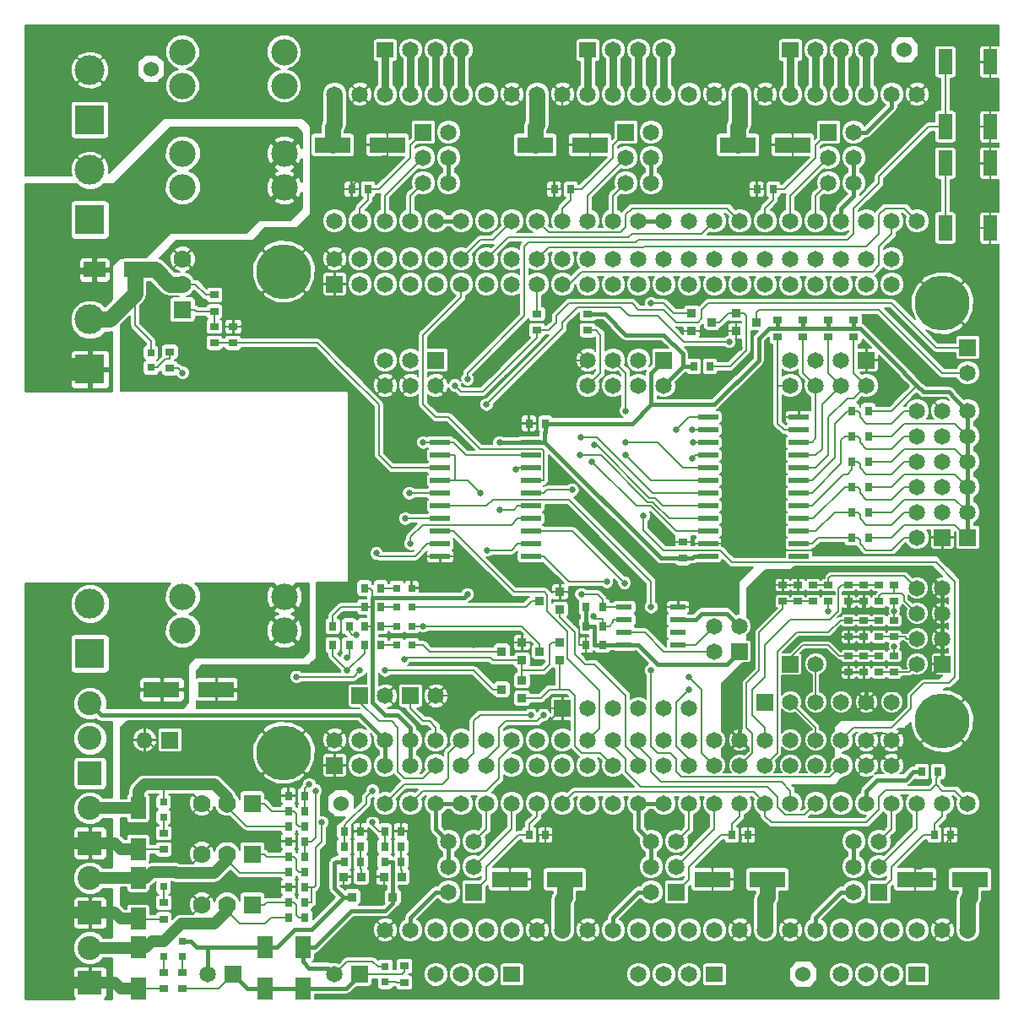
<source format=gtl>
G04 #@! TF.FileFunction,Copper,L1,Top,Signal*
%FSLAX46Y46*%
G04 Gerber Fmt 4.6, Leading zero omitted, Abs format (unit mm)*
G04 Created by KiCad (PCBNEW (after 2015-may-25 BZR unknown)-product) date 10/06/2015 1:45:05 PM*
%MOMM*%
G01*
G04 APERTURE LIST*
%ADD10C,0.150000*%
%ADD11C,3.000000*%
%ADD12R,3.000000X3.000000*%
%ADD13R,1.651000X1.651000*%
%ADD14O,1.651000X1.651000*%
%ADD15C,2.650000*%
%ADD16C,1.524000*%
%ADD17C,1.651000*%
%ADD18R,3.599180X1.600200*%
%ADD19C,1.778000*%
%ADD20R,1.778000X1.778000*%
%ADD21R,1.651000X1.524000*%
%ADD22R,1.397000X2.499360*%
%ADD23R,0.914400X0.914400*%
%ADD24C,2.400000*%
%ADD25R,2.400000X2.400000*%
%ADD26C,5.500000*%
%ADD27R,0.930000X0.790000*%
%ADD28R,0.790000X0.930000*%
%ADD29R,0.800000X0.800000*%
%ADD30R,2.000000X0.600000*%
%ADD31R,1.600000X0.600000*%
%ADD32R,1.550000X2.200000*%
%ADD33R,2.200000X1.550000*%
%ADD34C,0.635000*%
%ADD35C,1.270000*%
%ADD36C,1.600200*%
%ADD37C,0.203200*%
%ADD38C,0.406400*%
%ADD39C,2.286000*%
%ADD40C,1.143000*%
%ADD41C,0.762000*%
%ADD42C,0.254000*%
G04 APERTURE END LIST*
D10*
D11*
X19900000Y87900000D03*
D12*
X19900000Y82900000D03*
D13*
X27940000Y45720000D03*
D14*
X25400000Y45720000D03*
D15*
X29190000Y111330000D03*
X29190000Y114730000D03*
X39390000Y111330000D03*
X39390000Y114730000D03*
D16*
X26035000Y113030000D03*
X91440000Y22225000D03*
D13*
X46990000Y50165000D03*
D17*
X49530000Y50165000D03*
D13*
X52070000Y50165000D03*
D17*
X54610000Y50165000D03*
D13*
X90170000Y53340000D03*
D17*
X92710000Y53340000D03*
D18*
X67520820Y31750000D03*
X62019180Y31750000D03*
X27094180Y50800000D03*
X32595820Y50800000D03*
X87840820Y31750000D03*
X82339180Y31750000D03*
X84879180Y105410000D03*
X90380820Y105410000D03*
X64559180Y105410000D03*
X70060820Y105410000D03*
X44239180Y105410000D03*
X49740820Y105410000D03*
D19*
X29210000Y91440000D03*
X29210000Y93980000D03*
D20*
X29210000Y88900000D03*
D19*
X33655000Y34290000D03*
X31115000Y34290000D03*
D20*
X36195000Y34290000D03*
D19*
X33655000Y29210000D03*
X31115000Y29210000D03*
D20*
X36195000Y29210000D03*
D19*
X33655000Y39370000D03*
X31115000Y39370000D03*
D20*
X36195000Y39370000D03*
D21*
X49530000Y114935000D03*
D17*
X52070000Y114935000D03*
X54610000Y114935000D03*
X57150000Y114935000D03*
D21*
X69850000Y114935000D03*
D17*
X72390000Y114935000D03*
X74930000Y114935000D03*
X77470000Y114935000D03*
D21*
X90170000Y114935000D03*
D17*
X92710000Y114935000D03*
X95250000Y114935000D03*
X97790000Y114935000D03*
D21*
X102870000Y22225000D03*
D17*
X100330000Y22225000D03*
X97790000Y22225000D03*
X95250000Y22225000D03*
D22*
X105699560Y103578660D03*
X110200440Y103578660D03*
X105699560Y97078800D03*
X110200440Y97078800D03*
D21*
X82550000Y22225000D03*
D17*
X80010000Y22225000D03*
X77470000Y22225000D03*
X74930000Y22225000D03*
D21*
X62230000Y22225000D03*
D17*
X59690000Y22225000D03*
X57150000Y22225000D03*
X54610000Y22225000D03*
D18*
X108160820Y31750000D03*
X102659180Y31750000D03*
D23*
X49403000Y32004000D03*
X51181000Y32004000D03*
X50292000Y29972000D03*
X45339000Y32004000D03*
X47117000Y32004000D03*
X46228000Y29972000D03*
D13*
X46990000Y22225000D03*
D17*
X44450000Y22225000D03*
D13*
X34290000Y22225000D03*
D17*
X31750000Y22225000D03*
D13*
X107950000Y85090000D03*
D17*
X107950000Y82550000D03*
D13*
X107950000Y66040000D03*
D17*
X107950000Y68580000D03*
X107950000Y71120000D03*
X107950000Y73660000D03*
X107950000Y76200000D03*
X107950000Y78740000D03*
D13*
X105410000Y66040000D03*
D17*
X102870000Y66040000D03*
X105410000Y68580000D03*
X102870000Y68580000D03*
X105410000Y71120000D03*
X102870000Y71120000D03*
X105410000Y73660000D03*
X102870000Y73660000D03*
X105410000Y76200000D03*
X102870000Y76200000D03*
X105410000Y78740000D03*
X102870000Y78740000D03*
D23*
X67056000Y60579000D03*
X67056000Y58801000D03*
X65024000Y59690000D03*
D22*
X105699560Y113738660D03*
X110200440Y113738660D03*
X105699560Y107238800D03*
X110200440Y107238800D03*
D23*
X63246000Y51689000D03*
X63246000Y49911000D03*
X61214000Y50800000D03*
X67056000Y55499000D03*
X67056000Y53721000D03*
X65024000Y54610000D03*
D13*
X67310000Y48895000D03*
D17*
X69850000Y48895000D03*
X72390000Y48895000D03*
X74930000Y48895000D03*
X77470000Y48895000D03*
X80010000Y48895000D03*
D13*
X87630000Y49530000D03*
D17*
X90170000Y49530000D03*
X92710000Y49530000D03*
X95250000Y49530000D03*
X97790000Y49530000D03*
X100330000Y49530000D03*
D23*
X84709000Y86741000D03*
X84709000Y88519000D03*
X86741000Y87630000D03*
X80264000Y86741000D03*
X80264000Y88519000D03*
X82296000Y87630000D03*
D13*
X44450000Y43180000D03*
D17*
X44450000Y45720000D03*
X46990000Y43180000D03*
X46990000Y45720000D03*
X49530000Y43180000D03*
X49530000Y45720000D03*
X52070000Y43180000D03*
X52070000Y45720000D03*
X54610000Y43180000D03*
X54610000Y45720000D03*
X57150000Y43180000D03*
X57150000Y45720000D03*
X59690000Y43180000D03*
X59690000Y45720000D03*
X62230000Y43180000D03*
X62230000Y45720000D03*
X64770000Y43180000D03*
X64770000Y45720000D03*
X67310000Y43180000D03*
X67310000Y45720000D03*
X69850000Y43180000D03*
X69850000Y45720000D03*
X72390000Y43180000D03*
X72390000Y45720000D03*
X74930000Y43180000D03*
X74930000Y45720000D03*
X77470000Y43180000D03*
X77470000Y45720000D03*
X80010000Y43180000D03*
X80010000Y45720000D03*
X82550000Y43180000D03*
X82550000Y45720000D03*
X85090000Y43180000D03*
X85090000Y45720000D03*
X87630000Y43180000D03*
X87630000Y45720000D03*
X90170000Y43180000D03*
X90170000Y45720000D03*
X92710000Y43180000D03*
X92710000Y45720000D03*
X95250000Y43180000D03*
X95250000Y45720000D03*
X97790000Y43180000D03*
X97790000Y45720000D03*
X100330000Y43180000D03*
X100330000Y45720000D03*
D13*
X44450000Y91440000D03*
D17*
X44450000Y93980000D03*
X46990000Y91440000D03*
X46990000Y93980000D03*
X49530000Y91440000D03*
X49530000Y93980000D03*
X52070000Y91440000D03*
X52070000Y93980000D03*
X54610000Y91440000D03*
X54610000Y93980000D03*
X57150000Y91440000D03*
X57150000Y93980000D03*
X59690000Y91440000D03*
X59690000Y93980000D03*
X62230000Y91440000D03*
X62230000Y93980000D03*
X64770000Y91440000D03*
X64770000Y93980000D03*
X67310000Y91440000D03*
X67310000Y93980000D03*
X69850000Y91440000D03*
X69850000Y93980000D03*
X72390000Y91440000D03*
X72390000Y93980000D03*
X74930000Y91440000D03*
X74930000Y93980000D03*
X77470000Y91440000D03*
X77470000Y93980000D03*
X80010000Y91440000D03*
X80010000Y93980000D03*
X82550000Y91440000D03*
X82550000Y93980000D03*
X85090000Y91440000D03*
X85090000Y93980000D03*
X87630000Y91440000D03*
X87630000Y93980000D03*
X90170000Y91440000D03*
X90170000Y93980000D03*
X92710000Y91440000D03*
X92710000Y93980000D03*
X95250000Y91440000D03*
X95250000Y93980000D03*
X97790000Y91440000D03*
X97790000Y93980000D03*
X100330000Y91440000D03*
X100330000Y93980000D03*
X67310000Y39370000D03*
X64770000Y39370000D03*
X62230000Y39370000D03*
X59690000Y39370000D03*
X57150000Y39370000D03*
X54610000Y39370000D03*
X52070000Y39370000D03*
X49530000Y39370000D03*
X49530000Y26670000D03*
X52070000Y26670000D03*
X54610000Y26670000D03*
X57150000Y26670000D03*
X59690000Y26670000D03*
X62230000Y26670000D03*
X64770000Y26670000D03*
X67310000Y26670000D03*
X87630000Y39370000D03*
X85090000Y39370000D03*
X82550000Y39370000D03*
X80010000Y39370000D03*
X77470000Y39370000D03*
X74930000Y39370000D03*
X72390000Y39370000D03*
X69850000Y39370000D03*
X69850000Y26670000D03*
X72390000Y26670000D03*
X74930000Y26670000D03*
X77470000Y26670000D03*
X80010000Y26670000D03*
X82550000Y26670000D03*
X85090000Y26670000D03*
X87630000Y26670000D03*
X107950000Y39370000D03*
X105410000Y39370000D03*
X102870000Y39370000D03*
X100330000Y39370000D03*
X97790000Y39370000D03*
X95250000Y39370000D03*
X92710000Y39370000D03*
X90170000Y39370000D03*
X90170000Y26670000D03*
X92710000Y26670000D03*
X95250000Y26670000D03*
X97790000Y26670000D03*
X100330000Y26670000D03*
X102870000Y26670000D03*
X105410000Y26670000D03*
X107950000Y26670000D03*
X85090000Y97790000D03*
X87630000Y97790000D03*
X90170000Y97790000D03*
X92710000Y97790000D03*
X95250000Y97790000D03*
X97790000Y97790000D03*
X100330000Y97790000D03*
X102870000Y97790000D03*
X102870000Y110490000D03*
X100330000Y110490000D03*
X97790000Y110490000D03*
X95250000Y110490000D03*
X92710000Y110490000D03*
X90170000Y110490000D03*
X87630000Y110490000D03*
X85090000Y110490000D03*
X64770000Y97790000D03*
X67310000Y97790000D03*
X69850000Y97790000D03*
X72390000Y97790000D03*
X74930000Y97790000D03*
X77470000Y97790000D03*
X80010000Y97790000D03*
X82550000Y97790000D03*
X82550000Y110490000D03*
X80010000Y110490000D03*
X77470000Y110490000D03*
X74930000Y110490000D03*
X72390000Y110490000D03*
X69850000Y110490000D03*
X67310000Y110490000D03*
X64770000Y110490000D03*
X44450000Y97790000D03*
X46990000Y97790000D03*
X49530000Y97790000D03*
X52070000Y97790000D03*
X54610000Y97790000D03*
X57150000Y97790000D03*
X59690000Y97790000D03*
X62230000Y97790000D03*
X62230000Y110490000D03*
X59690000Y110490000D03*
X57150000Y110490000D03*
X54610000Y110490000D03*
X52070000Y110490000D03*
X49530000Y110490000D03*
X46990000Y110490000D03*
X44450000Y110490000D03*
D11*
X19900000Y59400000D03*
D12*
X19900000Y54400000D03*
D11*
X19900000Y112900000D03*
D12*
X19900000Y107900000D03*
D11*
X19900000Y102900000D03*
D12*
X19900000Y97900000D03*
D24*
X19900000Y38900000D03*
D25*
X19900000Y35400000D03*
D24*
X19900000Y24900000D03*
D25*
X19900000Y21400000D03*
D24*
X19900000Y31900000D03*
D25*
X19900000Y28400000D03*
D24*
X19900000Y45900000D03*
D25*
X19900000Y42400000D03*
D24*
X19900000Y49400000D03*
D26*
X105410000Y47625000D03*
X39370000Y44450000D03*
X39370000Y92710000D03*
X105410000Y89535000D03*
D27*
X34290000Y85540000D03*
X34290000Y87180000D03*
X64770000Y86810000D03*
X64770000Y88450000D03*
D28*
X103320000Y42545000D03*
X104960000Y42545000D03*
D27*
X69850000Y88450000D03*
X69850000Y86810000D03*
D28*
X41460000Y30988000D03*
X39820000Y30988000D03*
X41460000Y35560000D03*
X39820000Y35560000D03*
X41460000Y40132000D03*
X39820000Y40132000D03*
X45408000Y36576000D03*
X47048000Y36576000D03*
X49472000Y36576000D03*
X51112000Y36576000D03*
X44265000Y57150000D03*
X45905000Y57150000D03*
X97975000Y66040000D03*
X96335000Y66040000D03*
X97975000Y68580000D03*
X96335000Y68580000D03*
X97975000Y71120000D03*
X96335000Y71120000D03*
X97975000Y73660000D03*
X96335000Y73660000D03*
X97975000Y76200000D03*
X96335000Y76200000D03*
X97975000Y78740000D03*
X96335000Y78740000D03*
D27*
X96520000Y87815000D03*
X96520000Y86175000D03*
X93980000Y87815000D03*
X93980000Y86175000D03*
X91440000Y87815000D03*
X91440000Y86175000D03*
X88900000Y87815000D03*
X88900000Y86175000D03*
D28*
X80460000Y83185000D03*
X82100000Y83185000D03*
X47440000Y57150000D03*
X49080000Y57150000D03*
X47440000Y60960000D03*
X49080000Y60960000D03*
X51112000Y35052000D03*
X49472000Y35052000D03*
X47048000Y35052000D03*
X45408000Y35052000D03*
X39820000Y34036000D03*
X41460000Y34036000D03*
X39820000Y38608000D03*
X41460000Y38608000D03*
X39820000Y29464000D03*
X41460000Y29464000D03*
D27*
X32385000Y87180000D03*
X32385000Y85540000D03*
X29210000Y20770000D03*
X29210000Y22410000D03*
X51435000Y23045000D03*
X51435000Y21405000D03*
D28*
X47440000Y55245000D03*
X49080000Y55245000D03*
D27*
X99060000Y61272000D03*
X99060000Y59632000D03*
X92456000Y59632000D03*
X92456000Y61272000D03*
X99060000Y57716000D03*
X99060000Y56076000D03*
X99060000Y54160000D03*
X99060000Y52520000D03*
X100584000Y54160000D03*
X100584000Y52520000D03*
X27305000Y34740000D03*
X27305000Y36380000D03*
D28*
X44265000Y55245000D03*
X45905000Y55245000D03*
D27*
X27940000Y83000000D03*
X27940000Y84640000D03*
X27305000Y27755000D03*
X27305000Y29395000D03*
X27305000Y20770000D03*
X27305000Y22410000D03*
X93980000Y59632000D03*
X93980000Y61272000D03*
X100584000Y59632000D03*
X100584000Y61272000D03*
X100584000Y57716000D03*
X100584000Y56076000D03*
D28*
X47440000Y59055000D03*
X49080000Y59055000D03*
X88450000Y100965000D03*
X86810000Y100965000D03*
X47810000Y100965000D03*
X46170000Y100965000D03*
X68130000Y100965000D03*
X66490000Y100965000D03*
X104590000Y36195000D03*
X106230000Y36195000D03*
X84270000Y36195000D03*
X85910000Y36195000D03*
X63950000Y36195000D03*
X65590000Y36195000D03*
X69665000Y57150000D03*
X71305000Y57150000D03*
X69665000Y59055000D03*
X71305000Y59055000D03*
D29*
X52185000Y57150000D03*
X50685000Y57150000D03*
X52185000Y60960000D03*
X50685000Y60960000D03*
X52185000Y55245000D03*
X50685000Y55245000D03*
X29210000Y25515000D03*
X29210000Y24015000D03*
X49530000Y22975000D03*
X49530000Y21475000D03*
X26035000Y84570000D03*
X26035000Y83070000D03*
X27305000Y25515000D03*
X27305000Y24015000D03*
X27305000Y39485000D03*
X27305000Y37985000D03*
X27305000Y32500000D03*
X27305000Y31000000D03*
X52185000Y59055000D03*
X50685000Y59055000D03*
D27*
X79375000Y63950000D03*
X79375000Y65590000D03*
X97536000Y54160000D03*
X97536000Y52520000D03*
X97536000Y57716000D03*
X97536000Y56076000D03*
X90932000Y59632000D03*
X90932000Y61272000D03*
X97536000Y61272000D03*
X97536000Y59632000D03*
D28*
X65590000Y77470000D03*
X63950000Y77470000D03*
X71305000Y55245000D03*
X69665000Y55245000D03*
D27*
X89408000Y59632000D03*
X89408000Y61272000D03*
X96012000Y57716000D03*
X96012000Y56076000D03*
X96012000Y61272000D03*
X96012000Y59632000D03*
X96012000Y54160000D03*
X96012000Y52520000D03*
D30*
X55040000Y75565000D03*
X55040000Y74295000D03*
X55040000Y73025000D03*
X55040000Y71755000D03*
X55040000Y70485000D03*
X55040000Y69215000D03*
X55040000Y67945000D03*
X55040000Y66675000D03*
X55040000Y65405000D03*
X55040000Y64135000D03*
X64135000Y64135000D03*
X64135000Y65405000D03*
X64135000Y66675000D03*
X64135000Y67945000D03*
X64135000Y69215000D03*
X64135000Y70485000D03*
X64135000Y71755000D03*
X64135000Y73025000D03*
X64135000Y74295000D03*
X64135000Y75565000D03*
X91010000Y64135000D03*
X91010000Y65405000D03*
X91010000Y66675000D03*
X91010000Y67945000D03*
X91010000Y69215000D03*
X91010000Y70485000D03*
X91010000Y71755000D03*
X91010000Y73025000D03*
X91010000Y74295000D03*
X91010000Y75565000D03*
X91010000Y76835000D03*
X91010000Y78105000D03*
X81915000Y78105000D03*
X81915000Y76835000D03*
X81915000Y75565000D03*
X81915000Y74295000D03*
X81915000Y73025000D03*
X81915000Y71755000D03*
X81915000Y70485000D03*
X81915000Y69215000D03*
X81915000Y67945000D03*
X81915000Y66675000D03*
X81915000Y65405000D03*
X81915000Y64135000D03*
D31*
X78900000Y55245000D03*
X78900000Y56515000D03*
X78900000Y57785000D03*
X78900000Y59055000D03*
X73500000Y59055000D03*
X73500000Y57785000D03*
X73500000Y56515000D03*
X73500000Y55245000D03*
D13*
X97790000Y83820000D03*
D17*
X97790000Y81280000D03*
X95250000Y83820000D03*
X95250000Y81280000D03*
X92710000Y83820000D03*
X92710000Y81280000D03*
X90170000Y83820000D03*
X90170000Y81280000D03*
D13*
X77470000Y83820000D03*
D17*
X77470000Y81280000D03*
X74930000Y83820000D03*
X74930000Y81280000D03*
X72390000Y83820000D03*
X72390000Y81280000D03*
X69850000Y83820000D03*
X69850000Y81280000D03*
D13*
X105410000Y53340000D03*
D17*
X102870000Y53340000D03*
X105410000Y55880000D03*
X102870000Y55880000D03*
X105410000Y58420000D03*
X102870000Y58420000D03*
X105410000Y60960000D03*
X102870000Y60960000D03*
D13*
X78740000Y30480000D03*
D17*
X76200000Y30480000D03*
X78740000Y33020000D03*
X76200000Y33020000D03*
X78740000Y35560000D03*
X76200000Y35560000D03*
D13*
X99060000Y30480000D03*
D17*
X96520000Y30480000D03*
X99060000Y33020000D03*
X96520000Y33020000D03*
X99060000Y35560000D03*
X96520000Y35560000D03*
D13*
X58420000Y30480000D03*
D17*
X55880000Y30480000D03*
X58420000Y33020000D03*
X55880000Y33020000D03*
X58420000Y35560000D03*
X55880000Y35560000D03*
D13*
X93980000Y106680000D03*
D17*
X96520000Y106680000D03*
X93980000Y104140000D03*
X96520000Y104140000D03*
X93980000Y101600000D03*
X96520000Y101600000D03*
D13*
X73660000Y106680000D03*
D17*
X76200000Y106680000D03*
X73660000Y104140000D03*
X76200000Y104140000D03*
X73660000Y101600000D03*
X76200000Y101600000D03*
D13*
X53340000Y106680000D03*
D17*
X55880000Y106680000D03*
X53340000Y104140000D03*
X55880000Y104140000D03*
X53340000Y101600000D03*
X55880000Y101600000D03*
D13*
X54610000Y83820000D03*
D17*
X54610000Y81280000D03*
X52070000Y83820000D03*
X52070000Y81280000D03*
X49530000Y83820000D03*
X49530000Y81280000D03*
D13*
X85090000Y54610000D03*
D17*
X82550000Y54610000D03*
X85090000Y57150000D03*
X82550000Y57150000D03*
D15*
X29190000Y56720000D03*
X29190000Y60120000D03*
X39390000Y56720000D03*
X39390000Y60120000D03*
X29190000Y101170000D03*
X29190000Y104570000D03*
X39390000Y101170000D03*
X39390000Y104570000D03*
D28*
X39820000Y27940000D03*
X41460000Y27940000D03*
X39820000Y32512000D03*
X41460000Y32512000D03*
X39820000Y37084000D03*
X41460000Y37084000D03*
D27*
X32385000Y90355000D03*
X32385000Y88715000D03*
D28*
X49472000Y33528000D03*
X51112000Y33528000D03*
X45408000Y33528000D03*
X47048000Y33528000D03*
D16*
X45085000Y39370000D03*
X101600000Y114935000D03*
D23*
X63246000Y55499000D03*
X63246000Y53721000D03*
X61214000Y54610000D03*
D32*
X37465000Y20810000D03*
X37465000Y24910000D03*
X41275000Y20810000D03*
X41275000Y24910000D03*
X24765000Y34780000D03*
X24765000Y38880000D03*
X24765000Y27795000D03*
X24765000Y31895000D03*
D33*
X20350000Y92900000D03*
X24450000Y92900000D03*
D32*
X24765000Y20810000D03*
X24765000Y24910000D03*
D34*
X46609000Y56261000D03*
X53340000Y75565000D03*
X53340000Y57150000D03*
X40640000Y52070000D03*
X46990000Y52705000D03*
X49530000Y52705000D03*
X29210000Y82550000D03*
X87376000Y60706000D03*
X87376000Y58674000D03*
X96012000Y58674000D03*
X96012000Y51562000D03*
X96012000Y55118000D03*
X97536000Y55118000D03*
X97536000Y58674000D03*
X97536000Y51562000D03*
X100584000Y58674000D03*
X100584000Y55118000D03*
X93980000Y58674000D03*
X59055000Y70485000D03*
X45720000Y52705000D03*
X47625000Y29845000D03*
X48895000Y29845000D03*
X84455000Y64770000D03*
X69850000Y53975000D03*
X77470000Y66040000D03*
X67310000Y82550000D03*
X58420000Y55245000D03*
D35*
X35560000Y50800000D03*
D34*
X85090000Y85090000D03*
X91440000Y79375000D03*
X68625600Y57425400D03*
X62611600Y72899700D03*
X68317300Y70802100D03*
X76200000Y89535000D03*
X61011000Y68829700D03*
X43180000Y37465000D03*
X51935800Y70485000D03*
X73520700Y61474500D03*
X42545000Y40640000D03*
X51556200Y67945000D03*
X71755000Y61595000D03*
X41910000Y41275000D03*
X48667300Y64443700D03*
X76200000Y59055000D03*
X76200000Y52705000D03*
X48260000Y37465000D03*
X52070000Y65405000D03*
X48260000Y40640000D03*
X59723500Y64756900D03*
X80010000Y50800000D03*
X80325000Y73955400D03*
X80278400Y76835000D03*
X56515000Y81280000D03*
X45720000Y53975000D03*
X51435000Y53848000D03*
X57785000Y81915000D03*
X59690000Y79375000D03*
X84021700Y85655400D03*
X80010000Y52070000D03*
X80365200Y75565000D03*
X70407100Y58102500D03*
X73660000Y78740000D03*
X69215000Y60325000D03*
X78709900Y76852300D03*
X75436500Y68222800D03*
X57785000Y60325000D03*
X60991600Y75565000D03*
X69015700Y74306600D03*
X70276800Y73644000D03*
X69178800Y76045300D03*
X70464900Y75303800D03*
X64135000Y48260000D03*
X73660000Y75565000D03*
X65405000Y48260000D03*
X73660000Y74295000D03*
D36*
X44450000Y107424500D02*
X44450000Y110490000D01*
X44239200Y107213700D02*
X44450000Y107424500D01*
X44239200Y105410000D02*
X44239200Y107213700D01*
X108161000Y31750000D02*
X108161000Y30848000D01*
X107950000Y29736000D02*
X107950000Y26670000D01*
X108161000Y29946000D02*
X107950000Y29736000D01*
X108161000Y30848000D02*
X108161000Y29946000D01*
X108160800Y30848200D02*
X108160800Y31750000D01*
X108161000Y30848000D02*
X108160800Y30848200D01*
X67521000Y31750000D02*
X67521000Y30848000D01*
X67310000Y29736000D02*
X67310000Y26670000D01*
X67521000Y29946000D02*
X67310000Y29736000D01*
X67521000Y30848000D02*
X67521000Y29946000D01*
X67520800Y30848200D02*
X67520800Y31750000D01*
X67521000Y30848000D02*
X67520800Y30848200D01*
X64559000Y107213700D02*
X64559000Y106311900D01*
X64770000Y107424500D02*
X64559000Y107213700D01*
X64770000Y110490000D02*
X64770000Y107424500D01*
X64559000Y106311900D02*
X64559000Y105410000D01*
X64559200Y106311700D02*
X64559200Y105410000D01*
X64559000Y106311900D02*
X64559200Y106311700D01*
X84879000Y105410000D02*
X84879000Y106311900D01*
X85090000Y107424500D02*
X85090000Y110490000D01*
X84879000Y107213700D02*
X85090000Y107424500D01*
X84879000Y106311900D02*
X84879000Y107213700D01*
X84879200Y106311700D02*
X84879200Y105410000D01*
X84879000Y106311900D02*
X84879200Y106311700D01*
X87841000Y31750000D02*
X87841000Y30848000D01*
X87630000Y29736000D02*
X87630000Y26670000D01*
X87841000Y29946000D02*
X87630000Y29736000D01*
X87841000Y30848000D02*
X87841000Y29946000D01*
X87840800Y30848200D02*
X87840800Y31750000D01*
X87841000Y30848000D02*
X87840800Y30848200D01*
D37*
X45905000Y57150000D02*
X45905000Y56584000D01*
X46228000Y56261000D02*
X46609000Y56261000D01*
X45905000Y56584000D02*
X46228000Y56261000D01*
X53340000Y75565000D02*
X55040000Y75565000D01*
X52185000Y57150000D02*
X53340000Y57150000D01*
X55040000Y75565000D02*
X56345100Y75565000D01*
X58648700Y74295000D02*
X57615100Y74295000D01*
X57615100Y74295000D02*
X56345100Y75565000D01*
X64135000Y74295000D02*
X62829900Y74295000D01*
X63246300Y57150000D02*
X53340000Y57150000D01*
X65024000Y55372300D02*
X63246300Y57150000D01*
X65024000Y54610000D02*
X65024000Y55372300D01*
X62829900Y74295000D02*
X58648700Y74295000D01*
X58420000Y52705000D02*
X60325000Y50800000D01*
X60325000Y50800000D02*
X61214000Y50800000D01*
X58420000Y52705000D02*
X51435000Y52705000D01*
X40640000Y52070000D02*
X42545000Y52070000D01*
X46355000Y52070000D02*
X42545000Y52070000D01*
X46990000Y52705000D02*
X46355000Y52070000D01*
X51435000Y52705000D02*
X49530000Y52705000D01*
X92710000Y73025000D02*
X91010000Y73025000D01*
X93980000Y74295000D02*
X92710000Y73025000D01*
X93980000Y78105000D02*
X93980000Y74295000D01*
X95885000Y80010000D02*
X93980000Y78105000D01*
X96520000Y80010000D02*
X95885000Y80010000D01*
X97790000Y81280000D02*
X96520000Y80010000D01*
X96520000Y82550000D02*
X97790000Y81280000D01*
X96520000Y86175000D02*
X96520000Y82550000D01*
X91440000Y82550000D02*
X92710000Y81280000D01*
X91440000Y86175000D02*
X91440000Y82550000D01*
X92710000Y75959900D02*
X92710000Y81280000D01*
X92315000Y75565000D02*
X92710000Y75959900D01*
X91010000Y75565000D02*
X92315000Y75565000D01*
X92710000Y74295000D02*
X91010000Y74295000D01*
X93345000Y74930000D02*
X92710000Y74295000D01*
X93345000Y79375000D02*
X93345000Y74930000D01*
X95250000Y81280000D02*
X93345000Y79375000D01*
X93980000Y82550000D02*
X95250000Y81280000D01*
X93980000Y86175000D02*
X93980000Y82550000D01*
X88900000Y81280000D02*
X88900000Y86175000D01*
X88900000Y81280000D02*
X90170000Y81280000D01*
X88900000Y77470000D02*
X88900000Y81280000D01*
X89535000Y76835000D02*
X88900000Y77470000D01*
X91010000Y76835000D02*
X89535000Y76835000D01*
X32835000Y20770000D02*
X34290000Y22225000D01*
X29210000Y20770000D02*
X32835000Y20770000D01*
D38*
X35705000Y20810000D02*
X34290000Y22225000D01*
X37465000Y20810000D02*
X35705000Y20810000D01*
D37*
X51181000Y22225000D02*
X46990000Y22225000D01*
X51435000Y22479000D02*
X51181000Y22225000D01*
X51435000Y23045000D02*
X51435000Y22479000D01*
D38*
X45575000Y20810000D02*
X46990000Y22225000D01*
X41275000Y20810000D02*
X45575000Y20810000D01*
X37465000Y20810000D02*
X41275000Y20810000D01*
D37*
X28760000Y83000000D02*
X27940000Y83000000D01*
X29210000Y82550000D02*
X28760000Y83000000D01*
D38*
X20160000Y92710000D02*
X20350000Y92900000D01*
X18415000Y92710000D02*
X20160000Y92710000D01*
X15875000Y90170000D02*
X18415000Y92710000D01*
X15875000Y84455000D02*
X15875000Y90170000D01*
X17430000Y82900000D02*
X15875000Y84455000D01*
X20350000Y94010000D02*
X20350000Y92900000D01*
X20955000Y94615000D02*
X20350000Y94010000D01*
X22225000Y94615000D02*
X20955000Y94615000D01*
X25400000Y97790000D02*
X22225000Y94615000D01*
X36010000Y97790000D02*
X25400000Y97790000D01*
X39390000Y101170000D02*
X36010000Y97790000D01*
D39*
X19900000Y82900000D02*
X17430000Y82900000D01*
X17430000Y82900000D02*
X15875000Y84455000D01*
D37*
X24450000Y92900000D02*
X24450000Y87310000D01*
X26035000Y85725000D02*
X26035000Y84570000D01*
X24450000Y87310000D02*
X26035000Y85725000D01*
X32385000Y90355000D02*
X31565000Y90355000D01*
X30480000Y91440000D02*
X29210000Y91440000D01*
X31565000Y90355000D02*
X30480000Y91440000D01*
D36*
X24450000Y92900000D02*
X26480000Y92900000D01*
X27940000Y91440000D02*
X29210000Y91440000D01*
X26480000Y92900000D02*
X27940000Y91440000D01*
X24450000Y92900000D02*
X24450000Y90490000D01*
X21860000Y87900000D02*
X24130000Y90170000D01*
X21860000Y87900000D02*
X19900000Y87900000D01*
X24450000Y90490000D02*
X24130000Y90170000D01*
D37*
X34925000Y27305000D02*
X33655000Y28575000D01*
X37465000Y27305000D02*
X34925000Y27305000D01*
X38100000Y27940000D02*
X37465000Y27305000D01*
X39820000Y27940000D02*
X38100000Y27940000D01*
X33655000Y28575000D02*
X33655000Y29210000D01*
D40*
X26150000Y25515000D02*
X27305000Y25515000D01*
X25545000Y24910000D02*
X26150000Y25515000D01*
X24765000Y24910000D02*
X25545000Y24910000D01*
X24755000Y24900000D02*
X24765000Y24910000D01*
X19900000Y24900000D02*
X24755000Y24900000D01*
X33655000Y29210000D02*
X33655000Y28575000D01*
X29095000Y27305000D02*
X27305000Y25515000D01*
X32385000Y27305000D02*
X29095000Y27305000D01*
X33477200Y28397000D02*
X32385000Y27305000D01*
X33655000Y28575000D02*
X33477200Y28397000D01*
D37*
X34925000Y32385000D02*
X33655000Y33655000D01*
X39693000Y32385000D02*
X34925000Y32385000D01*
X39820000Y32512000D02*
X39693000Y32385000D01*
X33655000Y33655000D02*
X33655000Y34290000D01*
D40*
X26150000Y32500000D02*
X27305000Y32500000D01*
X25545000Y31895000D02*
X26150000Y32500000D01*
X24765000Y31895000D02*
X25545000Y31895000D01*
X24760000Y31900000D02*
X24765000Y31895000D01*
X19900000Y31900000D02*
X24760000Y31900000D01*
X33655000Y34290000D02*
X33655000Y33655000D01*
X28460000Y32500000D02*
X27305000Y32500000D01*
X28575000Y32385000D02*
X28460000Y32500000D01*
X32385000Y32385000D02*
X28575000Y32385000D01*
X32842200Y32842000D02*
X32385000Y32385000D01*
X33655000Y33655000D02*
X32842200Y32842000D01*
X24745000Y38900000D02*
X24765000Y38880000D01*
X19900000Y38900000D02*
X24745000Y38900000D01*
X25400000Y41275000D02*
X27762200Y41275000D01*
X24765000Y40640000D02*
X25400000Y41275000D01*
X24765000Y38880000D02*
X24765000Y40640000D01*
D37*
X27305000Y40818000D02*
X27305000Y39485000D01*
X27762200Y41275000D02*
X27305000Y40818000D01*
D40*
X33655000Y40005000D02*
X33655000Y39370000D01*
X32385000Y41275000D02*
X33655000Y40005000D01*
X27762200Y41275000D02*
X32385000Y41275000D01*
D37*
X35603600Y37084000D02*
X39820000Y37084000D01*
X33655000Y39033000D02*
X35603600Y37084000D01*
D40*
X33655000Y39370000D02*
X33655000Y39033000D01*
X19900000Y35400000D02*
X17900000Y35400000D01*
X19900000Y21400000D02*
X17900000Y21400000D01*
X19900000Y28400000D02*
X17900000Y28400000D01*
D37*
X24805000Y34740000D02*
X24765000Y34780000D01*
X27305000Y34740000D02*
X24805000Y34740000D01*
X24805000Y27755000D02*
X24765000Y27795000D01*
X27305000Y27755000D02*
X24805000Y27755000D01*
X24805000Y20770000D02*
X24765000Y20810000D01*
X27305000Y20770000D02*
X24805000Y20770000D01*
D40*
X23005000Y20810000D02*
X24765000Y20810000D01*
X22415000Y21400000D02*
X23005000Y20810000D01*
X19900000Y21400000D02*
X22415000Y21400000D01*
X23005000Y27795000D02*
X24765000Y27795000D01*
X22400000Y28400000D02*
X23005000Y27795000D01*
X19900000Y28400000D02*
X22400000Y28400000D01*
X23005000Y34780000D02*
X24765000Y34780000D01*
X22385000Y35400000D02*
X23005000Y34780000D01*
X19900000Y35400000D02*
X22385000Y35400000D01*
D37*
X47625000Y23495000D02*
X45720000Y23495000D01*
X45720000Y23495000D02*
X44450000Y22225000D01*
D38*
X42545000Y22860000D02*
X43815000Y22860000D01*
X42545000Y22860000D02*
X41910000Y22860000D01*
X41910000Y22860000D02*
X41275000Y23495000D01*
X41275000Y23495000D02*
X41275000Y24910000D01*
X43815000Y22860000D02*
X44450000Y22225000D01*
D37*
X48260000Y23495000D02*
X47625000Y23495000D01*
X48780000Y22975000D02*
X48260000Y23495000D01*
X49530000Y22975000D02*
X48780000Y22975000D01*
D38*
X50292000Y29337000D02*
X50292000Y29972000D01*
X49530000Y28575000D02*
X50292000Y29337000D01*
X46121700Y28575000D02*
X49530000Y28575000D01*
X42456700Y24910000D02*
X46121700Y28575000D01*
X50292000Y30836000D02*
X50292000Y29972000D01*
X50273700Y30854000D02*
X50292000Y30836000D01*
X50273700Y33528000D02*
X50273700Y30854000D01*
X49472000Y33528000D02*
X50273700Y33528000D01*
X41275000Y24910000D02*
X42456700Y24910000D01*
X44447100Y30889000D02*
X45364100Y29972000D01*
X45408000Y33528000D02*
X44606300Y33528000D01*
X44606300Y33528000D02*
X44447100Y33369000D01*
X44447100Y33369000D02*
X44447100Y30889000D01*
X31750000Y24910000D02*
X31750000Y22225000D01*
X30016700Y25515000D02*
X29210000Y25515000D01*
X30621700Y24910000D02*
X30016700Y25515000D01*
X31750000Y24910000D02*
X30621700Y24910000D01*
X31750000Y24910000D02*
X37465000Y24910000D01*
X42134600Y26742000D02*
X45364100Y29972000D01*
X40479200Y26742000D02*
X42134600Y26742000D01*
X38646700Y24910000D02*
X40479200Y26742000D01*
X37465000Y24910000D02*
X38646700Y24910000D01*
X46228000Y29972000D02*
X45364100Y29972000D01*
D41*
X54610000Y110490000D02*
X54610000Y114935000D01*
X57150000Y110490000D02*
X57150000Y114935000D01*
X52070000Y110490000D02*
X52070000Y114935000D01*
X49530000Y110490000D02*
X49530000Y114935000D01*
X74930000Y110490000D02*
X74930000Y114935000D01*
X77470000Y110490000D02*
X77470000Y114935000D01*
X72390000Y110490000D02*
X72390000Y114935000D01*
X69850000Y110490000D02*
X69850000Y114935000D01*
X95250000Y110490000D02*
X95250000Y114935000D01*
X97790000Y110490000D02*
X97790000Y114935000D01*
X92710000Y110490000D02*
X92710000Y114935000D01*
X90170000Y110490000D02*
X90170000Y114935000D01*
D38*
X87376000Y61341000D02*
X87376000Y60706000D01*
X87947500Y61912500D02*
X87376000Y61341000D01*
X86360000Y57658000D02*
X87376000Y58674000D01*
X86360000Y57658000D02*
X86360000Y55245000D01*
X87376000Y61341000D02*
X87376000Y58674000D01*
X85090000Y48895000D02*
X85090000Y52070000D01*
X88265000Y62230000D02*
X89408000Y62230000D01*
X87947500Y61912500D02*
X88265000Y62230000D01*
X86360000Y53340000D02*
X86360000Y55245000D01*
X85090000Y52070000D02*
X86360000Y53340000D01*
X105410000Y55880000D02*
X105410000Y53340000D01*
X105410000Y58420000D02*
X105410000Y55880000D01*
X104140000Y52070000D02*
X105410000Y53340000D01*
X102870000Y52070000D02*
X104140000Y52070000D01*
X101600000Y50800000D02*
X102870000Y52070000D01*
X97790000Y50800000D02*
X101600000Y50800000D01*
X96012000Y55118000D02*
X97536000Y55118000D01*
D37*
X97536000Y55118000D02*
X97536000Y56076000D01*
X96012000Y56076000D02*
X96012000Y55118000D01*
D38*
X96012000Y58674000D02*
X97536000Y58674000D01*
X96012000Y58674000D02*
X96012000Y59632000D01*
X97536000Y59632000D02*
X97536000Y58674000D01*
D37*
X97536000Y52520000D02*
X97536000Y51562000D01*
X96012000Y52520000D02*
X96012000Y51562000D01*
D38*
X97536000Y51562000D02*
X96012000Y51562000D01*
D37*
X90932000Y61272000D02*
X90932000Y62230000D01*
X89408000Y61272000D02*
X89408000Y62230000D01*
D38*
X90932000Y62230000D02*
X89408000Y62230000D01*
X105410000Y58420000D02*
X105410000Y60960000D01*
X91567000Y62865000D02*
X90932000Y62230000D01*
X103505000Y62865000D02*
X91567000Y62865000D01*
X105410000Y60960000D02*
X103505000Y62865000D01*
X97790000Y49530000D02*
X97790000Y50800000D01*
X97790000Y49530000D02*
X97790000Y50800000D01*
X97790000Y51308000D02*
X97536000Y51562000D01*
X97790000Y50800000D02*
X97790000Y51308000D01*
X85090000Y45720000D02*
X85090000Y48895000D01*
X85090000Y48895000D02*
X85090000Y52070000D01*
D37*
X100584000Y59632000D02*
X100584000Y58674000D01*
X100584000Y57716000D02*
X100584000Y58674000D01*
X100584000Y54160000D02*
X100584000Y55118000D01*
X93980000Y58674000D02*
X93980000Y59632000D01*
X92710000Y46990000D02*
X90170000Y49530000D01*
X92710000Y45720000D02*
X92710000Y46990000D01*
X92710000Y49530000D02*
X92710000Y53340000D01*
X55040000Y71755000D02*
X57785000Y71755000D01*
X57785000Y71755000D02*
X59055000Y70485000D01*
X56515000Y71755000D02*
X56515000Y74295000D01*
X56515000Y74295000D02*
X55040000Y74295000D01*
X55040000Y71755000D02*
X56243400Y71755000D01*
X56243400Y71755000D02*
X56345100Y71755000D01*
X56345100Y71755000D02*
X56515000Y71755000D01*
D38*
X76200000Y101600000D02*
X76200000Y104140000D01*
X55880000Y30480000D02*
X54610000Y30480000D01*
X52070000Y27940000D02*
X52070000Y26670000D01*
X54610000Y30480000D02*
X52070000Y27940000D01*
X72390000Y26670000D02*
X72390000Y27940000D01*
X74930000Y30480000D02*
X72390000Y27940000D01*
X74930000Y30480000D02*
X76200000Y30480000D01*
X96520000Y30480000D02*
X95250000Y30480000D01*
X92710000Y27940000D02*
X92710000Y26670000D01*
X95250000Y30480000D02*
X92710000Y27940000D01*
X55880000Y35560000D02*
X55880000Y33020000D01*
X74930000Y39370000D02*
X77470000Y39370000D01*
X74930000Y39370000D02*
X74930000Y36830000D01*
X74930000Y36830000D02*
X76200000Y35560000D01*
X54610000Y39370000D02*
X54610000Y36830000D01*
X54610000Y36830000D02*
X55880000Y35560000D01*
X54610000Y39370000D02*
X57150000Y39370000D01*
X78900000Y57785000D02*
X80645000Y57785000D01*
X83820000Y58420000D02*
X85090000Y57150000D01*
X81280000Y58420000D02*
X83820000Y58420000D01*
X80645000Y57785000D02*
X81280000Y58420000D01*
X73500000Y55245000D02*
X74930000Y55245000D01*
X83820000Y53340000D02*
X85090000Y54610000D01*
X76835000Y53340000D02*
X83820000Y53340000D01*
X74930000Y55245000D02*
X76835000Y53340000D01*
X95250000Y97790000D02*
X95250000Y99060000D01*
X96520000Y100330000D02*
X96520000Y101600000D01*
X95250000Y99060000D02*
X96520000Y100330000D01*
X69850000Y88450000D02*
X71570000Y88450000D01*
X79375000Y84455000D02*
X79375000Y83185000D01*
X77470000Y86360000D02*
X79375000Y84455000D01*
X73660000Y86360000D02*
X77470000Y86360000D01*
X71570000Y88450000D02*
X73660000Y86360000D01*
X77470000Y81280000D02*
X79375000Y83185000D01*
X79375000Y83185000D02*
X80460000Y83185000D01*
D37*
X47440000Y54425000D02*
X47440000Y55245000D01*
X45720000Y52705000D02*
X47440000Y54425000D01*
X44265000Y54160000D02*
X44265000Y55245000D01*
X45720000Y52705000D02*
X44265000Y54160000D01*
D38*
X97790000Y106680000D02*
X96520000Y106680000D01*
X100330000Y109220000D02*
X97790000Y106680000D01*
X100330000Y110490000D02*
X100330000Y109220000D01*
X96520000Y101600000D02*
X96520000Y104140000D01*
X55880000Y104140000D02*
X55880000Y101600000D01*
X96520000Y35560000D02*
X96520000Y33020000D01*
X76200000Y35560000D02*
X76200000Y33020000D01*
X97790000Y40640000D02*
X97790000Y39370000D01*
X98893000Y41743000D02*
X97790000Y40640000D01*
X101717000Y41743000D02*
X98893000Y41743000D01*
X102518000Y42545000D02*
X101717000Y41743000D01*
X103320000Y42545000D02*
X102518000Y42545000D01*
X57150000Y97790000D02*
X54610000Y97790000D01*
X77470000Y97790000D02*
X74930000Y97790000D01*
X73500000Y55245000D02*
X71305000Y55245000D01*
X70503300Y57113400D02*
X70466700Y57150000D01*
X70503300Y55245000D02*
X70503300Y57113400D01*
X69826500Y57150000D02*
X70466700Y57150000D01*
X69826500Y57150000D02*
X69682800Y57150000D01*
X69665000Y57150000D02*
X69682800Y57150000D01*
X69682800Y58165500D02*
X69665000Y58183300D01*
X69682800Y57150000D02*
X69682800Y58165500D01*
X69665000Y59055000D02*
X69665000Y58183300D01*
X71305000Y55245000D02*
X70503300Y55245000D01*
D37*
X48260000Y30480000D02*
X47625000Y29845000D01*
X48260000Y31115000D02*
X48260000Y30480000D01*
X48260000Y30480000D02*
X48895000Y29845000D01*
X47048000Y36576000D02*
X47048000Y37523000D01*
X51112000Y37788000D02*
X50800000Y38100000D01*
X50800000Y38100000D02*
X47625000Y38100000D01*
X51112000Y37788000D02*
X51112000Y36576000D01*
X47048000Y37523000D02*
X47625000Y38100000D01*
X32967850Y92022850D02*
X32102898Y92887802D01*
X35700300Y89290400D02*
X32967850Y92022850D01*
X32102898Y92887802D02*
X30302198Y92887802D01*
X30302198Y92887802D02*
X29210000Y93980000D01*
X39370000Y44450000D02*
X41910000Y46990000D01*
X43180000Y46990000D02*
X44450000Y45720000D01*
X41910000Y46990000D02*
X43180000Y46990000D01*
X39370000Y44450000D02*
X36401937Y41481937D01*
X109220000Y40640000D02*
X109220000Y43815000D01*
X109220000Y40640000D02*
X109220000Y38100000D01*
X109220000Y38100000D02*
X107315000Y36195000D01*
X107315000Y36195000D02*
X106580000Y36195000D01*
X109220000Y43815000D02*
X105410000Y47625000D01*
X100330000Y43180000D02*
X100965000Y43815000D01*
X100965000Y45085000D02*
X100330000Y45720000D01*
X100965000Y43815000D02*
X100965000Y45085000D01*
X97790000Y43180000D02*
X98425000Y43815000D01*
X99695000Y43815000D02*
X100330000Y43180000D01*
X98425000Y43815000D02*
X99695000Y43815000D01*
X100330000Y45720000D02*
X99695000Y46355000D01*
X99695000Y46355000D02*
X98425000Y46355000D01*
X98425000Y46355000D02*
X97790000Y45720000D01*
X100330000Y45720000D02*
X100965000Y46355000D01*
X100965000Y46355000D02*
X101600000Y46355000D01*
X101600000Y46355000D02*
X102870000Y45085000D01*
X102870000Y45085000D02*
X105410000Y47625000D01*
X88265000Y64770000D02*
X84455000Y64770000D01*
X83820000Y65405000D02*
X81915000Y65405000D01*
X83820000Y65405000D02*
X84455000Y64770000D01*
X96633000Y64770000D02*
X97069800Y64333200D01*
X88265000Y64770000D02*
X96633000Y64770000D01*
X102235000Y64333200D02*
X104973200Y64333200D01*
X97069800Y64333200D02*
X102235000Y64333200D01*
X104973200Y64333200D02*
X105410000Y64770000D01*
X105410000Y64770000D02*
X105410000Y66040000D01*
X49403000Y32004000D02*
X48514000Y32004000D01*
X48514000Y32004000D02*
X48260000Y31750000D01*
X48260000Y31750000D02*
X48260000Y31115000D01*
X48260000Y31115000D02*
X46482000Y31115000D01*
X46482000Y31115000D02*
X46228000Y31369000D01*
X46228000Y31369000D02*
X46228000Y32130906D01*
X46228000Y32130906D02*
X46228000Y36322000D01*
X46228000Y32130906D02*
X46101300Y32004000D01*
X45339000Y32004000D02*
X46101300Y32004000D01*
X46228000Y36322000D02*
X46482000Y36576000D01*
X46482000Y36576000D02*
X47048000Y36576000D01*
X63246000Y55499000D02*
X58674000Y55499000D01*
X58674000Y55499000D02*
X58420000Y55245000D01*
X54610000Y50165000D02*
X59690000Y50165000D01*
X60960000Y48895000D02*
X67310000Y48895000D01*
X59690000Y50165000D02*
X60960000Y48895000D01*
X69665000Y55245000D02*
X69665000Y54160000D01*
X69665000Y54160000D02*
X69850000Y53975000D01*
X79375000Y65590000D02*
X77920000Y65590000D01*
X77920000Y65590000D02*
X77470000Y66040000D01*
X69850000Y83820000D02*
X68580000Y83820000D01*
X68580000Y83820000D02*
X67310000Y82550000D01*
X63950000Y77470000D02*
X63950000Y79190000D01*
X63950000Y79190000D02*
X68580000Y83820000D01*
X80264000Y86741000D02*
X84709000Y86741000D01*
X54610000Y81280000D02*
X58420000Y77470000D01*
X58420000Y77470000D02*
X63950000Y77470000D01*
X50800000Y62023400D02*
X46783400Y62023400D01*
X43180000Y59690000D02*
X44450000Y60960000D01*
X44450000Y60960000D02*
X45720000Y60960000D01*
X45720000Y60960000D02*
X46355000Y61595000D01*
X36830000Y50800000D02*
X35560000Y50800000D01*
X41910000Y52705000D02*
X43180000Y53975000D01*
X38735000Y52705000D02*
X41910000Y52705000D01*
X36830000Y50800000D02*
X38735000Y52705000D01*
X43180000Y53975000D02*
X43180000Y59690000D01*
X46783400Y62023400D02*
X46355000Y61595000D01*
X65590000Y36195000D02*
X65590000Y37650000D01*
X66040000Y47625000D02*
X66040000Y38100000D01*
X67310000Y48895000D02*
X66040000Y47625000D01*
X65590000Y37650000D02*
X66040000Y38100000D01*
X84709000Y86741000D02*
X84709000Y85471000D01*
X84709000Y85471000D02*
X85090000Y85090000D01*
X86360000Y111760000D02*
X87630000Y110490000D01*
X83820000Y111760000D02*
X86360000Y111760000D01*
X82550000Y110490000D02*
X83820000Y111760000D01*
X68580000Y25400000D02*
X69850000Y26670000D01*
X66040000Y25400000D02*
X68580000Y25400000D01*
X64770000Y26670000D02*
X66040000Y25400000D01*
X63500000Y111760000D02*
X62230000Y110490000D01*
X66040000Y111760000D02*
X63500000Y111760000D01*
X67310000Y110490000D02*
X66040000Y111760000D01*
X41910000Y95250000D02*
X43180000Y95250000D01*
X39370000Y92710000D02*
X41910000Y95250000D01*
X86360000Y25400000D02*
X85090000Y26670000D01*
X88900000Y25400000D02*
X86360000Y25400000D01*
X90170000Y26670000D02*
X88900000Y25400000D01*
X106580000Y36195000D02*
X106230000Y36195000D01*
X95250000Y31750000D02*
X90170000Y26670000D01*
X97155000Y31750000D02*
X95250000Y31750000D01*
X97790000Y31115000D02*
X97155000Y31750000D01*
X97790000Y29210000D02*
X97790000Y31115000D01*
X101474000Y29210000D02*
X97790000Y29210000D01*
X101600000Y29336000D02*
X101474000Y29210000D01*
X102659000Y29336000D02*
X101600000Y29336000D01*
X98425000Y109220000D02*
X88900000Y109220000D01*
X99060000Y109855000D02*
X98425000Y109220000D01*
X99060000Y111125000D02*
X99060000Y109855000D01*
X99695000Y111760000D02*
X99060000Y111125000D01*
X101600000Y111760000D02*
X99695000Y111760000D01*
X102870000Y110490000D02*
X101600000Y111760000D01*
X88900000Y109220000D02*
X87630000Y110490000D01*
D38*
X32595800Y50800000D02*
X35560000Y50800000D01*
D37*
X91010000Y78945000D02*
X91440000Y79375000D01*
X91010000Y78105000D02*
X91010000Y78945000D01*
X32893000Y30988000D02*
X31115000Y29210000D01*
X39820000Y30988000D02*
X32893000Y30988000D01*
X102744000Y29336000D02*
X102659000Y29336000D01*
X105410000Y26670000D02*
X102744000Y29336000D01*
X34290000Y87880100D02*
X35700300Y89290400D01*
X34290000Y87180000D02*
X34290000Y87880100D01*
X35950400Y89290400D02*
X35700300Y89290400D01*
X39370000Y92710000D02*
X35950400Y89290400D01*
X44450000Y86360000D02*
X44450000Y91440000D01*
X49530000Y81280000D02*
X44450000Y86360000D01*
X81652000Y29473000D02*
X81970000Y29790000D01*
X81389000Y29210000D02*
X81652000Y29473000D01*
X77470000Y29210000D02*
X81389000Y29210000D01*
X77470000Y31115000D02*
X77470000Y29210000D01*
X76835000Y31750000D02*
X77470000Y31115000D01*
X74930000Y31750000D02*
X76835000Y31750000D01*
X69850000Y26670000D02*
X74930000Y31750000D01*
X81970000Y29790000D02*
X85090000Y26670000D01*
X67310000Y109266000D02*
X67310000Y110490000D01*
X70061000Y106515200D02*
X67310000Y109266000D01*
X72766000Y109220000D02*
X70061000Y106515200D01*
X78105000Y109220000D02*
X72766000Y109220000D01*
X78740000Y109855000D02*
X78105000Y109220000D01*
X78740000Y111125000D02*
X78740000Y109855000D01*
X79375000Y111760000D02*
X78740000Y111125000D01*
X81280000Y111760000D02*
X79375000Y111760000D01*
X82550000Y110490000D02*
X81280000Y111760000D01*
X62161000Y29279000D02*
X62019000Y29279000D01*
X64770000Y26670000D02*
X62161000Y29279000D01*
X106230000Y36195000D02*
X106580000Y36195000D01*
X32385000Y35560000D02*
X39820000Y35560000D01*
X31115000Y34290000D02*
X32385000Y35560000D01*
X54726200Y31866000D02*
X49530000Y26670000D01*
X54749800Y31842000D02*
X54726200Y31866000D01*
X54869700Y31842000D02*
X54749800Y31842000D01*
X54962200Y31750000D02*
X54869700Y31842000D01*
X56515000Y31750000D02*
X54962200Y31750000D01*
X57150000Y31115000D02*
X56515000Y31750000D01*
X57150000Y29210000D02*
X57150000Y31115000D01*
X61525800Y29210000D02*
X57150000Y29210000D01*
X61595000Y29279000D02*
X61525800Y29210000D01*
X62019000Y29279000D02*
X61595000Y29279000D01*
X53281000Y33311000D02*
X54726200Y31866000D01*
X51112000Y36576000D02*
X51812100Y36576000D01*
X51812100Y36576000D02*
X51812100Y35876000D01*
X51812100Y35876000D02*
X53281000Y34407000D01*
X53281000Y34407000D02*
X53281000Y33311000D01*
X44450000Y93980000D02*
X43180000Y95250000D01*
X49740800Y105410000D02*
X49740800Y107950000D01*
X49740800Y107950000D02*
X50165000Y107950000D01*
X49530000Y107950000D02*
X46990000Y110490000D01*
X49740800Y107950000D02*
X49530000Y107950000D01*
X56515000Y107950000D02*
X50165000Y107950000D01*
X58420000Y109855000D02*
X56515000Y107950000D01*
X58420000Y111125000D02*
X58420000Y109855000D01*
X59055000Y111760000D02*
X58420000Y111125000D01*
X60960000Y111760000D02*
X59055000Y111760000D01*
X62230000Y110490000D02*
X60960000Y111760000D01*
X50165000Y107950000D02*
X49740800Y107950000D01*
X70061000Y105410000D02*
X70060800Y105410000D01*
X70061000Y104304800D02*
X70061000Y105410000D01*
X67190000Y101434100D02*
X70061000Y104304800D01*
X67190000Y100965000D02*
X67190000Y101434100D01*
X66490000Y100965000D02*
X67190000Y100965000D01*
X70061000Y105410000D02*
X70061000Y106515200D01*
X102659000Y29336000D02*
X102659000Y31095500D01*
X103240000Y32855000D02*
X106580000Y36195000D01*
X102659000Y32855000D02*
X103240000Y32855000D01*
X102659000Y31095500D02*
X102659000Y32855000D01*
X102659200Y31095700D02*
X102659200Y31750000D01*
X102659000Y31095500D02*
X102659200Y31095700D01*
X45469900Y100965000D02*
X45820000Y100965000D01*
X44324900Y99820100D02*
X45469900Y100965000D01*
X43180000Y98675100D02*
X44324900Y99820100D01*
X43180000Y95250000D02*
X43180000Y98675100D01*
X45820000Y100965000D02*
X46170000Y100965000D01*
X49159800Y104304800D02*
X49740800Y104304800D01*
X45820000Y100965000D02*
X49159800Y104304800D01*
X49740800Y105410000D02*
X49740800Y104304800D01*
X37752100Y40132000D02*
X39820000Y40132000D01*
X36401937Y41481937D02*
X37752100Y40132000D01*
X35367700Y42516000D02*
X36401937Y41481937D01*
X25400000Y45720000D02*
X25933600Y45720000D01*
X25933600Y45720000D02*
X25933600Y45369000D01*
X25933600Y45369000D02*
X28785800Y42516000D01*
X28785800Y42516000D02*
X35367700Y42516000D01*
X79375000Y65590000D02*
X80145100Y65590000D01*
X80330100Y65405000D02*
X81915000Y65405000D01*
X80145100Y65590000D02*
X80330100Y65405000D01*
X110200400Y107238800D02*
X110200000Y107238800D01*
X110200400Y97078800D02*
X110200000Y97078800D01*
X110200000Y94325400D02*
X110200000Y97078800D01*
X105410000Y89535000D02*
X110200000Y94325400D01*
X110200400Y103578700D02*
X110200000Y103578700D01*
X110200000Y97078800D02*
X110200000Y103578700D01*
X110200000Y103578700D02*
X110200000Y107238800D01*
X82339000Y31750000D02*
X82339200Y31750000D01*
X82339000Y32855000D02*
X82339000Y31750000D01*
X85210000Y35726000D02*
X82339000Y32855000D01*
X85210000Y36195000D02*
X85210000Y35726000D01*
X85910000Y36195000D02*
X85210000Y36195000D01*
X81970000Y30275000D02*
X81970000Y29790000D01*
X82339000Y30645000D02*
X81970000Y30275000D01*
X82339000Y31750000D02*
X82339000Y30645000D01*
X90381000Y104304800D02*
X90381000Y106022000D01*
X87510000Y101434100D02*
X90381000Y104304800D01*
X87510000Y100965000D02*
X87510000Y101434100D01*
X86810000Y100965000D02*
X87510000Y100965000D01*
X90381000Y107739200D02*
X88900000Y109220000D01*
X90381000Y106022000D02*
X90381000Y107739200D01*
X90380800Y106021800D02*
X90380800Y105410000D01*
X90381000Y106022000D02*
X90380800Y106021800D01*
X62019000Y29279000D02*
X62019000Y31067000D01*
X62019200Y31067200D02*
X62019200Y31750000D01*
X62019000Y31067000D02*
X62019200Y31067200D01*
X52185000Y60960000D02*
X52185000Y62023400D01*
X52185000Y62023400D02*
X50800000Y62023400D01*
X67056000Y60579000D02*
X67716600Y60579000D01*
X50686200Y51321200D02*
X49530000Y50165000D01*
X53453800Y51321200D02*
X50686200Y51321200D01*
X54610000Y50165000D02*
X53453800Y51321200D01*
X64890000Y36195000D02*
X65240000Y36195000D01*
X64890000Y35726000D02*
X64890000Y36195000D01*
X62019000Y32855000D02*
X64890000Y35726000D01*
X62019000Y31067000D02*
X62019000Y32855000D01*
X65240000Y36195000D02*
X65590000Y36195000D01*
X53734900Y64135000D02*
X55040000Y64135000D01*
X53537400Y63937600D02*
X53734900Y64135000D01*
X52185000Y62585100D02*
X53537400Y63937600D01*
X52185000Y62023400D02*
X52185000Y62585100D01*
X69665000Y55245000D02*
X68964900Y55245000D01*
X67829200Y60579000D02*
X68592400Y59815800D01*
X67716600Y60579000D02*
X67829200Y60579000D01*
X68592400Y57458600D02*
X68625600Y57425400D01*
X68592400Y59815800D02*
X68592400Y59690000D01*
X68592400Y59690000D02*
X68592400Y57458600D01*
X68964900Y57086100D02*
X68964900Y55245000D01*
X68625600Y57425400D02*
X68964900Y57086100D01*
X110200000Y107238800D02*
X110200000Y110488800D01*
X110200000Y110488800D02*
X110200000Y113738700D01*
X110200400Y110489200D02*
X110200400Y113738700D01*
X110200000Y110488800D02*
X110200400Y110489200D01*
X49530000Y39370000D02*
X51435000Y41275000D01*
X55880000Y41910000D02*
X55880000Y44450000D01*
X55245000Y41275000D02*
X55880000Y41910000D01*
X51435000Y41275000D02*
X55245000Y41275000D01*
X55880000Y44450000D02*
X57150000Y45720000D01*
X55880000Y44450000D02*
X57150000Y45720000D01*
X87630000Y39370000D02*
X86487000Y40513000D01*
X68453000Y40513000D02*
X67310000Y39370000D01*
X86487000Y40513000D02*
X68453000Y40513000D01*
X69850000Y96647000D02*
X73152000Y96647000D01*
X83820000Y99060000D02*
X85090000Y97790000D01*
X74295000Y99060000D02*
X83820000Y99060000D01*
X73660000Y98425000D02*
X74295000Y99060000D01*
X73660000Y97155000D02*
X73660000Y98425000D01*
X73152000Y96647000D02*
X73660000Y97155000D01*
X64770000Y97790000D02*
X65913000Y96647000D01*
X65913000Y96647000D02*
X69850000Y96647000D01*
X62829900Y73025000D02*
X62704600Y72899700D01*
X62704600Y72899700D02*
X62611600Y72899700D01*
X64135000Y73025000D02*
X62829900Y73025000D01*
X106680000Y40640000D02*
X107950000Y39370000D01*
X105410000Y40640000D02*
X106680000Y40640000D01*
X104775000Y41275000D02*
X105410000Y40640000D01*
X104960000Y42095000D02*
X104960000Y42545000D01*
X104775000Y41910000D02*
X104960000Y42095000D01*
X104775000Y41275000D02*
X104775000Y41910000D01*
X87630000Y39370000D02*
X87630000Y38755700D01*
X104192000Y40692000D02*
X104775000Y41275000D01*
X99747000Y40692000D02*
X104192000Y40692000D01*
X99060000Y40005000D02*
X99747000Y40692000D01*
X99060000Y38735000D02*
X99060000Y40005000D01*
X97790000Y37465000D02*
X99060000Y38735000D01*
X88265000Y37465000D02*
X97790000Y37465000D01*
X87630000Y38100000D02*
X88265000Y37465000D01*
X87630000Y38755700D02*
X87630000Y38100000D01*
X52070000Y39370000D02*
X53340000Y40640000D01*
X59690000Y40640000D02*
X60325000Y41275000D01*
X53340000Y40640000D02*
X59690000Y40640000D01*
X60960000Y42545000D02*
X60960000Y43815000D01*
X62230000Y45085000D02*
X62230000Y45720000D01*
X60960000Y43815000D02*
X62230000Y45085000D01*
X60960000Y41910000D02*
X60960000Y42545000D01*
X60325000Y41275000D02*
X60960000Y41910000D01*
X74930000Y45720000D02*
X74930000Y45085000D01*
X74930000Y45085000D02*
X76200000Y43815000D01*
X76200000Y42545000D02*
X77216000Y41529000D01*
X76200000Y42545000D02*
X76200000Y43815000D01*
X90170000Y40640000D02*
X90170000Y39370000D01*
X77216000Y41529000D02*
X89281000Y41529000D01*
X89281000Y41529000D02*
X90170000Y40640000D01*
X88900000Y39370000D02*
X88900000Y40005000D01*
X75184000Y41021000D02*
X73660000Y42545000D01*
X87884000Y41021000D02*
X75184000Y41021000D01*
X88900000Y40005000D02*
X87884000Y41021000D01*
X72390000Y45720000D02*
X72390000Y45085000D01*
X73660000Y43815000D02*
X73660000Y42545000D01*
X72390000Y45085000D02*
X73660000Y43815000D01*
X88900000Y38960700D02*
X88900000Y39370000D01*
X89639100Y38221600D02*
X88900000Y38960700D01*
X91561600Y38221600D02*
X89639100Y38221600D01*
X92710000Y39370000D02*
X91561600Y38221600D01*
X69850000Y86810000D02*
X70670000Y86810000D01*
X71120000Y82550000D02*
X69850000Y81280000D01*
X71120000Y86360000D02*
X71120000Y82550000D01*
X70670000Y86810000D02*
X71120000Y86360000D01*
X64135000Y70485000D02*
X65440100Y70485000D01*
X65757200Y70802100D02*
X68317300Y70802100D01*
X65440100Y70485000D02*
X65757200Y70802100D01*
X64770000Y88450000D02*
X64770000Y91440000D01*
X76200000Y89535000D02*
X77470000Y89535000D01*
X79375000Y88519000D02*
X78486000Y88519000D01*
X78486000Y88519000D02*
X77470000Y89535000D01*
X79375000Y88519000D02*
X79501700Y88519000D01*
X80264000Y88519000D02*
X79501700Y88519000D01*
X53340000Y86360000D02*
X53340000Y80010000D01*
X53340000Y79375000D02*
X54610000Y78105000D01*
X53340000Y80010000D02*
X53340000Y79375000D01*
X54610000Y78105000D02*
X55880000Y78105000D01*
X64135000Y74930000D02*
X65264800Y74930000D01*
X65264800Y74930000D02*
X65440100Y74754700D01*
X57150000Y91440000D02*
X57150000Y90170000D01*
X59055000Y74930000D02*
X64135000Y74930000D01*
X55880000Y78105000D02*
X59055000Y74930000D01*
X57150000Y90170000D02*
X53340000Y86360000D01*
X65440100Y71755000D02*
X65440100Y74754700D01*
X64135000Y71755000D02*
X65440100Y71755000D01*
X45720000Y82550000D02*
X48895000Y79375000D01*
X50165000Y73025000D02*
X55040000Y73025000D01*
X48895000Y74295000D02*
X50165000Y73025000D01*
X48895000Y79375000D02*
X48895000Y74295000D01*
X32385000Y85540000D02*
X34290000Y85540000D01*
X42730000Y85540000D02*
X34290000Y85540000D01*
X45720000Y82550000D02*
X42730000Y85540000D01*
X62444600Y68829700D02*
X62829900Y69215000D01*
X61011000Y68829700D02*
X62444600Y68829700D01*
X64135000Y69215000D02*
X62829900Y69215000D01*
X41460000Y30988000D02*
X42418000Y30988000D01*
X42418000Y30988000D02*
X42545000Y31115000D01*
X42545000Y31115000D02*
X42545000Y34925000D01*
X42545000Y34925000D02*
X43180000Y35560000D01*
X43180000Y35560000D02*
X43180000Y37465000D01*
X55040000Y70485000D02*
X51935800Y70485000D01*
X42160100Y29464000D02*
X42160100Y30268000D01*
X41460000Y29464000D02*
X42160100Y29464000D01*
X42160100Y30988000D02*
X41460000Y30988000D01*
X42160100Y30268000D02*
X42160100Y30988000D01*
X64135000Y66675000D02*
X68320200Y66675000D01*
X68320200Y66675000D02*
X73520700Y61474500D01*
X42545000Y35944900D02*
X42160100Y35560000D01*
X42545000Y36830000D02*
X42545000Y35944900D01*
X42545000Y40640000D02*
X42545000Y36830000D01*
X42160100Y35560000D02*
X41460000Y35560000D01*
X55040000Y67945000D02*
X51556200Y67945000D01*
X41460000Y34036000D02*
X41460000Y35560000D01*
X70485000Y61595000D02*
X70485000Y61592700D01*
X70487300Y61592700D02*
X70485000Y61595000D01*
X71752700Y61592700D02*
X70487300Y61592700D01*
X71755000Y61595000D02*
X71752700Y61592700D01*
X64135000Y64135000D02*
X65440100Y64135000D01*
X67982400Y61592700D02*
X70485000Y61592700D01*
X65440100Y64135000D02*
X67982400Y61592700D01*
X41460000Y40825000D02*
X41910000Y41275000D01*
X41460000Y40825000D02*
X41460000Y40132000D01*
X48933800Y64177200D02*
X48667300Y64443700D01*
X52507100Y64177200D02*
X48933800Y64177200D01*
X53734900Y65405000D02*
X52507100Y64177200D01*
X55040000Y65405000D02*
X53734900Y65405000D01*
X41460000Y38608000D02*
X41460000Y40132000D01*
X57785000Y69215000D02*
X59690000Y69215000D01*
X59690000Y69215000D02*
X60295200Y69820200D01*
X67974800Y69820200D02*
X76200000Y61595000D01*
X76200000Y61595000D02*
X76200000Y59055000D01*
X66040000Y69820200D02*
X67974800Y69820200D01*
X78105000Y44450000D02*
X76835000Y44450000D01*
X76835000Y44450000D02*
X76200000Y45085000D01*
X76200000Y45085000D02*
X76200000Y52705000D01*
X94107000Y42037000D02*
X95250000Y43180000D01*
X78740000Y42545000D02*
X78740000Y43815000D01*
X79248000Y42037000D02*
X78740000Y42545000D01*
X94107000Y42037000D02*
X79248000Y42037000D01*
X78740000Y43815000D02*
X78105000Y44450000D01*
X55040000Y69215000D02*
X56345100Y69215000D01*
X60295200Y69820200D02*
X66040000Y69820200D01*
X56345100Y69215000D02*
X57785000Y69215000D01*
X48895000Y36576000D02*
X49472000Y36576000D01*
X48260000Y37211000D02*
X48895000Y36576000D01*
X48260000Y37465000D02*
X48260000Y37211000D01*
X49472000Y35052000D02*
X49472000Y36576000D01*
X52054600Y66055400D02*
X53279400Y67280200D01*
X52054600Y65420400D02*
X52054600Y66055400D01*
X52070000Y65405000D02*
X52054600Y65420400D01*
X53279400Y67280200D02*
X53339100Y67339900D01*
X62165100Y67280200D02*
X62829900Y67945000D01*
X53279400Y67280200D02*
X62165100Y67280200D01*
X64135000Y67945000D02*
X62829900Y67945000D01*
X55040000Y66675000D02*
X56345100Y66675000D01*
X71040600Y46910600D02*
X69850000Y45720000D01*
X71040600Y50658900D02*
X71040600Y46910600D01*
X67818400Y53881100D02*
X71040600Y50658900D01*
X67818400Y56600400D02*
X67818400Y53881100D01*
X65786300Y58632500D02*
X67818400Y56600400D01*
X65786300Y60274000D02*
X65786300Y58632500D01*
X65481300Y60579000D02*
X65786300Y60274000D01*
X62441100Y60579000D02*
X65481300Y60579000D01*
X56345100Y66675000D02*
X62441100Y60579000D01*
X45720000Y37465000D02*
X47625000Y39370000D01*
X45408000Y36576000D02*
X45408000Y37153000D01*
X45408000Y37153000D02*
X45720000Y37465000D01*
X47625000Y39370000D02*
X47625000Y40005000D01*
X47625000Y40005000D02*
X48260000Y40640000D01*
X45408000Y35052000D02*
X45408000Y36576000D01*
X62181800Y64756900D02*
X62829900Y65405000D01*
X59723500Y64756900D02*
X62181800Y64756900D01*
X64135000Y65405000D02*
X62829900Y65405000D01*
X73660000Y47625000D02*
X73660000Y45085000D01*
X74930000Y43815000D02*
X74930000Y43180000D01*
X73660000Y45085000D02*
X74930000Y43815000D01*
X73660000Y48260000D02*
X73660000Y50165000D01*
X73660000Y47625000D02*
X73660000Y48260000D01*
X67056000Y58801000D02*
X67056000Y58038700D01*
X68558100Y54358600D02*
X68558100Y56536600D01*
X68558100Y56536600D02*
X67056000Y58038700D01*
X73660000Y50165000D02*
X70485000Y53340000D01*
X70485000Y53340000D02*
X69576700Y53340000D01*
X69576700Y53340000D02*
X68558100Y54358600D01*
X67056000Y53721000D02*
X67056000Y50800000D01*
X67056000Y50800000D02*
X67310000Y50800000D01*
X63246000Y49911000D02*
X65151000Y49911000D01*
X67945000Y50800000D02*
X68580000Y50165000D01*
X66040000Y50800000D02*
X67310000Y50800000D01*
X67310000Y50800000D02*
X67945000Y50800000D01*
X65151000Y49911000D02*
X66040000Y50800000D01*
X69850000Y44450000D02*
X69215000Y44450000D01*
X68580000Y45085000D02*
X68580000Y50165000D01*
X69215000Y44450000D02*
X68580000Y45085000D01*
X71120000Y44450000D02*
X69850000Y44450000D01*
X72390000Y43180000D02*
X71120000Y44450000D01*
X78740000Y48895000D02*
X78740000Y45085000D01*
X80010000Y43815000D02*
X80010000Y43180000D01*
X78740000Y45085000D02*
X80010000Y43815000D01*
X80010000Y50800000D02*
X78740000Y49530000D01*
X78740000Y49530000D02*
X78740000Y48895000D01*
X80609900Y74240300D02*
X80325000Y73955400D01*
X80609900Y74295000D02*
X80609900Y74240300D01*
X81915000Y74295000D02*
X80609900Y74295000D01*
X81915000Y76835000D02*
X80278400Y76835000D01*
X102870000Y36830000D02*
X102870000Y39370000D01*
X99060000Y33020000D02*
X102870000Y36830000D01*
X100330000Y36830000D02*
X100330000Y39370000D01*
X99060000Y35560000D02*
X100330000Y36830000D01*
X73660000Y106680000D02*
X72390000Y105410000D01*
X72390000Y105410000D02*
X72390000Y104775000D01*
X68130000Y100965000D02*
X69215000Y100965000D01*
X72390000Y104140000D02*
X72390000Y104775000D01*
X69215000Y100965000D02*
X72390000Y104140000D01*
X68130000Y100965000D02*
X68130000Y99880000D01*
X67310000Y99060000D02*
X67310000Y97790000D01*
X68130000Y99880000D02*
X67310000Y99060000D01*
X93980000Y106680000D02*
X92710000Y105410000D01*
X92710000Y105410000D02*
X92710000Y104775000D01*
X88450000Y100965000D02*
X89535000Y100965000D01*
X92710000Y104140000D02*
X92710000Y104775000D01*
X89535000Y100965000D02*
X92710000Y104140000D01*
X88450000Y100965000D02*
X88450000Y99880000D01*
X87630000Y99060000D02*
X87630000Y97790000D01*
X88450000Y99880000D02*
X87630000Y99060000D01*
X78740000Y30480000D02*
X80010000Y31750000D01*
X83185000Y36195000D02*
X80010000Y33020000D01*
X80010000Y33020000D02*
X80010000Y31750000D01*
X83185000Y36195000D02*
X84270000Y36195000D01*
X85090000Y39370000D02*
X85090000Y38100000D01*
X84270000Y37280000D02*
X85090000Y38100000D01*
X84270000Y37280000D02*
X84270000Y36195000D01*
X63950000Y36195000D02*
X63950000Y37280000D01*
X64770000Y38100000D02*
X64770000Y39370000D01*
X63950000Y37280000D02*
X64770000Y38100000D01*
X58420000Y30480000D02*
X59690000Y31750000D01*
X62865000Y36195000D02*
X63950000Y36195000D01*
X59690000Y33020000D02*
X62865000Y36195000D01*
X59690000Y31750000D02*
X59690000Y33020000D01*
X104590000Y36195000D02*
X104590000Y37280000D01*
X105410000Y38100000D02*
X105410000Y39370000D01*
X104590000Y37280000D02*
X105410000Y38100000D01*
X99060000Y30480000D02*
X100330000Y31750000D01*
X103505000Y36195000D02*
X104590000Y36195000D01*
X100330000Y33020000D02*
X103505000Y36195000D01*
X100330000Y31750000D02*
X100330000Y33020000D01*
X92710000Y97790000D02*
X92710000Y100330000D01*
X92710000Y100330000D02*
X93980000Y101600000D01*
X90170000Y100330000D02*
X90170000Y97790000D01*
X93980000Y104140000D02*
X90170000Y100330000D01*
X69850000Y100330000D02*
X69850000Y97790000D01*
X73660000Y104140000D02*
X69850000Y100330000D01*
X101658000Y56076000D02*
X100584000Y56076000D01*
X101854000Y55880000D02*
X101658000Y56076000D01*
X102870000Y55880000D02*
X101854000Y55880000D01*
X99060000Y56076000D02*
X100584000Y56076000D01*
X93980000Y61272000D02*
X92456000Y61272000D01*
X93980000Y61976000D02*
X93980000Y61272000D01*
X94234000Y62230000D02*
X93980000Y61976000D01*
X101600000Y62230000D02*
X94234000Y62230000D01*
X102870000Y60960000D02*
X101600000Y62230000D01*
X102050000Y52520000D02*
X100584000Y52520000D01*
X102870000Y53340000D02*
X102050000Y52520000D01*
X99060000Y52520000D02*
X100584000Y52520000D01*
X92710000Y66675000D02*
X91010000Y66675000D01*
X94615000Y68580000D02*
X92710000Y66675000D01*
X96335000Y68580000D02*
X94615000Y68580000D01*
X101600000Y68580000D02*
X102870000Y68580000D01*
X100330000Y67310000D02*
X101600000Y68580000D01*
X97790000Y67310000D02*
X100330000Y67310000D01*
X97155000Y67945000D02*
X97790000Y67310000D01*
X97155000Y68326000D02*
X97155000Y67945000D01*
X96901000Y68580000D02*
X97155000Y68326000D01*
X96335000Y68580000D02*
X96901000Y68580000D01*
X101600000Y71120000D02*
X102870000Y71120000D01*
X100330000Y69850000D02*
X101600000Y71120000D01*
X97790000Y69850000D02*
X100330000Y69850000D01*
X97155000Y70485000D02*
X97790000Y69850000D01*
X97155000Y70866000D02*
X97155000Y70485000D01*
X96901000Y71120000D02*
X97155000Y70866000D01*
X96335000Y71120000D02*
X96901000Y71120000D01*
X92460000Y67945000D02*
X91010000Y67945000D01*
X95635000Y71120000D02*
X92460000Y67945000D01*
X96335000Y71120000D02*
X95635000Y71120000D01*
X101600000Y73660000D02*
X102870000Y73660000D01*
X100330000Y72390000D02*
X101600000Y73660000D01*
X97790000Y72390000D02*
X100330000Y72390000D01*
X97155000Y73025000D02*
X97790000Y72390000D01*
X97155000Y73406000D02*
X97155000Y73025000D01*
X96901000Y73660000D02*
X97155000Y73406000D01*
X96335000Y73660000D02*
X96901000Y73660000D01*
X96335000Y72840000D02*
X96335000Y73660000D01*
X95885000Y72390000D02*
X96335000Y72840000D01*
X95490000Y72390000D02*
X95885000Y72390000D01*
X92315000Y69215000D02*
X95490000Y72390000D01*
X91010000Y69215000D02*
X92315000Y69215000D01*
X101600000Y76200000D02*
X102870000Y76200000D01*
X100330000Y74930000D02*
X101600000Y76200000D01*
X97790000Y74930000D02*
X100330000Y74930000D01*
X97155000Y75565000D02*
X97790000Y74930000D01*
X97155000Y75946000D02*
X97155000Y75565000D01*
X96901000Y76200000D02*
X97155000Y75946000D01*
X96335000Y76200000D02*
X96901000Y76200000D01*
X95631000Y76200000D02*
X96335000Y76200000D01*
X95250000Y75819000D02*
X95631000Y76200000D01*
X95250000Y73419900D02*
X95250000Y75819000D01*
X92315000Y70485000D02*
X95250000Y73419900D01*
X91010000Y70485000D02*
X92315000Y70485000D01*
X101600000Y78740000D02*
X102870000Y78740000D01*
X100330000Y77470000D02*
X101600000Y78740000D01*
X97790000Y77470000D02*
X100330000Y77470000D01*
X97155000Y78105000D02*
X97790000Y77470000D01*
X97155000Y78486000D02*
X97155000Y78105000D01*
X96901000Y78740000D02*
X97155000Y78486000D01*
X96335000Y78740000D02*
X96901000Y78740000D01*
X92315000Y71755000D02*
X91010000Y71755000D01*
X94418000Y73857700D02*
X92315000Y71755000D01*
X94418000Y73857200D02*
X94418000Y73857700D01*
X94615000Y74054300D02*
X94418000Y73857200D01*
X94615000Y77470000D02*
X94615000Y74054300D01*
X95885000Y78740000D02*
X94615000Y77470000D01*
X96335000Y78740000D02*
X95885000Y78740000D01*
X101600000Y66040000D02*
X102870000Y66040000D01*
X100330000Y64770000D02*
X101600000Y66040000D01*
X97790000Y64770000D02*
X100330000Y64770000D01*
X97155000Y65405000D02*
X97790000Y64770000D01*
X97155000Y65786000D02*
X97155000Y65405000D01*
X96901000Y66040000D02*
X97155000Y65786000D01*
X96335000Y66040000D02*
X96901000Y66040000D01*
X92950000Y66040000D02*
X96335000Y66040000D01*
X92315000Y65405000D02*
X92950000Y66040000D01*
X91010000Y65405000D02*
X92315000Y65405000D01*
X101600000Y59690000D02*
X102870000Y58420000D01*
X101600000Y60198000D02*
X101600000Y59690000D01*
X101346000Y60452000D02*
X101600000Y60198000D01*
X100584000Y60452000D02*
X101346000Y60452000D01*
X100584000Y60452000D02*
X100584000Y61272000D01*
X99314000Y60452000D02*
X100584000Y60452000D01*
X99060000Y60198000D02*
X99314000Y60452000D01*
X99060000Y59632000D02*
X99060000Y60198000D01*
X27305000Y24015000D02*
X27305000Y22410000D01*
X27305000Y37985000D02*
X27305000Y36380000D01*
X50594900Y21475000D02*
X49530000Y21475000D01*
X50664900Y21405000D02*
X50594900Y21475000D01*
X51435000Y21405000D02*
X50664900Y21405000D01*
X27305000Y31000000D02*
X27305000Y29395000D01*
X26740100Y83070000D02*
X26035000Y83070000D01*
X26740100Y83162500D02*
X26740100Y83070000D01*
X27517500Y83939900D02*
X26740100Y83162500D01*
X27940000Y83939900D02*
X27517500Y83939900D01*
X27940000Y84640000D02*
X27940000Y83939900D01*
X29210000Y24015000D02*
X29210000Y22410000D01*
X39820000Y34036000D02*
X40386000Y34036000D01*
X40894000Y32512000D02*
X41460000Y32512000D01*
X40640000Y32766000D02*
X40894000Y32512000D01*
X40640000Y33782000D02*
X40640000Y32766000D01*
X40386000Y34036000D02*
X40640000Y33782000D01*
X37643100Y34036000D02*
X39820000Y34036000D01*
X37389100Y34290000D02*
X37643100Y34036000D01*
X36195000Y34290000D02*
X37389100Y34290000D01*
X41460000Y27940000D02*
X40894000Y27940000D01*
X40386000Y29464000D02*
X40640000Y29210000D01*
X40386000Y29464000D02*
X39820000Y29464000D01*
X40640000Y28194000D02*
X40640000Y29210000D01*
X40894000Y27940000D02*
X40640000Y28194000D01*
X37643100Y29464000D02*
X39820000Y29464000D01*
X37389100Y29210000D02*
X37643100Y29464000D01*
X36195000Y29210000D02*
X37389100Y29210000D01*
X47048000Y33528000D02*
X47048000Y32835000D01*
X47117000Y32766000D02*
X47117000Y32004000D01*
X47048000Y32835000D02*
X47117000Y32766000D01*
X47048000Y33528000D02*
X47048000Y35052000D01*
X51112000Y33528000D02*
X51112000Y35052000D01*
X51181000Y32689000D02*
X51181000Y32004000D01*
X51112000Y32758000D02*
X51181000Y32689000D01*
X51112000Y33528000D02*
X51112000Y32758000D01*
X32385000Y88715000D02*
X32385000Y87180000D01*
X30404100Y88900000D02*
X29210000Y88900000D01*
X30589100Y88715000D02*
X30404100Y88900000D01*
X32385000Y88715000D02*
X30589100Y88715000D01*
X39820000Y38608000D02*
X40386000Y38608000D01*
X40894000Y37084000D02*
X41460000Y37084000D01*
X40640000Y37338000D02*
X40894000Y37084000D01*
X40640000Y38354000D02*
X40640000Y37338000D01*
X40386000Y38608000D02*
X40640000Y38354000D01*
X38151100Y38608000D02*
X39820000Y38608000D01*
X37389100Y39370000D02*
X38151100Y38608000D01*
X36195000Y39370000D02*
X37389100Y39370000D01*
X73500000Y56515000D02*
X75565000Y56515000D01*
X77470000Y54610000D02*
X82550000Y54610000D01*
X75565000Y56515000D02*
X77470000Y54610000D01*
X50685000Y55245000D02*
X49080000Y55245000D01*
X57150000Y80645000D02*
X59055000Y80645000D01*
X57150000Y80645000D02*
X56515000Y81280000D01*
X59305100Y80645000D02*
X59055000Y80645000D01*
X61720050Y83059950D02*
X61085050Y82424950D01*
X61720050Y83059950D02*
X64770000Y86109900D01*
X64770000Y86810000D02*
X64770000Y86109900D01*
X61085050Y82424950D02*
X59305100Y80645000D01*
X51435000Y53848000D02*
X51562000Y53975000D01*
X51562000Y53975000D02*
X52324000Y53975000D01*
X45905000Y54160000D02*
X45905000Y55245000D01*
X45720000Y53975000D02*
X45905000Y54160000D01*
X52959000Y53975000D02*
X52324000Y53975000D01*
X52959000Y53975000D02*
X60071000Y53975000D01*
X60071000Y53975000D02*
X60325000Y53721000D01*
X60325000Y53721000D02*
X63246000Y53721000D01*
X63246000Y52705000D02*
X65405000Y52705000D01*
X66294000Y55499000D02*
X66040000Y55245000D01*
X66040000Y55245000D02*
X66040000Y54610000D01*
X66294000Y55499000D02*
X67056000Y55499000D01*
X66040000Y53340000D02*
X66040000Y54610000D01*
X65405000Y52705000D02*
X66040000Y53340000D01*
X63246000Y53721000D02*
X63246000Y52705000D01*
X63246000Y52705000D02*
X63246000Y51689000D01*
X73025000Y89557000D02*
X67967000Y89557000D01*
X65901500Y86810000D02*
X64770000Y86810000D01*
X66675000Y87583500D02*
X65901500Y86810000D01*
X66675000Y88265000D02*
X66675000Y87583500D01*
X67967000Y89557000D02*
X66675000Y88265000D01*
X106680000Y85090000D02*
X104775000Y85090000D01*
X74273000Y89557000D02*
X73584600Y89557000D01*
X74930000Y88900000D02*
X74273000Y89557000D01*
X77470000Y88900000D02*
X74930000Y88900000D01*
X78740000Y87630000D02*
X77470000Y88900000D01*
X80899000Y87630000D02*
X78740000Y87630000D01*
X81280000Y88011000D02*
X80899000Y87630000D01*
X81280000Y88900000D02*
X81280000Y88011000D01*
X81915000Y89535000D02*
X81280000Y88900000D01*
X100330000Y89535000D02*
X81915000Y89535000D01*
X104775000Y85090000D02*
X100330000Y89535000D01*
X73584600Y89557000D02*
X73025000Y89557000D01*
X106680000Y85090000D02*
X107950000Y85090000D01*
X54610000Y54610000D02*
X61214000Y54610000D01*
X54864000Y54610000D02*
X54610000Y54610000D01*
X54610000Y54610000D02*
X53975000Y54610000D01*
X53340000Y55245000D02*
X52185000Y55245000D01*
X53975000Y54610000D02*
X53340000Y55245000D01*
X84709000Y88519000D02*
X85471000Y88519000D01*
X85725000Y88265000D02*
X85725000Y86360000D01*
X85471000Y88519000D02*
X85725000Y88265000D01*
X83058000Y87630000D02*
X82296000Y87630000D01*
X83058000Y87630600D02*
X83058000Y87630000D01*
X83947000Y88519000D02*
X83058000Y87630600D01*
X84709000Y88519000D02*
X83947000Y88519000D01*
X84084000Y83185000D02*
X82100000Y83185000D01*
X85725000Y84825600D02*
X84084000Y83185000D01*
X85725000Y86360000D02*
X85725000Y84825600D01*
X86741000Y87630000D02*
X86741000Y88646000D01*
X105410000Y82550000D02*
X99060000Y88900000D01*
X99060000Y88900000D02*
X86995000Y88900000D01*
X105410000Y82550000D02*
X107950000Y82550000D01*
X86741000Y88646000D02*
X86995000Y88900000D01*
X50685000Y57150000D02*
X49080000Y57150000D01*
X78900000Y55245000D02*
X80645000Y55245000D01*
X80645000Y55245000D02*
X82550000Y57150000D01*
X50685000Y60960000D02*
X49080000Y60960000D01*
X50685000Y59055000D02*
X49080000Y59055000D01*
X63626700Y59055000D02*
X64261700Y59690000D01*
X52185000Y59055000D02*
X63626700Y59055000D01*
X65024000Y59690000D02*
X64261700Y59690000D01*
X72390000Y100330000D02*
X72390000Y97790000D01*
X73660000Y101600000D02*
X72390000Y100330000D01*
X53340000Y101600000D02*
X52070000Y100330000D01*
X52070000Y100330000D02*
X52070000Y97790000D01*
X53340000Y104140000D02*
X49530000Y100330000D01*
X49530000Y100330000D02*
X49530000Y97790000D01*
X80010000Y36830000D02*
X80010000Y39370000D01*
X78740000Y35560000D02*
X80010000Y36830000D01*
X82550000Y36830000D02*
X82550000Y39370000D01*
X78740000Y33020000D02*
X82550000Y36830000D01*
X59690000Y36830000D02*
X59690000Y39370000D01*
X58420000Y35560000D02*
X59690000Y36830000D01*
X62230000Y36830000D02*
X62230000Y39370000D01*
X58420000Y33020000D02*
X62230000Y36830000D01*
X53340000Y106680000D02*
X52070000Y105410000D01*
X52070000Y105410000D02*
X52070000Y104775000D01*
X47810000Y100965000D02*
X48895000Y100965000D01*
X52070000Y104140000D02*
X52070000Y104775000D01*
X48895000Y100965000D02*
X52070000Y104140000D01*
X47810000Y100965000D02*
X47810000Y99880000D01*
X46990000Y99060000D02*
X46990000Y97790000D01*
X47810000Y99880000D02*
X46990000Y99060000D01*
X48895000Y47625000D02*
X50165000Y47625000D01*
X46990000Y49530000D02*
X48895000Y47625000D01*
X51435000Y41910000D02*
X53340000Y41910000D01*
X50800000Y42545000D02*
X51435000Y41910000D01*
X50800000Y46355000D02*
X50800000Y42545000D01*
X53340000Y41910000D02*
X54610000Y43180000D01*
X46990000Y50165000D02*
X46990000Y49530000D01*
X50165000Y47625000D02*
X50800000Y46990000D01*
X50800000Y46990000D02*
X50800000Y46355000D01*
X73025000Y95631000D02*
X74676000Y95631000D01*
X74930000Y95885000D02*
X78105000Y95885000D01*
X74676000Y95631000D02*
X74930000Y95885000D01*
X71755000Y95631000D02*
X73025000Y95631000D01*
X70485000Y95631000D02*
X71755000Y95631000D01*
X95885000Y95885000D02*
X96520000Y96520000D01*
X78105000Y95885000D02*
X95885000Y95885000D01*
X63881000Y95631000D02*
X63500000Y95250000D01*
X70485000Y95631000D02*
X63881000Y95631000D01*
X57785000Y82550000D02*
X63500000Y88265000D01*
X63500000Y88265000D02*
X63500000Y95250000D01*
X96520000Y99060000D02*
X99060000Y101600000D01*
X99060000Y101600000D02*
X99060000Y102235000D01*
X99060000Y102235000D02*
X104063800Y107238800D01*
X104063800Y107238800D02*
X105699560Y107238800D01*
X96520000Y96520000D02*
X96520000Y99060000D01*
X57785000Y82550000D02*
X57785000Y81915000D01*
X105700000Y111681300D02*
X105700000Y113738700D01*
X105699600Y111681700D02*
X105699600Y113738700D01*
X105700000Y111681300D02*
X105699600Y111681700D01*
X105700000Y107238800D02*
X105700000Y109460100D01*
X105700000Y109460100D02*
X105700000Y111681300D01*
X53975000Y47625000D02*
X54610000Y46990000D01*
X52070000Y50165000D02*
X52070000Y48895000D01*
X54610000Y46990000D02*
X54610000Y45720000D01*
X53340000Y47625000D02*
X53975000Y47625000D01*
X52070000Y48895000D02*
X53340000Y47625000D01*
X68580000Y88900000D02*
X67310000Y87630000D01*
X67310000Y86995000D02*
X59690000Y79375000D01*
X67310000Y87630000D02*
X67310000Y86995000D01*
X71755000Y89150200D02*
X68830200Y89150200D01*
X68830200Y89150200D02*
X68580000Y88900000D01*
X73836950Y88441950D02*
X74013900Y88265000D01*
X76835000Y88265000D02*
X79444600Y85655400D01*
X74013900Y88265000D02*
X76835000Y88265000D01*
X79444600Y85655400D02*
X84021700Y85655400D01*
X73128700Y89150200D02*
X73836950Y88441950D01*
X71755000Y89150200D02*
X73128700Y89150200D01*
X105700000Y103578700D02*
X105700000Y101953800D01*
X105699600Y101954200D02*
X105699600Y103578700D01*
X105700000Y101953800D02*
X105699600Y101954200D01*
X105700000Y101953800D02*
X105700000Y97889000D01*
X105700000Y97889000D02*
X105700000Y97078800D01*
X105699600Y97888600D02*
X105699600Y97078800D01*
X105700000Y97889000D02*
X105699600Y97888600D01*
X81280000Y50800000D02*
X81280000Y49530000D01*
X80010000Y52070000D02*
X81280000Y50800000D01*
X82550000Y43180000D02*
X81280000Y44450000D01*
X81280000Y44450000D02*
X81280000Y49530000D01*
X81915000Y75565000D02*
X80609900Y75565000D01*
X80609900Y75565000D02*
X80365200Y75565000D01*
X72394900Y57539800D02*
X72005100Y57150000D01*
X72394900Y57785000D02*
X72394900Y57539800D01*
X73500000Y57785000D02*
X72394900Y57785000D01*
X71305000Y57150000D02*
X72005100Y57150000D01*
X71305000Y57150000D02*
X71305000Y57920100D01*
X70589500Y57920100D02*
X70407100Y58102500D01*
X71305000Y57920100D02*
X70589500Y57920100D01*
X72390000Y83820000D02*
X73660000Y82550000D01*
X73660000Y82550000D02*
X73660000Y78740000D01*
X71305000Y59055000D02*
X71305000Y59822500D01*
X70802500Y60325000D02*
X69215000Y60325000D01*
X71305000Y59822500D02*
X70802500Y60325000D01*
X73500000Y59055000D02*
X71305000Y59055000D01*
X81915000Y78105000D02*
X79962600Y78105000D01*
X79962600Y78105000D02*
X78709900Y76852300D01*
X100965000Y47625000D02*
X102235000Y48895000D01*
X102235000Y48895000D02*
X102235000Y50165000D01*
X99695000Y46990000D02*
X100330000Y46990000D01*
X104745100Y63529900D02*
X106680000Y61595000D01*
X99695000Y63529900D02*
X84312900Y63529900D01*
X84312900Y63529900D02*
X83763900Y64078900D01*
X83072800Y64770000D02*
X77470000Y64770000D01*
X77470000Y64770000D02*
X75436500Y66803500D01*
X75436500Y66803500D02*
X75436500Y68222800D01*
X83763900Y64078900D02*
X83072800Y64770000D01*
X104745100Y63529900D02*
X99695000Y63529900D01*
X103505000Y51435000D02*
X102235000Y50165000D01*
X106045000Y51435000D02*
X103505000Y51435000D01*
X106680000Y52070000D02*
X106045000Y51435000D01*
X106680000Y61595000D02*
X106680000Y52070000D01*
X100965000Y47625000D02*
X100330000Y46990000D01*
X96520000Y46990000D02*
X99695000Y46990000D01*
X95250000Y45720000D02*
X96520000Y46990000D01*
D38*
X53340000Y60007500D02*
X57467500Y60007500D01*
X57467500Y60007500D02*
X57785000Y60325000D01*
X52070000Y46990000D02*
X50800000Y48260000D01*
X50800000Y48260000D02*
X49529900Y48260000D01*
X48259900Y49530000D02*
X49529900Y48260000D01*
X48259900Y55245000D02*
X48259900Y49530000D01*
X48259900Y55245000D02*
X48259900Y57150000D01*
X52070000Y46990000D02*
X52070000Y45720000D01*
D37*
X102235000Y80645000D02*
X102870000Y81280000D01*
D38*
X102870000Y81280000D02*
X101600000Y82550000D01*
X103505000Y80645000D02*
X102870000Y81280000D01*
D37*
X101600000Y80010000D02*
X102235000Y80645000D01*
D38*
X106680000Y80010000D02*
X106045000Y80645000D01*
X107950000Y78740000D02*
X106680000Y80010000D01*
X106045000Y80645000D02*
X103505000Y80645000D01*
X97182574Y86995000D02*
X96520000Y86995000D01*
X101600000Y82550000D02*
X101600000Y82577500D01*
X101600000Y82577500D02*
X100979000Y83198800D01*
X100979000Y83198800D02*
X99391263Y84786311D01*
X99391263Y84786311D02*
X97182574Y86995000D01*
D37*
X47440000Y60960000D02*
X47942500Y60960000D01*
X48259900Y60642600D02*
X48259900Y60007500D01*
X47942500Y60960000D02*
X48259900Y60642600D01*
X47440000Y59055000D02*
X48259900Y59055000D01*
X47440000Y57150000D02*
X48259900Y57150000D01*
D38*
X48259900Y57150000D02*
X48259900Y58102500D01*
X48259900Y58102500D02*
X48259900Y59055000D01*
X48259900Y59055000D02*
X48259900Y60007500D01*
X93980000Y86995000D02*
X96520000Y86995000D01*
X96520000Y86995000D02*
X96520000Y87815000D01*
X91440000Y86995000D02*
X93980000Y86995000D01*
X93980000Y86995000D02*
X93980000Y87815000D01*
X88900000Y86995000D02*
X91440000Y86995000D01*
X91440000Y86995000D02*
X91440000Y87815000D01*
X86995000Y83820000D02*
X86995000Y85972100D01*
X86995000Y85972100D02*
X88017900Y86995000D01*
X88900000Y86995000D02*
X88900000Y87815000D01*
X88017900Y86995000D02*
X88900000Y86995000D01*
X72390000Y77470000D02*
X74295000Y77470000D01*
X74295000Y77470000D02*
X76200000Y79375000D01*
X86995000Y83820000D02*
X82550000Y79375000D01*
X82550000Y79375000D02*
X76200000Y79375000D01*
X76200000Y82550000D02*
X77470000Y83820000D01*
X76200000Y79375000D02*
X76200000Y82550000D01*
X48259900Y60007500D02*
X53340000Y60007500D01*
X60991600Y75565000D02*
X64135000Y75565000D01*
X107950000Y78740000D02*
X107950000Y76200000D01*
D37*
X101429000Y79838600D02*
X101600000Y80010000D01*
X100330000Y78740000D02*
X101429000Y79838600D01*
X97975000Y78740000D02*
X100330000Y78740000D01*
X107023000Y66967200D02*
X107950000Y66040000D01*
X106680000Y67310000D02*
X107023000Y66967200D01*
X101600000Y67310000D02*
X106680000Y67310000D01*
X100330000Y66040000D02*
X101600000Y67310000D01*
X97975000Y66040000D02*
X100330000Y66040000D01*
X107643000Y68887200D02*
X107950000Y68580000D01*
X106680000Y69850000D02*
X107643000Y68887200D01*
X101600000Y69850000D02*
X106680000Y69850000D01*
X100330000Y68580000D02*
X101600000Y69850000D01*
X97975000Y68580000D02*
X100330000Y68580000D01*
X106680000Y72390000D02*
X107950000Y71120000D01*
X101600000Y72390000D02*
X106680000Y72390000D01*
X100330000Y71120000D02*
X101600000Y72390000D01*
X97975000Y71120000D02*
X100330000Y71120000D01*
X106680000Y74930000D02*
X107950000Y73660000D01*
X101600000Y74930000D02*
X106680000Y74930000D01*
X100330000Y73660000D02*
X101600000Y74930000D01*
X97975000Y73660000D02*
X100330000Y73660000D01*
X106680000Y77470000D02*
X107950000Y76200000D01*
X101600000Y77470000D02*
X106680000Y77470000D01*
X100330000Y76200000D02*
X101600000Y77470000D01*
X97975000Y76200000D02*
X100330000Y76200000D01*
D38*
X107950000Y76200000D02*
X107950000Y73660000D01*
X107950000Y73660000D02*
X107950000Y71120000D01*
X107950000Y71120000D02*
X107950000Y68580000D01*
X107950000Y68580000D02*
X107950000Y66040000D01*
X52070000Y45720000D02*
X52070000Y43180000D01*
D37*
X45085000Y59055000D02*
X47440000Y59055000D01*
X44265000Y58235000D02*
X45085000Y59055000D01*
X44265000Y57150000D02*
X44265000Y58235000D01*
D38*
X80323300Y63950000D02*
X80508300Y64135000D01*
X79375000Y63950000D02*
X80323300Y63950000D01*
X81915000Y64135000D02*
X80508300Y64135000D01*
X64135000Y75565000D02*
X65541700Y75565000D01*
X65590000Y77470000D02*
X65590000Y76598300D01*
X65590000Y77470000D02*
X66391700Y77470000D01*
X72390000Y77470000D02*
X66391700Y77470000D01*
X65541700Y76550000D02*
X65590000Y76598300D01*
X65541700Y75565000D02*
X65541700Y76550000D01*
X77156700Y63950000D02*
X79375000Y63950000D01*
X65541700Y75565000D02*
X77156700Y63950000D01*
D37*
X89408000Y58928000D02*
X89408000Y59632000D01*
X86995000Y56515000D02*
X89408000Y58928000D01*
X86995000Y52705000D02*
X86995000Y56515000D01*
X85725000Y51435000D02*
X86995000Y52705000D01*
X85725000Y46990000D02*
X85725000Y51435000D01*
X86360000Y46355000D02*
X85725000Y46990000D01*
X86360000Y44450000D02*
X86360000Y46355000D01*
X85090000Y43180000D02*
X86360000Y44450000D01*
X89408000Y59632000D02*
X90932000Y59632000D01*
X90932000Y59632000D02*
X92456000Y59632000D01*
X87630000Y46990000D02*
X87630000Y45720000D01*
X86360000Y48260000D02*
X87630000Y46990000D01*
X86360000Y50800000D02*
X86360000Y48260000D01*
X87630000Y52070000D02*
X86360000Y50800000D01*
X87630000Y55245000D02*
X87630000Y52070000D01*
X90170000Y57785000D02*
X87630000Y55245000D01*
X94107000Y57785000D02*
X90170000Y57785000D01*
X94996000Y58674000D02*
X94107000Y57785000D01*
X94996000Y60960000D02*
X94996000Y58674000D01*
X95308000Y61272000D02*
X94996000Y60960000D01*
X96012000Y61272000D02*
X95308000Y61272000D01*
X96012000Y61272000D02*
X97536000Y61272000D01*
X97536000Y61272000D02*
X99060000Y61272000D01*
X88900000Y44450000D02*
X87630000Y43180000D01*
X88900000Y54610000D02*
X88900000Y44450000D01*
X90805000Y56515000D02*
X88900000Y54610000D01*
X93980000Y56515000D02*
X90805000Y56515000D01*
X95181000Y57716000D02*
X93980000Y56515000D01*
X96012000Y57716000D02*
X95181000Y57716000D01*
X96012000Y57716000D02*
X97536000Y57716000D01*
X97536000Y57716000D02*
X99060000Y57716000D01*
X90170000Y53975000D02*
X90170000Y53340000D01*
X91440000Y55245000D02*
X90170000Y53975000D01*
X93980000Y55245000D02*
X91440000Y55245000D01*
X95065000Y54160000D02*
X93980000Y55245000D01*
X96012000Y54160000D02*
X95065000Y54160000D01*
X96012000Y54160000D02*
X97536000Y54160000D01*
X97536000Y54160000D02*
X99060000Y54160000D01*
D38*
X45085000Y48260000D02*
X46990000Y48260000D01*
X46990000Y48260000D02*
X49530000Y45720000D01*
X21040000Y48260000D02*
X45085000Y48260000D01*
X19900000Y49400000D02*
X21040000Y48260000D01*
X49530000Y43180000D02*
X49530000Y45720000D01*
D37*
X78011200Y67945000D02*
X81915000Y67945000D01*
X76358300Y69597900D02*
X78011200Y67945000D01*
X75849400Y69597900D02*
X76358300Y69597900D01*
X71140700Y74306600D02*
X75849400Y69597900D01*
X69015700Y74306600D02*
X71140700Y74306600D01*
X78705900Y66675000D02*
X81915000Y66675000D01*
X76189700Y69191200D02*
X78705900Y66675000D01*
X74729600Y69191200D02*
X76189700Y69191200D01*
X70276800Y73644000D02*
X74729600Y69191200D01*
X60325000Y95885000D02*
X62230000Y97790000D01*
X59055000Y95885000D02*
X60325000Y95885000D01*
X57150000Y93980000D02*
X59055000Y95885000D01*
X70765300Y76045300D02*
X69178800Y76045300D01*
X76325600Y70485000D02*
X70765300Y76045300D01*
X80609900Y70485000D02*
X76325600Y70485000D01*
X81915000Y70485000D02*
X80609900Y70485000D01*
X77382700Y69215000D02*
X81915000Y69215000D01*
X76593100Y70004600D02*
X77382700Y69215000D01*
X76017900Y70004600D02*
X76593100Y70004600D01*
X70718700Y75303800D02*
X76017900Y70004600D01*
X70464900Y75303800D02*
X70718700Y75303800D01*
X71755000Y96139000D02*
X73914000Y96139000D01*
X74295000Y96520000D02*
X77470000Y96520000D01*
X73914000Y96139000D02*
X74295000Y96520000D01*
X71120000Y96139000D02*
X71755000Y96139000D01*
X66675000Y96139000D02*
X71120000Y96139000D01*
X81280000Y96520000D02*
X82550000Y97790000D01*
X77470000Y96520000D02*
X81280000Y96520000D01*
X60452000Y94742000D02*
X61849000Y96139000D01*
X61849000Y96139000D02*
X66675000Y96139000D01*
X59690000Y93980000D02*
X60452000Y94742000D01*
X62865000Y48260000D02*
X64135000Y48260000D01*
X59055000Y48260000D02*
X62865000Y48260000D01*
X73660000Y75565000D02*
X76835000Y75565000D01*
X76835000Y75565000D02*
X79375000Y73025000D01*
X79375000Y73025000D02*
X81915000Y73025000D01*
X58420000Y47625000D02*
X58420000Y45085000D01*
X59055000Y48260000D02*
X58420000Y47625000D01*
X58420000Y44450000D02*
X57150000Y43180000D01*
X58420000Y45085000D02*
X58420000Y44450000D01*
X64135000Y47625000D02*
X64770000Y47625000D01*
X64770000Y47625000D02*
X65405000Y48260000D01*
X61595000Y47625000D02*
X64135000Y47625000D01*
X61352800Y47382800D02*
X61595000Y47625000D01*
X60960000Y45720000D02*
X60960000Y45085000D01*
X61352800Y47382800D02*
X60960000Y46990000D01*
X60960000Y46990000D02*
X60960000Y45720000D01*
X59690000Y43815000D02*
X59690000Y43180000D01*
X60960000Y45085000D02*
X59690000Y43815000D01*
X81915000Y71755000D02*
X76200000Y71755000D01*
X76200000Y71755000D02*
X73660000Y74295000D01*
X73660000Y95123000D02*
X75438000Y95123000D01*
X75565000Y95250000D02*
X79375000Y95250000D01*
X75438000Y95123000D02*
X75565000Y95250000D01*
X71755000Y95123000D02*
X73660000Y95123000D01*
X70485000Y95123000D02*
X71755000Y95123000D01*
X97790000Y95250000D02*
X99060000Y96520000D01*
X79375000Y95250000D02*
X97790000Y95250000D01*
X64770000Y93980000D02*
X65913000Y95123000D01*
X65913000Y95123000D02*
X70485000Y95123000D01*
X101600000Y99060000D02*
X102870000Y97790000D01*
X99060000Y96520000D02*
X99060000Y98425000D01*
X99060000Y98425000D02*
X99695000Y99060000D01*
X99695000Y99060000D02*
X101600000Y99060000D01*
X71755000Y92710000D02*
X98425000Y92710000D01*
X99060000Y95250000D02*
X100330000Y96520000D01*
X99060000Y93345000D02*
X99060000Y95250000D01*
X98425000Y92710000D02*
X99060000Y93345000D01*
X100330000Y96520000D02*
X100330000Y97790000D01*
X71755000Y92710000D02*
X69215000Y92710000D01*
X67945000Y91440000D02*
X67310000Y91440000D01*
X69215000Y92710000D02*
X67945000Y91440000D01*
D42*
G36*
X41148000Y99112606D02*
X40528636Y98493242D01*
X40528636Y99851759D01*
X39390000Y100990395D01*
X39210395Y100810790D01*
X39210395Y101170000D01*
X38071759Y102308636D01*
X37806865Y102163234D01*
X37547280Y101481789D01*
X37568232Y100752877D01*
X37806865Y100176766D01*
X38071759Y100031364D01*
X39210395Y101170000D01*
X39210395Y100810790D01*
X38251364Y99851759D01*
X38396766Y99586865D01*
X39078211Y99327280D01*
X39807123Y99348232D01*
X40383234Y99586865D01*
X40528636Y99851759D01*
X40528636Y98493242D01*
X39952394Y97917000D01*
X36830000Y97917000D01*
X36781399Y97907333D01*
X36740197Y97879803D01*
X36740194Y97879800D01*
X35507394Y96647000D01*
X31023318Y96647000D01*
X31023318Y101533007D01*
X30744848Y102206955D01*
X30229667Y102723036D01*
X29875700Y102870017D01*
X30226955Y103015152D01*
X30743036Y103530333D01*
X31022682Y104203794D01*
X31023318Y104933007D01*
X30744848Y105606955D01*
X30229667Y106123036D01*
X29556206Y106402682D01*
X28826993Y106403318D01*
X28153045Y106124848D01*
X27636964Y105609667D01*
X27357318Y104936206D01*
X27356682Y104206993D01*
X27635152Y103533045D01*
X28150333Y103016964D01*
X28504299Y102869984D01*
X28153045Y102724848D01*
X27636964Y102209667D01*
X27357318Y101536206D01*
X27356682Y100806993D01*
X27635152Y100133045D01*
X28150333Y99616964D01*
X28823794Y99337318D01*
X29553007Y99336682D01*
X30226955Y99615152D01*
X30743036Y100130333D01*
X31022682Y100803794D01*
X31023318Y101533007D01*
X31023318Y96647000D01*
X27940000Y96647000D01*
X27891399Y96637333D01*
X27850197Y96609803D01*
X27850194Y96609800D01*
X25448494Y94208100D01*
X24450000Y94208100D01*
X24373845Y94192952D01*
X23350000Y94192952D01*
X23156301Y94155370D01*
X23082666Y94107000D01*
X22860005Y94107000D01*
X22860000Y94107001D01*
X22811399Y94097333D01*
X22770197Y94069803D01*
X22770194Y94069800D01*
X22135197Y93434803D01*
X22107667Y93393601D01*
X22097999Y93345000D01*
X22098000Y93344995D01*
X22098000Y89987933D01*
X21958000Y89847934D01*
X21958000Y92023952D01*
X21958000Y92226047D01*
X21958000Y92646000D01*
X21958000Y93154000D01*
X21958000Y93573953D01*
X21958000Y93776048D01*
X21917952Y93872732D01*
X21917952Y96400000D01*
X21917952Y99400000D01*
X21880370Y99593699D01*
X21768539Y99763942D01*
X21599712Y99877901D01*
X21400000Y99917952D01*
X18400000Y99917952D01*
X18206301Y99880370D01*
X18036058Y99768539D01*
X17922099Y99599712D01*
X17882048Y99400000D01*
X17882048Y96400000D01*
X17919630Y96206301D01*
X18031461Y96036058D01*
X18200288Y95922099D01*
X18400000Y95882048D01*
X21400000Y95882048D01*
X21593699Y95919630D01*
X21763942Y96031461D01*
X21877901Y96200288D01*
X21917952Y96400000D01*
X21917952Y93872732D01*
X21880661Y93962759D01*
X21737758Y94105662D01*
X21551047Y94183000D01*
X20604000Y94183000D01*
X20477000Y94056000D01*
X20477000Y93027000D01*
X21831000Y93027000D01*
X21958000Y93154000D01*
X21958000Y92646000D01*
X21831000Y92773000D01*
X20477000Y92773000D01*
X20477000Y91744000D01*
X20604000Y91617000D01*
X21551047Y91617000D01*
X21737758Y91694338D01*
X21880661Y91837241D01*
X21958000Y92023952D01*
X21958000Y89847934D01*
X21374856Y89264790D01*
X21038926Y89601307D01*
X20301168Y89907651D01*
X20223000Y89907720D01*
X20223000Y91744000D01*
X20223000Y92773000D01*
X20223000Y93027000D01*
X20223000Y94056000D01*
X20096000Y94183000D01*
X19148953Y94183000D01*
X18962242Y94105662D01*
X18819339Y93962759D01*
X18742000Y93776048D01*
X18742000Y93573953D01*
X18742000Y93154000D01*
X18869000Y93027000D01*
X20223000Y93027000D01*
X20223000Y92773000D01*
X18869000Y92773000D01*
X18742000Y92646000D01*
X18742000Y92226047D01*
X18742000Y92023952D01*
X18819339Y91837241D01*
X18962242Y91694338D01*
X19148953Y91617000D01*
X20096000Y91617000D01*
X20223000Y91744000D01*
X20223000Y89907720D01*
X19502336Y89908348D01*
X18764045Y89603292D01*
X18198693Y89038926D01*
X17892349Y88301168D01*
X17891652Y87502336D01*
X18196708Y86764045D01*
X18761074Y86198693D01*
X19498832Y85892349D01*
X20297664Y85891652D01*
X21035955Y86196708D01*
X21431837Y86591900D01*
X21860000Y86591900D01*
X21860000Y86591901D01*
X22098000Y86639242D01*
X22098000Y80772000D01*
X21908000Y80772000D01*
X21908000Y81298953D01*
X21908000Y82646000D01*
X21908000Y83154000D01*
X21908000Y84501047D01*
X21830662Y84687758D01*
X21687759Y84830661D01*
X21501048Y84908000D01*
X21298953Y84908000D01*
X20154000Y84908000D01*
X20027000Y84781000D01*
X20027000Y83027000D01*
X21781000Y83027000D01*
X21908000Y83154000D01*
X21908000Y82646000D01*
X21781000Y82773000D01*
X20027000Y82773000D01*
X20027000Y81019000D01*
X20154000Y80892000D01*
X21298953Y80892000D01*
X21501048Y80892000D01*
X21687759Y80969339D01*
X21830662Y81112242D01*
X21908000Y81298953D01*
X21908000Y80772000D01*
X19773000Y80772000D01*
X19773000Y81019000D01*
X19773000Y82773000D01*
X19773000Y83027000D01*
X19773000Y84781000D01*
X19646000Y84908000D01*
X18501047Y84908000D01*
X18298952Y84908000D01*
X18112241Y84830661D01*
X17969338Y84687758D01*
X17892000Y84501047D01*
X17892000Y83154000D01*
X18019000Y83027000D01*
X19773000Y83027000D01*
X19773000Y82773000D01*
X18019000Y82773000D01*
X17892000Y82646000D01*
X17892000Y81298953D01*
X17969338Y81112242D01*
X18112241Y80969339D01*
X18298952Y80892000D01*
X18501047Y80892000D01*
X19646000Y80892000D01*
X19773000Y81019000D01*
X19773000Y80772000D01*
X13462000Y80772000D01*
X13462000Y84455000D01*
X13462000Y101473000D01*
X18487245Y101473000D01*
X18761074Y101198693D01*
X19498832Y100892349D01*
X20297664Y100891652D01*
X21035955Y101196708D01*
X21312729Y101473000D01*
X22224994Y101473000D01*
X22225000Y101472999D01*
X22225000Y101473000D01*
X22273601Y101482667D01*
X22314803Y101510197D01*
X27992605Y107188000D01*
X40587394Y107188000D01*
X41148000Y106627395D01*
X41148000Y105141073D01*
X40973135Y105563234D01*
X40708241Y105708636D01*
X40528636Y105529031D01*
X40528636Y105888241D01*
X40383234Y106153135D01*
X39701789Y106412720D01*
X38972877Y106391768D01*
X38396766Y106153135D01*
X38251364Y105888241D01*
X39390000Y104749605D01*
X40528636Y105888241D01*
X40528636Y105529031D01*
X39569605Y104570000D01*
X40708241Y103431364D01*
X40973135Y103576766D01*
X41148000Y104035810D01*
X41148000Y101741073D01*
X40973135Y102163234D01*
X40708241Y102308636D01*
X40528636Y102129031D01*
X40528636Y102488241D01*
X40383234Y102753135D01*
X40089288Y102865109D01*
X40383234Y102986865D01*
X40528636Y103251759D01*
X39390000Y104390395D01*
X39210395Y104210790D01*
X39210395Y104570000D01*
X38071759Y105708636D01*
X37806865Y105563234D01*
X37547280Y104881789D01*
X37568232Y104152877D01*
X37806865Y103576766D01*
X38071759Y103431364D01*
X39210395Y104570000D01*
X39210395Y104210790D01*
X38251364Y103251759D01*
X38396766Y102986865D01*
X38690711Y102874892D01*
X38396766Y102753135D01*
X38251364Y102488241D01*
X39390000Y101349605D01*
X40528636Y102488241D01*
X40528636Y102129031D01*
X39569605Y101170000D01*
X40708241Y100031364D01*
X40973135Y100176766D01*
X41148000Y100635810D01*
X41148000Y99112606D01*
X41148000Y99112606D01*
G37*
X41148000Y99112606D02*
X40528636Y98493242D01*
X40528636Y99851759D01*
X39390000Y100990395D01*
X39210395Y100810790D01*
X39210395Y101170000D01*
X38071759Y102308636D01*
X37806865Y102163234D01*
X37547280Y101481789D01*
X37568232Y100752877D01*
X37806865Y100176766D01*
X38071759Y100031364D01*
X39210395Y101170000D01*
X39210395Y100810790D01*
X38251364Y99851759D01*
X38396766Y99586865D01*
X39078211Y99327280D01*
X39807123Y99348232D01*
X40383234Y99586865D01*
X40528636Y99851759D01*
X40528636Y98493242D01*
X39952394Y97917000D01*
X36830000Y97917000D01*
X36781399Y97907333D01*
X36740197Y97879803D01*
X36740194Y97879800D01*
X35507394Y96647000D01*
X31023318Y96647000D01*
X31023318Y101533007D01*
X30744848Y102206955D01*
X30229667Y102723036D01*
X29875700Y102870017D01*
X30226955Y103015152D01*
X30743036Y103530333D01*
X31022682Y104203794D01*
X31023318Y104933007D01*
X30744848Y105606955D01*
X30229667Y106123036D01*
X29556206Y106402682D01*
X28826993Y106403318D01*
X28153045Y106124848D01*
X27636964Y105609667D01*
X27357318Y104936206D01*
X27356682Y104206993D01*
X27635152Y103533045D01*
X28150333Y103016964D01*
X28504299Y102869984D01*
X28153045Y102724848D01*
X27636964Y102209667D01*
X27357318Y101536206D01*
X27356682Y100806993D01*
X27635152Y100133045D01*
X28150333Y99616964D01*
X28823794Y99337318D01*
X29553007Y99336682D01*
X30226955Y99615152D01*
X30743036Y100130333D01*
X31022682Y100803794D01*
X31023318Y101533007D01*
X31023318Y96647000D01*
X27940000Y96647000D01*
X27891399Y96637333D01*
X27850197Y96609803D01*
X27850194Y96609800D01*
X25448494Y94208100D01*
X24450000Y94208100D01*
X24373845Y94192952D01*
X23350000Y94192952D01*
X23156301Y94155370D01*
X23082666Y94107000D01*
X22860005Y94107000D01*
X22860000Y94107001D01*
X22811399Y94097333D01*
X22770197Y94069803D01*
X22770194Y94069800D01*
X22135197Y93434803D01*
X22107667Y93393601D01*
X22097999Y93345000D01*
X22098000Y93344995D01*
X22098000Y89987933D01*
X21958000Y89847934D01*
X21958000Y92023952D01*
X21958000Y92226047D01*
X21958000Y92646000D01*
X21958000Y93154000D01*
X21958000Y93573953D01*
X21958000Y93776048D01*
X21917952Y93872732D01*
X21917952Y96400000D01*
X21917952Y99400000D01*
X21880370Y99593699D01*
X21768539Y99763942D01*
X21599712Y99877901D01*
X21400000Y99917952D01*
X18400000Y99917952D01*
X18206301Y99880370D01*
X18036058Y99768539D01*
X17922099Y99599712D01*
X17882048Y99400000D01*
X17882048Y96400000D01*
X17919630Y96206301D01*
X18031461Y96036058D01*
X18200288Y95922099D01*
X18400000Y95882048D01*
X21400000Y95882048D01*
X21593699Y95919630D01*
X21763942Y96031461D01*
X21877901Y96200288D01*
X21917952Y96400000D01*
X21917952Y93872732D01*
X21880661Y93962759D01*
X21737758Y94105662D01*
X21551047Y94183000D01*
X20604000Y94183000D01*
X20477000Y94056000D01*
X20477000Y93027000D01*
X21831000Y93027000D01*
X21958000Y93154000D01*
X21958000Y92646000D01*
X21831000Y92773000D01*
X20477000Y92773000D01*
X20477000Y91744000D01*
X20604000Y91617000D01*
X21551047Y91617000D01*
X21737758Y91694338D01*
X21880661Y91837241D01*
X21958000Y92023952D01*
X21958000Y89847934D01*
X21374856Y89264790D01*
X21038926Y89601307D01*
X20301168Y89907651D01*
X20223000Y89907720D01*
X20223000Y91744000D01*
X20223000Y92773000D01*
X20223000Y93027000D01*
X20223000Y94056000D01*
X20096000Y94183000D01*
X19148953Y94183000D01*
X18962242Y94105662D01*
X18819339Y93962759D01*
X18742000Y93776048D01*
X18742000Y93573953D01*
X18742000Y93154000D01*
X18869000Y93027000D01*
X20223000Y93027000D01*
X20223000Y92773000D01*
X18869000Y92773000D01*
X18742000Y92646000D01*
X18742000Y92226047D01*
X18742000Y92023952D01*
X18819339Y91837241D01*
X18962242Y91694338D01*
X19148953Y91617000D01*
X20096000Y91617000D01*
X20223000Y91744000D01*
X20223000Y89907720D01*
X19502336Y89908348D01*
X18764045Y89603292D01*
X18198693Y89038926D01*
X17892349Y88301168D01*
X17891652Y87502336D01*
X18196708Y86764045D01*
X18761074Y86198693D01*
X19498832Y85892349D01*
X20297664Y85891652D01*
X21035955Y86196708D01*
X21431837Y86591900D01*
X21860000Y86591900D01*
X21860000Y86591901D01*
X22098000Y86639242D01*
X22098000Y80772000D01*
X21908000Y80772000D01*
X21908000Y81298953D01*
X21908000Y82646000D01*
X21908000Y83154000D01*
X21908000Y84501047D01*
X21830662Y84687758D01*
X21687759Y84830661D01*
X21501048Y84908000D01*
X21298953Y84908000D01*
X20154000Y84908000D01*
X20027000Y84781000D01*
X20027000Y83027000D01*
X21781000Y83027000D01*
X21908000Y83154000D01*
X21908000Y82646000D01*
X21781000Y82773000D01*
X20027000Y82773000D01*
X20027000Y81019000D01*
X20154000Y80892000D01*
X21298953Y80892000D01*
X21501048Y80892000D01*
X21687759Y80969339D01*
X21830662Y81112242D01*
X21908000Y81298953D01*
X21908000Y80772000D01*
X19773000Y80772000D01*
X19773000Y81019000D01*
X19773000Y82773000D01*
X19773000Y83027000D01*
X19773000Y84781000D01*
X19646000Y84908000D01*
X18501047Y84908000D01*
X18298952Y84908000D01*
X18112241Y84830661D01*
X17969338Y84687758D01*
X17892000Y84501047D01*
X17892000Y83154000D01*
X18019000Y83027000D01*
X19773000Y83027000D01*
X19773000Y82773000D01*
X18019000Y82773000D01*
X17892000Y82646000D01*
X17892000Y81298953D01*
X17969338Y81112242D01*
X18112241Y80969339D01*
X18298952Y80892000D01*
X18501047Y80892000D01*
X19646000Y80892000D01*
X19773000Y81019000D01*
X19773000Y80772000D01*
X13462000Y80772000D01*
X13462000Y84455000D01*
X13462000Y101473000D01*
X18487245Y101473000D01*
X18761074Y101198693D01*
X19498832Y100892349D01*
X20297664Y100891652D01*
X21035955Y101196708D01*
X21312729Y101473000D01*
X22224994Y101473000D01*
X22225000Y101472999D01*
X22225000Y101473000D01*
X22273601Y101482667D01*
X22314803Y101510197D01*
X27992605Y107188000D01*
X40587394Y107188000D01*
X41148000Y106627395D01*
X41148000Y105141073D01*
X40973135Y105563234D01*
X40708241Y105708636D01*
X40528636Y105529031D01*
X40528636Y105888241D01*
X40383234Y106153135D01*
X39701789Y106412720D01*
X38972877Y106391768D01*
X38396766Y106153135D01*
X38251364Y105888241D01*
X39390000Y104749605D01*
X40528636Y105888241D01*
X40528636Y105529031D01*
X39569605Y104570000D01*
X40708241Y103431364D01*
X40973135Y103576766D01*
X41148000Y104035810D01*
X41148000Y101741073D01*
X40973135Y102163234D01*
X40708241Y102308636D01*
X40528636Y102129031D01*
X40528636Y102488241D01*
X40383234Y102753135D01*
X40089288Y102865109D01*
X40383234Y102986865D01*
X40528636Y103251759D01*
X39390000Y104390395D01*
X39210395Y104210790D01*
X39210395Y104570000D01*
X38071759Y105708636D01*
X37806865Y105563234D01*
X37547280Y104881789D01*
X37568232Y104152877D01*
X37806865Y103576766D01*
X38071759Y103431364D01*
X39210395Y104570000D01*
X39210395Y104210790D01*
X38251364Y103251759D01*
X38396766Y102986865D01*
X38690711Y102874892D01*
X38396766Y102753135D01*
X38251364Y102488241D01*
X39390000Y101349605D01*
X40528636Y102488241D01*
X40528636Y102129031D01*
X39569605Y101170000D01*
X40708241Y100031364D01*
X40973135Y100176766D01*
X41148000Y100635810D01*
X41148000Y99112606D01*
G36*
X41783000Y54662606D02*
X41224902Y54104508D01*
X41224902Y57074913D01*
X41224902Y60474913D01*
X40949409Y61150083D01*
X40938432Y61166511D01*
X40665800Y61305997D01*
X39479803Y60120000D01*
X40665800Y58934003D01*
X40938432Y59073489D01*
X41221047Y59745710D01*
X41224902Y60474913D01*
X41224902Y57074913D01*
X40949409Y57750083D01*
X40938432Y57766511D01*
X40665800Y57905997D01*
X40575997Y57816194D01*
X40575997Y57995800D01*
X40436511Y58268432D01*
X40075764Y58420097D01*
X40420083Y58560591D01*
X40436511Y58571568D01*
X40575997Y58844200D01*
X39390000Y60030197D01*
X39300197Y59940394D01*
X39300197Y60120000D01*
X38114200Y61305997D01*
X37841568Y61166511D01*
X37558953Y60494290D01*
X37555098Y59765087D01*
X37830591Y59089917D01*
X37841568Y59073489D01*
X38114200Y58934003D01*
X39300197Y60120000D01*
X39300197Y59940394D01*
X38204003Y58844200D01*
X38343489Y58571568D01*
X38704235Y58419904D01*
X38359917Y58279409D01*
X38343489Y58268432D01*
X38204003Y57995800D01*
X39390000Y56809803D01*
X40575997Y57995800D01*
X40575997Y57816194D01*
X39479803Y56720000D01*
X40665800Y55534003D01*
X40938432Y55673489D01*
X41221047Y56345710D01*
X41224902Y57074913D01*
X41224902Y54104508D01*
X41222394Y54102000D01*
X40575997Y54102000D01*
X40575997Y55444200D01*
X39390000Y56630197D01*
X39300197Y56540394D01*
X39300197Y56720000D01*
X38114200Y57905997D01*
X37841568Y57766511D01*
X37558953Y57094290D01*
X37555098Y56365087D01*
X37830591Y55689917D01*
X37841568Y55673489D01*
X38114200Y55534003D01*
X39300197Y56720000D01*
X39300197Y56540394D01*
X38204003Y55444200D01*
X38343489Y55171568D01*
X39015710Y54888953D01*
X39744913Y54885098D01*
X40420083Y55160591D01*
X40436511Y55171568D01*
X40575997Y55444200D01*
X40575997Y54102000D01*
X30480005Y54102000D01*
X30480000Y54102001D01*
X30431399Y54092333D01*
X30390197Y54064803D01*
X30390194Y54064800D01*
X29755197Y53429803D01*
X29727667Y53388601D01*
X29717999Y53340000D01*
X29718000Y53339995D01*
X29718000Y49582606D01*
X29401770Y49266376D01*
X29401770Y49898852D01*
X29401770Y50100947D01*
X29401770Y50609500D01*
X29401770Y50990500D01*
X29401770Y51499053D01*
X29401770Y51701148D01*
X29324431Y51887859D01*
X29181528Y52030762D01*
X28994817Y52108100D01*
X27284680Y52108100D01*
X27157680Y51981100D01*
X27157680Y50863500D01*
X29274770Y50863500D01*
X29401770Y50990500D01*
X29401770Y50609500D01*
X29274770Y50736500D01*
X27157680Y50736500D01*
X27157680Y49618900D01*
X27284680Y49491900D01*
X28994817Y49491900D01*
X29181528Y49569238D01*
X29324431Y49712141D01*
X29401770Y49898852D01*
X29401770Y49266376D01*
X29157394Y49022000D01*
X27030680Y49022000D01*
X27030680Y49618900D01*
X27030680Y50736500D01*
X27030680Y50863500D01*
X27030680Y51981100D01*
X26903680Y52108100D01*
X25193543Y52108100D01*
X25006832Y52030762D01*
X24863929Y51887859D01*
X24786590Y51701148D01*
X24786590Y51499053D01*
X24786590Y50990500D01*
X24913590Y50863500D01*
X27030680Y50863500D01*
X27030680Y50736500D01*
X24913590Y50736500D01*
X24786590Y50609500D01*
X24786590Y50100947D01*
X24786590Y49898852D01*
X24863929Y49712141D01*
X25006832Y49569238D01*
X25193543Y49491900D01*
X26903680Y49491900D01*
X27030680Y49618900D01*
X27030680Y49022000D01*
X23495000Y49022000D01*
X23446399Y49012333D01*
X23405197Y48984803D01*
X23405194Y48984800D01*
X23391594Y48971200D01*
X21917952Y48971200D01*
X21917952Y52900000D01*
X21917952Y55900000D01*
X21908348Y55949500D01*
X21908348Y59797664D01*
X21603292Y60535955D01*
X21038926Y61101307D01*
X20301168Y61407651D01*
X19502336Y61408348D01*
X18764045Y61103292D01*
X18198693Y60538926D01*
X17892349Y59801168D01*
X17891652Y59002336D01*
X18196708Y58264045D01*
X18761074Y57698693D01*
X19498832Y57392349D01*
X20297664Y57391652D01*
X21035955Y57696708D01*
X21601307Y58261074D01*
X21907651Y58998832D01*
X21908348Y59797664D01*
X21908348Y55949500D01*
X21880370Y56093699D01*
X21768539Y56263942D01*
X21599712Y56377901D01*
X21400000Y56417952D01*
X18400000Y56417952D01*
X18206301Y56380370D01*
X18036058Y56268539D01*
X17922099Y56099712D01*
X17882048Y55900000D01*
X17882048Y52900000D01*
X17919630Y52706301D01*
X18031461Y52536058D01*
X18200288Y52422099D01*
X18400000Y52382048D01*
X21400000Y52382048D01*
X21593699Y52419630D01*
X21763942Y52531461D01*
X21877901Y52700288D01*
X21917952Y52900000D01*
X21917952Y48971200D01*
X21571342Y48971200D01*
X21607703Y49058767D01*
X21608296Y49738252D01*
X21348816Y50366240D01*
X20868768Y50847128D01*
X20241233Y51107703D01*
X19561748Y51108296D01*
X18933760Y50848816D01*
X18452872Y50368768D01*
X18192297Y49741233D01*
X18191704Y49061748D01*
X18451184Y48433760D01*
X18931232Y47952872D01*
X19558767Y47692297D01*
X20238252Y47691704D01*
X20496005Y47798206D01*
X20537105Y47757106D01*
X20537106Y47757106D01*
X20691274Y47654095D01*
X20767835Y47602938D01*
X20767836Y47602937D01*
X21040000Y47548800D01*
X22098000Y47548800D01*
X22098000Y39979500D01*
X21617952Y39979500D01*
X21617952Y41200000D01*
X21617952Y43600000D01*
X21608296Y43649768D01*
X21608296Y46238252D01*
X21348816Y46866240D01*
X20868768Y47347128D01*
X20241233Y47607703D01*
X19561748Y47608296D01*
X18933760Y47348816D01*
X18452872Y46868768D01*
X18192297Y46241233D01*
X18191704Y45561748D01*
X18451184Y44933760D01*
X18931232Y44452872D01*
X19558767Y44192297D01*
X20238252Y44191704D01*
X20866240Y44451184D01*
X21347128Y44931232D01*
X21607703Y45558767D01*
X21608296Y46238252D01*
X21608296Y43649768D01*
X21580370Y43793699D01*
X21468539Y43963942D01*
X21299712Y44077901D01*
X21100000Y44117952D01*
X18700000Y44117952D01*
X18506301Y44080370D01*
X18336058Y43968539D01*
X18222099Y43799712D01*
X18182048Y43600000D01*
X18182048Y41200000D01*
X18219630Y41006301D01*
X18331461Y40836058D01*
X18500288Y40722099D01*
X18700000Y40682048D01*
X21100000Y40682048D01*
X21293699Y40719630D01*
X21463942Y40831461D01*
X21577901Y41000288D01*
X21617952Y41200000D01*
X21617952Y39979500D01*
X21235753Y39979500D01*
X20868768Y40347128D01*
X20241233Y40607703D01*
X19561748Y40608296D01*
X18933760Y40348816D01*
X18452872Y39868768D01*
X18192297Y39241233D01*
X18191704Y38561748D01*
X18451184Y37933760D01*
X18931232Y37452872D01*
X19558767Y37192297D01*
X20238252Y37191704D01*
X20866240Y37451184D01*
X21236202Y37820500D01*
X22098000Y37820500D01*
X22098000Y32979500D01*
X21608000Y32979500D01*
X21608000Y34098953D01*
X21608000Y35209500D01*
X21608000Y35590500D01*
X21608000Y36701047D01*
X21530662Y36887758D01*
X21387759Y37030661D01*
X21201048Y37108000D01*
X20998953Y37108000D01*
X20090500Y37108000D01*
X19963500Y36981000D01*
X19963500Y35463500D01*
X21481000Y35463500D01*
X21608000Y35590500D01*
X21608000Y35209500D01*
X21481000Y35336500D01*
X19963500Y35336500D01*
X19963500Y33819000D01*
X20090500Y33692000D01*
X20998953Y33692000D01*
X21201048Y33692000D01*
X21387759Y33769339D01*
X21530662Y33912242D01*
X21608000Y34098953D01*
X21608000Y32979500D01*
X21235753Y32979500D01*
X20868768Y33347128D01*
X20241233Y33607703D01*
X19836500Y33608057D01*
X19836500Y33819000D01*
X19836500Y35336500D01*
X19836500Y35463500D01*
X19836500Y36981000D01*
X19709500Y37108000D01*
X18801047Y37108000D01*
X18598952Y37108000D01*
X18412241Y37030661D01*
X18269338Y36887758D01*
X18192000Y36701047D01*
X18192000Y35590500D01*
X18319000Y35463500D01*
X19836500Y35463500D01*
X19836500Y35336500D01*
X18319000Y35336500D01*
X18192000Y35209500D01*
X18192000Y34098953D01*
X18269338Y33912242D01*
X18412241Y33769339D01*
X18598952Y33692000D01*
X18801047Y33692000D01*
X19709500Y33692000D01*
X19836500Y33819000D01*
X19836500Y33608057D01*
X19561748Y33608296D01*
X18933760Y33348816D01*
X18452872Y32868768D01*
X18192297Y32241233D01*
X18191704Y31561748D01*
X18451184Y30933760D01*
X18931232Y30452872D01*
X19558767Y30192297D01*
X20238252Y30191704D01*
X20866240Y30451184D01*
X21236202Y30820500D01*
X22098000Y30820500D01*
X22098000Y25979500D01*
X21608000Y25979500D01*
X21608000Y27098953D01*
X21608000Y28209500D01*
X21608000Y28590500D01*
X21608000Y29701047D01*
X21530662Y29887758D01*
X21387759Y30030661D01*
X21201048Y30108000D01*
X20998953Y30108000D01*
X20090500Y30108000D01*
X19963500Y29981000D01*
X19963500Y28463500D01*
X21481000Y28463500D01*
X21608000Y28590500D01*
X21608000Y28209500D01*
X21481000Y28336500D01*
X19963500Y28336500D01*
X19963500Y26819000D01*
X20090500Y26692000D01*
X20998953Y26692000D01*
X21201048Y26692000D01*
X21387759Y26769339D01*
X21530662Y26912242D01*
X21608000Y27098953D01*
X21608000Y25979500D01*
X21235753Y25979500D01*
X20868768Y26347128D01*
X20241233Y26607703D01*
X19836500Y26608057D01*
X19836500Y26819000D01*
X19836500Y28336500D01*
X19836500Y28463500D01*
X19836500Y29981000D01*
X19709500Y30108000D01*
X18801047Y30108000D01*
X18598952Y30108000D01*
X18412241Y30030661D01*
X18269338Y29887758D01*
X18192000Y29701047D01*
X18192000Y28590500D01*
X18319000Y28463500D01*
X19836500Y28463500D01*
X19836500Y28336500D01*
X18319000Y28336500D01*
X18192000Y28209500D01*
X18192000Y27098953D01*
X18269338Y26912242D01*
X18412241Y26769339D01*
X18598952Y26692000D01*
X18801047Y26692000D01*
X19709500Y26692000D01*
X19836500Y26819000D01*
X19836500Y26608057D01*
X19561748Y26608296D01*
X18933760Y26348816D01*
X18452872Y25868768D01*
X18192297Y25241233D01*
X18191704Y24561748D01*
X18451184Y23933760D01*
X18931232Y23452872D01*
X19558767Y23192297D01*
X20238252Y23191704D01*
X20866240Y23451184D01*
X21236202Y23820500D01*
X22098000Y23820500D01*
X22098000Y19812000D01*
X21590000Y19812000D01*
X21430420Y19812000D01*
X21530662Y19912242D01*
X21608000Y20098953D01*
X21608000Y21209500D01*
X21608000Y21590500D01*
X21608000Y22701047D01*
X21530662Y22887758D01*
X21387759Y23030661D01*
X21201048Y23108000D01*
X20998953Y23108000D01*
X20090500Y23108000D01*
X19963500Y22981000D01*
X19963500Y21463500D01*
X21481000Y21463500D01*
X21608000Y21590500D01*
X21608000Y21209500D01*
X21481000Y21336500D01*
X19963500Y21336500D01*
X19963500Y21316500D01*
X19836500Y21316500D01*
X19836500Y21336500D01*
X19836500Y21463500D01*
X19836500Y22981000D01*
X19709500Y23108000D01*
X18801047Y23108000D01*
X18598952Y23108000D01*
X18412241Y23030661D01*
X18269338Y22887758D01*
X18192000Y22701047D01*
X18192000Y21590500D01*
X18319000Y21463500D01*
X19836500Y21463500D01*
X19836500Y21336500D01*
X18319000Y21336500D01*
X18192000Y21209500D01*
X18192000Y20098953D01*
X18269338Y19912242D01*
X18369580Y19812000D01*
X13462000Y19812000D01*
X13462000Y61468000D01*
X27945835Y61468000D01*
X27636964Y61159667D01*
X27357318Y60486206D01*
X27356682Y59756993D01*
X27635152Y59083045D01*
X28150333Y58566964D01*
X28504299Y58419984D01*
X28153045Y58274848D01*
X27636964Y57759667D01*
X27357318Y57086206D01*
X27356682Y56356993D01*
X27635152Y55683045D01*
X28150333Y55166964D01*
X28823794Y54887318D01*
X29553007Y54886682D01*
X30226955Y55165152D01*
X30743036Y55680333D01*
X31022682Y56353794D01*
X31023318Y57083007D01*
X30744848Y57756955D01*
X30229667Y58273036D01*
X29875700Y58420017D01*
X30226955Y58565152D01*
X30743036Y59080333D01*
X31022682Y59753794D01*
X31023318Y60483007D01*
X30744848Y61156955D01*
X30434345Y61468000D01*
X38240942Y61468000D01*
X38204003Y61395800D01*
X39390000Y60209803D01*
X40575997Y61395800D01*
X40539057Y61468000D01*
X41783000Y61468000D01*
X41783000Y54662606D01*
X41783000Y54662606D01*
G37*
X41783000Y54662606D02*
X41224902Y54104508D01*
X41224902Y57074913D01*
X41224902Y60474913D01*
X40949409Y61150083D01*
X40938432Y61166511D01*
X40665800Y61305997D01*
X39479803Y60120000D01*
X40665800Y58934003D01*
X40938432Y59073489D01*
X41221047Y59745710D01*
X41224902Y60474913D01*
X41224902Y57074913D01*
X40949409Y57750083D01*
X40938432Y57766511D01*
X40665800Y57905997D01*
X40575997Y57816194D01*
X40575997Y57995800D01*
X40436511Y58268432D01*
X40075764Y58420097D01*
X40420083Y58560591D01*
X40436511Y58571568D01*
X40575997Y58844200D01*
X39390000Y60030197D01*
X39300197Y59940394D01*
X39300197Y60120000D01*
X38114200Y61305997D01*
X37841568Y61166511D01*
X37558953Y60494290D01*
X37555098Y59765087D01*
X37830591Y59089917D01*
X37841568Y59073489D01*
X38114200Y58934003D01*
X39300197Y60120000D01*
X39300197Y59940394D01*
X38204003Y58844200D01*
X38343489Y58571568D01*
X38704235Y58419904D01*
X38359917Y58279409D01*
X38343489Y58268432D01*
X38204003Y57995800D01*
X39390000Y56809803D01*
X40575997Y57995800D01*
X40575997Y57816194D01*
X39479803Y56720000D01*
X40665800Y55534003D01*
X40938432Y55673489D01*
X41221047Y56345710D01*
X41224902Y57074913D01*
X41224902Y54104508D01*
X41222394Y54102000D01*
X40575997Y54102000D01*
X40575997Y55444200D01*
X39390000Y56630197D01*
X39300197Y56540394D01*
X39300197Y56720000D01*
X38114200Y57905997D01*
X37841568Y57766511D01*
X37558953Y57094290D01*
X37555098Y56365087D01*
X37830591Y55689917D01*
X37841568Y55673489D01*
X38114200Y55534003D01*
X39300197Y56720000D01*
X39300197Y56540394D01*
X38204003Y55444200D01*
X38343489Y55171568D01*
X39015710Y54888953D01*
X39744913Y54885098D01*
X40420083Y55160591D01*
X40436511Y55171568D01*
X40575997Y55444200D01*
X40575997Y54102000D01*
X30480005Y54102000D01*
X30480000Y54102001D01*
X30431399Y54092333D01*
X30390197Y54064803D01*
X30390194Y54064800D01*
X29755197Y53429803D01*
X29727667Y53388601D01*
X29717999Y53340000D01*
X29718000Y53339995D01*
X29718000Y49582606D01*
X29401770Y49266376D01*
X29401770Y49898852D01*
X29401770Y50100947D01*
X29401770Y50609500D01*
X29401770Y50990500D01*
X29401770Y51499053D01*
X29401770Y51701148D01*
X29324431Y51887859D01*
X29181528Y52030762D01*
X28994817Y52108100D01*
X27284680Y52108100D01*
X27157680Y51981100D01*
X27157680Y50863500D01*
X29274770Y50863500D01*
X29401770Y50990500D01*
X29401770Y50609500D01*
X29274770Y50736500D01*
X27157680Y50736500D01*
X27157680Y49618900D01*
X27284680Y49491900D01*
X28994817Y49491900D01*
X29181528Y49569238D01*
X29324431Y49712141D01*
X29401770Y49898852D01*
X29401770Y49266376D01*
X29157394Y49022000D01*
X27030680Y49022000D01*
X27030680Y49618900D01*
X27030680Y50736500D01*
X27030680Y50863500D01*
X27030680Y51981100D01*
X26903680Y52108100D01*
X25193543Y52108100D01*
X25006832Y52030762D01*
X24863929Y51887859D01*
X24786590Y51701148D01*
X24786590Y51499053D01*
X24786590Y50990500D01*
X24913590Y50863500D01*
X27030680Y50863500D01*
X27030680Y50736500D01*
X24913590Y50736500D01*
X24786590Y50609500D01*
X24786590Y50100947D01*
X24786590Y49898852D01*
X24863929Y49712141D01*
X25006832Y49569238D01*
X25193543Y49491900D01*
X26903680Y49491900D01*
X27030680Y49618900D01*
X27030680Y49022000D01*
X23495000Y49022000D01*
X23446399Y49012333D01*
X23405197Y48984803D01*
X23405194Y48984800D01*
X23391594Y48971200D01*
X21917952Y48971200D01*
X21917952Y52900000D01*
X21917952Y55900000D01*
X21908348Y55949500D01*
X21908348Y59797664D01*
X21603292Y60535955D01*
X21038926Y61101307D01*
X20301168Y61407651D01*
X19502336Y61408348D01*
X18764045Y61103292D01*
X18198693Y60538926D01*
X17892349Y59801168D01*
X17891652Y59002336D01*
X18196708Y58264045D01*
X18761074Y57698693D01*
X19498832Y57392349D01*
X20297664Y57391652D01*
X21035955Y57696708D01*
X21601307Y58261074D01*
X21907651Y58998832D01*
X21908348Y59797664D01*
X21908348Y55949500D01*
X21880370Y56093699D01*
X21768539Y56263942D01*
X21599712Y56377901D01*
X21400000Y56417952D01*
X18400000Y56417952D01*
X18206301Y56380370D01*
X18036058Y56268539D01*
X17922099Y56099712D01*
X17882048Y55900000D01*
X17882048Y52900000D01*
X17919630Y52706301D01*
X18031461Y52536058D01*
X18200288Y52422099D01*
X18400000Y52382048D01*
X21400000Y52382048D01*
X21593699Y52419630D01*
X21763942Y52531461D01*
X21877901Y52700288D01*
X21917952Y52900000D01*
X21917952Y48971200D01*
X21571342Y48971200D01*
X21607703Y49058767D01*
X21608296Y49738252D01*
X21348816Y50366240D01*
X20868768Y50847128D01*
X20241233Y51107703D01*
X19561748Y51108296D01*
X18933760Y50848816D01*
X18452872Y50368768D01*
X18192297Y49741233D01*
X18191704Y49061748D01*
X18451184Y48433760D01*
X18931232Y47952872D01*
X19558767Y47692297D01*
X20238252Y47691704D01*
X20496005Y47798206D01*
X20537105Y47757106D01*
X20537106Y47757106D01*
X20691274Y47654095D01*
X20767835Y47602938D01*
X20767836Y47602937D01*
X21040000Y47548800D01*
X22098000Y47548800D01*
X22098000Y39979500D01*
X21617952Y39979500D01*
X21617952Y41200000D01*
X21617952Y43600000D01*
X21608296Y43649768D01*
X21608296Y46238252D01*
X21348816Y46866240D01*
X20868768Y47347128D01*
X20241233Y47607703D01*
X19561748Y47608296D01*
X18933760Y47348816D01*
X18452872Y46868768D01*
X18192297Y46241233D01*
X18191704Y45561748D01*
X18451184Y44933760D01*
X18931232Y44452872D01*
X19558767Y44192297D01*
X20238252Y44191704D01*
X20866240Y44451184D01*
X21347128Y44931232D01*
X21607703Y45558767D01*
X21608296Y46238252D01*
X21608296Y43649768D01*
X21580370Y43793699D01*
X21468539Y43963942D01*
X21299712Y44077901D01*
X21100000Y44117952D01*
X18700000Y44117952D01*
X18506301Y44080370D01*
X18336058Y43968539D01*
X18222099Y43799712D01*
X18182048Y43600000D01*
X18182048Y41200000D01*
X18219630Y41006301D01*
X18331461Y40836058D01*
X18500288Y40722099D01*
X18700000Y40682048D01*
X21100000Y40682048D01*
X21293699Y40719630D01*
X21463942Y40831461D01*
X21577901Y41000288D01*
X21617952Y41200000D01*
X21617952Y39979500D01*
X21235753Y39979500D01*
X20868768Y40347128D01*
X20241233Y40607703D01*
X19561748Y40608296D01*
X18933760Y40348816D01*
X18452872Y39868768D01*
X18192297Y39241233D01*
X18191704Y38561748D01*
X18451184Y37933760D01*
X18931232Y37452872D01*
X19558767Y37192297D01*
X20238252Y37191704D01*
X20866240Y37451184D01*
X21236202Y37820500D01*
X22098000Y37820500D01*
X22098000Y32979500D01*
X21608000Y32979500D01*
X21608000Y34098953D01*
X21608000Y35209500D01*
X21608000Y35590500D01*
X21608000Y36701047D01*
X21530662Y36887758D01*
X21387759Y37030661D01*
X21201048Y37108000D01*
X20998953Y37108000D01*
X20090500Y37108000D01*
X19963500Y36981000D01*
X19963500Y35463500D01*
X21481000Y35463500D01*
X21608000Y35590500D01*
X21608000Y35209500D01*
X21481000Y35336500D01*
X19963500Y35336500D01*
X19963500Y33819000D01*
X20090500Y33692000D01*
X20998953Y33692000D01*
X21201048Y33692000D01*
X21387759Y33769339D01*
X21530662Y33912242D01*
X21608000Y34098953D01*
X21608000Y32979500D01*
X21235753Y32979500D01*
X20868768Y33347128D01*
X20241233Y33607703D01*
X19836500Y33608057D01*
X19836500Y33819000D01*
X19836500Y35336500D01*
X19836500Y35463500D01*
X19836500Y36981000D01*
X19709500Y37108000D01*
X18801047Y37108000D01*
X18598952Y37108000D01*
X18412241Y37030661D01*
X18269338Y36887758D01*
X18192000Y36701047D01*
X18192000Y35590500D01*
X18319000Y35463500D01*
X19836500Y35463500D01*
X19836500Y35336500D01*
X18319000Y35336500D01*
X18192000Y35209500D01*
X18192000Y34098953D01*
X18269338Y33912242D01*
X18412241Y33769339D01*
X18598952Y33692000D01*
X18801047Y33692000D01*
X19709500Y33692000D01*
X19836500Y33819000D01*
X19836500Y33608057D01*
X19561748Y33608296D01*
X18933760Y33348816D01*
X18452872Y32868768D01*
X18192297Y32241233D01*
X18191704Y31561748D01*
X18451184Y30933760D01*
X18931232Y30452872D01*
X19558767Y30192297D01*
X20238252Y30191704D01*
X20866240Y30451184D01*
X21236202Y30820500D01*
X22098000Y30820500D01*
X22098000Y25979500D01*
X21608000Y25979500D01*
X21608000Y27098953D01*
X21608000Y28209500D01*
X21608000Y28590500D01*
X21608000Y29701047D01*
X21530662Y29887758D01*
X21387759Y30030661D01*
X21201048Y30108000D01*
X20998953Y30108000D01*
X20090500Y30108000D01*
X19963500Y29981000D01*
X19963500Y28463500D01*
X21481000Y28463500D01*
X21608000Y28590500D01*
X21608000Y28209500D01*
X21481000Y28336500D01*
X19963500Y28336500D01*
X19963500Y26819000D01*
X20090500Y26692000D01*
X20998953Y26692000D01*
X21201048Y26692000D01*
X21387759Y26769339D01*
X21530662Y26912242D01*
X21608000Y27098953D01*
X21608000Y25979500D01*
X21235753Y25979500D01*
X20868768Y26347128D01*
X20241233Y26607703D01*
X19836500Y26608057D01*
X19836500Y26819000D01*
X19836500Y28336500D01*
X19836500Y28463500D01*
X19836500Y29981000D01*
X19709500Y30108000D01*
X18801047Y30108000D01*
X18598952Y30108000D01*
X18412241Y30030661D01*
X18269338Y29887758D01*
X18192000Y29701047D01*
X18192000Y28590500D01*
X18319000Y28463500D01*
X19836500Y28463500D01*
X19836500Y28336500D01*
X18319000Y28336500D01*
X18192000Y28209500D01*
X18192000Y27098953D01*
X18269338Y26912242D01*
X18412241Y26769339D01*
X18598952Y26692000D01*
X18801047Y26692000D01*
X19709500Y26692000D01*
X19836500Y26819000D01*
X19836500Y26608057D01*
X19561748Y26608296D01*
X18933760Y26348816D01*
X18452872Y25868768D01*
X18192297Y25241233D01*
X18191704Y24561748D01*
X18451184Y23933760D01*
X18931232Y23452872D01*
X19558767Y23192297D01*
X20238252Y23191704D01*
X20866240Y23451184D01*
X21236202Y23820500D01*
X22098000Y23820500D01*
X22098000Y19812000D01*
X21590000Y19812000D01*
X21430420Y19812000D01*
X21530662Y19912242D01*
X21608000Y20098953D01*
X21608000Y21209500D01*
X21608000Y21590500D01*
X21608000Y22701047D01*
X21530662Y22887758D01*
X21387759Y23030661D01*
X21201048Y23108000D01*
X20998953Y23108000D01*
X20090500Y23108000D01*
X19963500Y22981000D01*
X19963500Y21463500D01*
X21481000Y21463500D01*
X21608000Y21590500D01*
X21608000Y21209500D01*
X21481000Y21336500D01*
X19963500Y21336500D01*
X19963500Y21316500D01*
X19836500Y21316500D01*
X19836500Y21336500D01*
X19836500Y21463500D01*
X19836500Y22981000D01*
X19709500Y23108000D01*
X18801047Y23108000D01*
X18598952Y23108000D01*
X18412241Y23030661D01*
X18269338Y22887758D01*
X18192000Y22701047D01*
X18192000Y21590500D01*
X18319000Y21463500D01*
X19836500Y21463500D01*
X19836500Y21336500D01*
X18319000Y21336500D01*
X18192000Y21209500D01*
X18192000Y20098953D01*
X18269338Y19912242D01*
X18369580Y19812000D01*
X13462000Y19812000D01*
X13462000Y61468000D01*
X27945835Y61468000D01*
X27636964Y61159667D01*
X27357318Y60486206D01*
X27356682Y59756993D01*
X27635152Y59083045D01*
X28150333Y58566964D01*
X28504299Y58419984D01*
X28153045Y58274848D01*
X27636964Y57759667D01*
X27357318Y57086206D01*
X27356682Y56356993D01*
X27635152Y55683045D01*
X28150333Y55166964D01*
X28823794Y54887318D01*
X29553007Y54886682D01*
X30226955Y55165152D01*
X30743036Y55680333D01*
X31022682Y56353794D01*
X31023318Y57083007D01*
X30744848Y57756955D01*
X30229667Y58273036D01*
X29875700Y58420017D01*
X30226955Y58565152D01*
X30743036Y59080333D01*
X31022682Y59753794D01*
X31023318Y60483007D01*
X30744848Y61156955D01*
X30434345Y61468000D01*
X38240942Y61468000D01*
X38204003Y61395800D01*
X39390000Y60209803D01*
X40575997Y61395800D01*
X40539057Y61468000D01*
X41783000Y61468000D01*
X41783000Y54662606D01*
D37*
G36*
X100022918Y58945498D02*
X99961808Y58798326D01*
X99961592Y58550760D01*
X100022616Y58403071D01*
X100002781Y58399222D01*
X99900635Y58332123D01*
X99832259Y58230827D01*
X99822227Y58180805D01*
X99813222Y58227219D01*
X99746123Y58329365D01*
X99644827Y58397741D01*
X99525000Y58421771D01*
X98595000Y58421771D01*
X98478781Y58399222D01*
X98376635Y58332123D01*
X98308259Y58230827D01*
X98298227Y58180805D01*
X98289222Y58227219D01*
X98222123Y58329365D01*
X98120827Y58397741D01*
X98001000Y58421771D01*
X97510600Y58421771D01*
X97510600Y59008400D01*
X97510600Y59606600D01*
X97510600Y59657400D01*
X97510600Y60255600D01*
X97434400Y60331800D01*
X97131628Y60331800D01*
X97010371Y60331800D01*
X96898344Y60285397D01*
X96812603Y60199655D01*
X96774000Y60106459D01*
X96735397Y60199655D01*
X96649656Y60285397D01*
X96537629Y60331800D01*
X96416372Y60331800D01*
X96113600Y60331800D01*
X96037400Y60255600D01*
X96037400Y59657400D01*
X96705600Y59657400D01*
X96774000Y59725800D01*
X96842400Y59657400D01*
X97510600Y59657400D01*
X97510600Y59606600D01*
X96842400Y59606600D01*
X96774000Y59538200D01*
X96705600Y59606600D01*
X96037400Y59606600D01*
X96037400Y59008400D01*
X96113600Y58932200D01*
X96416372Y58932200D01*
X96537629Y58932200D01*
X96649656Y58978603D01*
X96735397Y59064345D01*
X96774000Y59157542D01*
X96812603Y59064345D01*
X96898344Y58978603D01*
X97010371Y58932200D01*
X97131628Y58932200D01*
X97434400Y58932200D01*
X97510600Y59008400D01*
X97510600Y58421771D01*
X97071000Y58421771D01*
X96954781Y58399222D01*
X96852635Y58332123D01*
X96784259Y58230827D01*
X96774227Y58180805D01*
X96765222Y58227219D01*
X96698123Y58329365D01*
X96596827Y58397741D01*
X96477000Y58421771D01*
X95547000Y58421771D01*
X95430781Y58399222D01*
X95328635Y58332123D01*
X95260259Y58230827D01*
X95238515Y58122400D01*
X95181000Y58122400D01*
X95025477Y58091465D01*
X94913138Y58016403D01*
X95283368Y58386632D01*
X95371465Y58518477D01*
X95371465Y58518478D01*
X95402400Y58674000D01*
X95402400Y58966982D01*
X95486371Y58932200D01*
X95607628Y58932200D01*
X95910400Y58932200D01*
X95986600Y59008400D01*
X95986600Y59606600D01*
X95966600Y59606600D01*
X95966600Y59657400D01*
X95986600Y59657400D01*
X95986600Y60255600D01*
X95910400Y60331800D01*
X95607628Y60331800D01*
X95486371Y60331800D01*
X95402400Y60297019D01*
X95402400Y60606982D01*
X95427173Y60590259D01*
X95547000Y60566229D01*
X96477000Y60566229D01*
X96593219Y60588778D01*
X96695365Y60655877D01*
X96763741Y60757173D01*
X96773772Y60807196D01*
X96782778Y60760781D01*
X96849877Y60658635D01*
X96951173Y60590259D01*
X97071000Y60566229D01*
X98001000Y60566229D01*
X98117219Y60588778D01*
X98219365Y60655877D01*
X98287741Y60757173D01*
X98297772Y60807196D01*
X98306778Y60760781D01*
X98373877Y60658635D01*
X98475173Y60590259D01*
X98595000Y60566229D01*
X98853493Y60566229D01*
X98772632Y60485368D01*
X98684535Y60353523D01*
X98681401Y60337771D01*
X98595000Y60337771D01*
X98478781Y60315222D01*
X98376635Y60248123D01*
X98308259Y60146827D01*
X98299457Y60102940D01*
X98259397Y60199655D01*
X98173656Y60285397D01*
X98061629Y60331800D01*
X97940372Y60331800D01*
X97637600Y60331800D01*
X97561400Y60255600D01*
X97561400Y59657400D01*
X97581400Y59657400D01*
X97581400Y59606600D01*
X97561400Y59606600D01*
X97561400Y59008400D01*
X97637600Y58932200D01*
X97940372Y58932200D01*
X98061629Y58932200D01*
X98173656Y58978603D01*
X98259397Y59064345D01*
X98299120Y59160247D01*
X98306778Y59120781D01*
X98373877Y59018635D01*
X98475173Y58950259D01*
X98595000Y58926229D01*
X99525000Y58926229D01*
X99641219Y58948778D01*
X99743365Y59015877D01*
X99811741Y59117173D01*
X99821772Y59167196D01*
X99830778Y59120781D01*
X99897877Y59018635D01*
X99999173Y58950259D01*
X100022918Y58945498D01*
X100022918Y58945498D01*
G37*
X100022918Y58945498D02*
X99961808Y58798326D01*
X99961592Y58550760D01*
X100022616Y58403071D01*
X100002781Y58399222D01*
X99900635Y58332123D01*
X99832259Y58230827D01*
X99822227Y58180805D01*
X99813222Y58227219D01*
X99746123Y58329365D01*
X99644827Y58397741D01*
X99525000Y58421771D01*
X98595000Y58421771D01*
X98478781Y58399222D01*
X98376635Y58332123D01*
X98308259Y58230827D01*
X98298227Y58180805D01*
X98289222Y58227219D01*
X98222123Y58329365D01*
X98120827Y58397741D01*
X98001000Y58421771D01*
X97510600Y58421771D01*
X97510600Y59008400D01*
X97510600Y59606600D01*
X97510600Y59657400D01*
X97510600Y60255600D01*
X97434400Y60331800D01*
X97131628Y60331800D01*
X97010371Y60331800D01*
X96898344Y60285397D01*
X96812603Y60199655D01*
X96774000Y60106459D01*
X96735397Y60199655D01*
X96649656Y60285397D01*
X96537629Y60331800D01*
X96416372Y60331800D01*
X96113600Y60331800D01*
X96037400Y60255600D01*
X96037400Y59657400D01*
X96705600Y59657400D01*
X96774000Y59725800D01*
X96842400Y59657400D01*
X97510600Y59657400D01*
X97510600Y59606600D01*
X96842400Y59606600D01*
X96774000Y59538200D01*
X96705600Y59606600D01*
X96037400Y59606600D01*
X96037400Y59008400D01*
X96113600Y58932200D01*
X96416372Y58932200D01*
X96537629Y58932200D01*
X96649656Y58978603D01*
X96735397Y59064345D01*
X96774000Y59157542D01*
X96812603Y59064345D01*
X96898344Y58978603D01*
X97010371Y58932200D01*
X97131628Y58932200D01*
X97434400Y58932200D01*
X97510600Y59008400D01*
X97510600Y58421771D01*
X97071000Y58421771D01*
X96954781Y58399222D01*
X96852635Y58332123D01*
X96784259Y58230827D01*
X96774227Y58180805D01*
X96765222Y58227219D01*
X96698123Y58329365D01*
X96596827Y58397741D01*
X96477000Y58421771D01*
X95547000Y58421771D01*
X95430781Y58399222D01*
X95328635Y58332123D01*
X95260259Y58230827D01*
X95238515Y58122400D01*
X95181000Y58122400D01*
X95025477Y58091465D01*
X94913138Y58016403D01*
X95283368Y58386632D01*
X95371465Y58518477D01*
X95371465Y58518478D01*
X95402400Y58674000D01*
X95402400Y58966982D01*
X95486371Y58932200D01*
X95607628Y58932200D01*
X95910400Y58932200D01*
X95986600Y59008400D01*
X95986600Y59606600D01*
X95966600Y59606600D01*
X95966600Y59657400D01*
X95986600Y59657400D01*
X95986600Y60255600D01*
X95910400Y60331800D01*
X95607628Y60331800D01*
X95486371Y60331800D01*
X95402400Y60297019D01*
X95402400Y60606982D01*
X95427173Y60590259D01*
X95547000Y60566229D01*
X96477000Y60566229D01*
X96593219Y60588778D01*
X96695365Y60655877D01*
X96763741Y60757173D01*
X96773772Y60807196D01*
X96782778Y60760781D01*
X96849877Y60658635D01*
X96951173Y60590259D01*
X97071000Y60566229D01*
X98001000Y60566229D01*
X98117219Y60588778D01*
X98219365Y60655877D01*
X98287741Y60757173D01*
X98297772Y60807196D01*
X98306778Y60760781D01*
X98373877Y60658635D01*
X98475173Y60590259D01*
X98595000Y60566229D01*
X98853493Y60566229D01*
X98772632Y60485368D01*
X98684535Y60353523D01*
X98681401Y60337771D01*
X98595000Y60337771D01*
X98478781Y60315222D01*
X98376635Y60248123D01*
X98308259Y60146827D01*
X98299457Y60102940D01*
X98259397Y60199655D01*
X98173656Y60285397D01*
X98061629Y60331800D01*
X97940372Y60331800D01*
X97637600Y60331800D01*
X97561400Y60255600D01*
X97561400Y59657400D01*
X97581400Y59657400D01*
X97581400Y59606600D01*
X97561400Y59606600D01*
X97561400Y59008400D01*
X97637600Y58932200D01*
X97940372Y58932200D01*
X98061629Y58932200D01*
X98173656Y58978603D01*
X98259397Y59064345D01*
X98299120Y59160247D01*
X98306778Y59120781D01*
X98373877Y59018635D01*
X98475173Y58950259D01*
X98595000Y58926229D01*
X99525000Y58926229D01*
X99641219Y58948778D01*
X99743365Y59015877D01*
X99811741Y59117173D01*
X99821772Y59167196D01*
X99830778Y59120781D01*
X99897877Y59018635D01*
X99999173Y58950259D01*
X100022918Y58945498D01*
G36*
X105943400Y54470300D02*
X105511600Y54470300D01*
X105435400Y54394100D01*
X105435400Y53365400D01*
X105455400Y53365400D01*
X105455400Y53314600D01*
X105435400Y53314600D01*
X105435400Y53294600D01*
X105384600Y53294600D01*
X105384600Y53314600D01*
X105384600Y53365400D01*
X105384600Y54394100D01*
X105308400Y54470300D01*
X104645128Y54470300D01*
X104523871Y54470300D01*
X104411844Y54423897D01*
X104326103Y54338155D01*
X104279700Y54226128D01*
X104279700Y53441600D01*
X104355900Y53365400D01*
X105384600Y53365400D01*
X105384600Y53314600D01*
X104355900Y53314600D01*
X104279700Y53238400D01*
X104279700Y52453872D01*
X104326103Y52341845D01*
X104411844Y52256103D01*
X104523871Y52209700D01*
X104645128Y52209700D01*
X105308400Y52209700D01*
X105384598Y52285898D01*
X105384598Y52209700D01*
X105384600Y52209700D01*
X105406016Y52209700D01*
X105384600Y52188284D01*
X105037716Y51841400D01*
X104000496Y51841400D01*
X104000496Y53563844D01*
X103828781Y53979427D01*
X103511100Y54297663D01*
X103095817Y54470103D01*
X102646156Y54470496D01*
X102230573Y54298781D01*
X101912337Y53981100D01*
X101739897Y53565817D01*
X101739504Y53116156D01*
X101817909Y52926400D01*
X101357559Y52926400D01*
X101337222Y53031219D01*
X101270123Y53133365D01*
X101168827Y53201741D01*
X101049000Y53225771D01*
X100119000Y53225771D01*
X100002781Y53203222D01*
X99900635Y53136123D01*
X99832259Y53034827D01*
X99822227Y52984805D01*
X99813222Y53031219D01*
X99746123Y53133365D01*
X99644827Y53201741D01*
X99525000Y53225771D01*
X98595000Y53225771D01*
X98478781Y53203222D01*
X98376635Y53136123D01*
X98308259Y53034827D01*
X98299457Y52990940D01*
X98259397Y53087655D01*
X98173656Y53173397D01*
X98061629Y53219800D01*
X97940372Y53219800D01*
X97637600Y53219800D01*
X97561400Y53143600D01*
X97561400Y52545400D01*
X97581400Y52545400D01*
X97581400Y52494600D01*
X97561400Y52494600D01*
X97561400Y51896400D01*
X97637600Y51820200D01*
X97940372Y51820200D01*
X98061629Y51820200D01*
X98173656Y51866603D01*
X98259397Y51952345D01*
X98299120Y52048247D01*
X98306778Y52008781D01*
X98373877Y51906635D01*
X98475173Y51838259D01*
X98595000Y51814229D01*
X99525000Y51814229D01*
X99641219Y51836778D01*
X99743365Y51903877D01*
X99811741Y52005173D01*
X99821772Y52055196D01*
X99830778Y52008781D01*
X99897877Y51906635D01*
X99999173Y51838259D01*
X100119000Y51814229D01*
X101049000Y51814229D01*
X101165219Y51836778D01*
X101267365Y51903877D01*
X101335741Y52005173D01*
X101357484Y52113600D01*
X102050000Y52113600D01*
X102205522Y52144535D01*
X102205523Y52144535D01*
X102337368Y52232632D01*
X102411324Y52306589D01*
X102644183Y52209897D01*
X103093844Y52209504D01*
X103509427Y52381219D01*
X103827663Y52698900D01*
X104000103Y53114183D01*
X104000496Y53563844D01*
X104000496Y51841400D01*
X103505000Y51841400D01*
X103349477Y51810465D01*
X103217632Y51722368D01*
X101947632Y50452368D01*
X101859535Y50320523D01*
X101828600Y50165000D01*
X101828600Y49063336D01*
X101460496Y48695232D01*
X101460496Y49753844D01*
X101288781Y50169427D01*
X100971100Y50487663D01*
X100555817Y50660103D01*
X100106156Y50660496D01*
X99690573Y50488781D01*
X99372337Y50171100D01*
X99199897Y49755817D01*
X99199504Y49306156D01*
X99371219Y48890573D01*
X99688900Y48572337D01*
X100104183Y48399897D01*
X100553844Y48399504D01*
X100969427Y48571219D01*
X101287663Y48888900D01*
X101460103Y49304183D01*
X101460496Y49753844D01*
X101460496Y48695232D01*
X100677632Y47912368D01*
X100491864Y47726600D01*
X98924006Y47726600D01*
X98924006Y49735325D01*
X98759110Y50153661D01*
X98737050Y50186677D01*
X98568768Y50272847D01*
X98532847Y50236926D01*
X98532847Y50308768D01*
X98446677Y50477050D01*
X98034269Y50656259D01*
X97584675Y50664006D01*
X97510600Y50634808D01*
X97510600Y51896400D01*
X97510600Y52494600D01*
X97510600Y52545400D01*
X97510600Y53143600D01*
X97434400Y53219800D01*
X97131628Y53219800D01*
X97010371Y53219800D01*
X96898344Y53173397D01*
X96812603Y53087655D01*
X96774000Y52994459D01*
X96735397Y53087655D01*
X96649656Y53173397D01*
X96537629Y53219800D01*
X96416372Y53219800D01*
X96113600Y53219800D01*
X96037400Y53143600D01*
X96037400Y52545400D01*
X96705600Y52545400D01*
X96774000Y52613800D01*
X96842400Y52545400D01*
X97510600Y52545400D01*
X97510600Y52494600D01*
X96842400Y52494600D01*
X96774000Y52426200D01*
X96705600Y52494600D01*
X96037400Y52494600D01*
X96037400Y51896400D01*
X96113600Y51820200D01*
X96416372Y51820200D01*
X96537629Y51820200D01*
X96649656Y51866603D01*
X96735397Y51952345D01*
X96774000Y52045542D01*
X96812603Y51952345D01*
X96898344Y51866603D01*
X97010371Y51820200D01*
X97131628Y51820200D01*
X97434400Y51820200D01*
X97510600Y51896400D01*
X97510600Y50634808D01*
X97166339Y50499110D01*
X97133323Y50477050D01*
X97047153Y50308768D01*
X97790000Y49565921D01*
X98532847Y50308768D01*
X98532847Y50236926D01*
X97825921Y49530000D01*
X98568768Y48787153D01*
X98737050Y48873323D01*
X98916259Y49285731D01*
X98924006Y49735325D01*
X98924006Y47726600D01*
X98532847Y47726600D01*
X98532847Y48751232D01*
X97790000Y49494079D01*
X97754079Y49458158D01*
X97754079Y49530000D01*
X97011232Y50272847D01*
X96842950Y50186677D01*
X96663741Y49774269D01*
X96655994Y49324675D01*
X96820890Y48906339D01*
X96842950Y48873323D01*
X97011232Y48787153D01*
X97754079Y49530000D01*
X97754079Y49458158D01*
X97047153Y48751232D01*
X97133323Y48582950D01*
X97545731Y48403741D01*
X97995325Y48395994D01*
X98413661Y48560890D01*
X98446677Y48582950D01*
X98532847Y48751232D01*
X98532847Y47726600D01*
X96380496Y47726600D01*
X96380496Y49753844D01*
X96208781Y50169427D01*
X95986600Y50391997D01*
X95986600Y51896400D01*
X95986600Y52494600D01*
X95986600Y52545400D01*
X95986600Y53143600D01*
X95910400Y53219800D01*
X95607628Y53219800D01*
X95486371Y53219800D01*
X95374344Y53173397D01*
X95288603Y53087655D01*
X95242200Y52975628D01*
X95242200Y52621600D01*
X95318400Y52545400D01*
X95986600Y52545400D01*
X95986600Y52494600D01*
X95318400Y52494600D01*
X95242200Y52418400D01*
X95242200Y52064372D01*
X95288603Y51952345D01*
X95374344Y51866603D01*
X95486371Y51820200D01*
X95607628Y51820200D01*
X95910400Y51820200D01*
X95986600Y51896400D01*
X95986600Y50391997D01*
X95891100Y50487663D01*
X95475817Y50660103D01*
X95026156Y50660496D01*
X94610573Y50488781D01*
X94292337Y50171100D01*
X94119897Y49755817D01*
X94119504Y49306156D01*
X94291219Y48890573D01*
X94608900Y48572337D01*
X95024183Y48399897D01*
X95473844Y48399504D01*
X95889427Y48571219D01*
X96207663Y48888900D01*
X96380103Y49304183D01*
X96380496Y49753844D01*
X96380496Y47726600D01*
X95250000Y47726600D01*
X95211120Y47718867D01*
X95178158Y47696842D01*
X94543158Y47061842D01*
X94521134Y47028881D01*
X94513400Y46990000D01*
X94513400Y46581778D01*
X94292337Y46361100D01*
X94119897Y45945817D01*
X94119504Y45496156D01*
X94291219Y45080573D01*
X94513400Y44858004D01*
X94513400Y44041778D01*
X94292337Y43821100D01*
X94119897Y43405817D01*
X94119504Y42956156D01*
X94216550Y42721287D01*
X93938664Y42443400D01*
X93571996Y42443400D01*
X93667663Y42538900D01*
X93840103Y42954183D01*
X93840496Y43403844D01*
X93668781Y43819427D01*
X93351100Y44137663D01*
X92935817Y44310103D01*
X92486156Y44310496D01*
X92070573Y44138781D01*
X91752337Y43821100D01*
X91579897Y43405817D01*
X91579504Y42956156D01*
X91751219Y42540573D01*
X91848222Y42443400D01*
X91031996Y42443400D01*
X91127663Y42538900D01*
X91300103Y42954183D01*
X91300496Y43403844D01*
X91128781Y43819427D01*
X90811100Y44137663D01*
X90395817Y44310103D01*
X89946156Y44310496D01*
X89530573Y44138781D01*
X89212337Y43821100D01*
X89039897Y43405817D01*
X89039504Y42956156D01*
X89211219Y42540573D01*
X89308222Y42443400D01*
X88491996Y42443400D01*
X88587663Y42538900D01*
X88760103Y42954183D01*
X88760496Y43403844D01*
X88663449Y43638714D01*
X89187368Y44162632D01*
X89275465Y44294477D01*
X89306400Y44450000D01*
X89306400Y44985226D01*
X89528900Y44762337D01*
X89944183Y44589897D01*
X90393844Y44589504D01*
X90809427Y44761219D01*
X91127663Y45078900D01*
X91300103Y45494183D01*
X91300496Y45943844D01*
X91128781Y46359427D01*
X90811100Y46677663D01*
X90395817Y46850103D01*
X89946156Y46850496D01*
X89530573Y46678781D01*
X89306400Y46454999D01*
X89306400Y48795226D01*
X89528900Y48572337D01*
X89944183Y48399897D01*
X90393844Y48399504D01*
X90628713Y48496550D01*
X92303600Y46821664D01*
X92303600Y46775066D01*
X92070573Y46678781D01*
X91752337Y46361100D01*
X91579897Y45945817D01*
X91579504Y45496156D01*
X91751219Y45080573D01*
X92068900Y44762337D01*
X92484183Y44589897D01*
X92933844Y44589504D01*
X93349427Y44761219D01*
X93667663Y45078900D01*
X93840103Y45494183D01*
X93840496Y45943844D01*
X93840496Y49753844D01*
X93668781Y50169427D01*
X93351100Y50487663D01*
X93116400Y50585119D01*
X93116400Y52284935D01*
X93349427Y52381219D01*
X93667663Y52698900D01*
X93840103Y53114183D01*
X93840496Y53563844D01*
X93668781Y53979427D01*
X93351100Y54297663D01*
X92935817Y54470103D01*
X92486156Y54470496D01*
X92070573Y54298781D01*
X91752337Y53981100D01*
X91579897Y53565817D01*
X91579504Y53116156D01*
X91751219Y52700573D01*
X92068900Y52382337D01*
X92303600Y52284882D01*
X92303600Y50585066D01*
X92070573Y50488781D01*
X91752337Y50171100D01*
X91579897Y49755817D01*
X91579504Y49306156D01*
X91751219Y48890573D01*
X92068900Y48572337D01*
X92484183Y48399897D01*
X92933844Y48399504D01*
X93349427Y48571219D01*
X93667663Y48888900D01*
X93840103Y49304183D01*
X93840496Y49753844D01*
X93840496Y45943844D01*
X93668781Y46359427D01*
X93351100Y46677663D01*
X93116400Y46775119D01*
X93116400Y46990000D01*
X93085465Y47145523D01*
X92997368Y47277368D01*
X92997368Y47277369D01*
X91203411Y49071325D01*
X91300103Y49304183D01*
X91300496Y49753844D01*
X91128781Y50169427D01*
X90811100Y50487663D01*
X90395817Y50660103D01*
X89946156Y50660496D01*
X89530573Y50488781D01*
X89306400Y50264999D01*
X89306400Y52211370D01*
X89344500Y52203729D01*
X90995500Y52203729D01*
X91111719Y52226278D01*
X91213865Y52293377D01*
X91282241Y52394673D01*
X91306271Y52514500D01*
X91306271Y54165500D01*
X91283722Y54281719D01*
X91216623Y54383865D01*
X91178998Y54409263D01*
X91608336Y54838600D01*
X93811664Y54838600D01*
X94777632Y53872632D01*
X94909477Y53784535D01*
X94909478Y53784535D01*
X95065000Y53753600D01*
X95238440Y53753600D01*
X95258778Y53648781D01*
X95325877Y53546635D01*
X95427173Y53478259D01*
X95547000Y53454229D01*
X96477000Y53454229D01*
X96593219Y53476778D01*
X96695365Y53543877D01*
X96763741Y53645173D01*
X96773772Y53695196D01*
X96782778Y53648781D01*
X96849877Y53546635D01*
X96951173Y53478259D01*
X97071000Y53454229D01*
X98001000Y53454229D01*
X98117219Y53476778D01*
X98219365Y53543877D01*
X98287741Y53645173D01*
X98297772Y53695196D01*
X98306778Y53648781D01*
X98373877Y53546635D01*
X98475173Y53478259D01*
X98595000Y53454229D01*
X99525000Y53454229D01*
X99641219Y53476778D01*
X99743365Y53543877D01*
X99811741Y53645173D01*
X99821772Y53695196D01*
X99830778Y53648781D01*
X99897877Y53546635D01*
X99999173Y53478259D01*
X100119000Y53454229D01*
X101049000Y53454229D01*
X101165219Y53476778D01*
X101267365Y53543877D01*
X101335741Y53645173D01*
X101359771Y53765000D01*
X101359771Y54555000D01*
X101337222Y54671219D01*
X101270123Y54773365D01*
X101168827Y54841741D01*
X101145081Y54846503D01*
X101206192Y54993674D01*
X101206408Y55241240D01*
X101145383Y55388930D01*
X101165219Y55392778D01*
X101267365Y55459877D01*
X101335741Y55561173D01*
X101357484Y55669600D01*
X101489664Y55669600D01*
X101566632Y55592632D01*
X101698477Y55504535D01*
X101698478Y55504535D01*
X101811436Y55482067D01*
X101911219Y55240573D01*
X102228900Y54922337D01*
X102644183Y54749897D01*
X103093844Y54749504D01*
X103509427Y54921219D01*
X103827663Y55238900D01*
X104000103Y55654183D01*
X104000496Y56103844D01*
X103828781Y56519427D01*
X103511100Y56837663D01*
X103095817Y57010103D01*
X102646156Y57010496D01*
X102230573Y56838781D01*
X101912337Y56521100D01*
X101868240Y56414904D01*
X101813523Y56451465D01*
X101658000Y56482400D01*
X101357559Y56482400D01*
X101337222Y56587219D01*
X101270123Y56689365D01*
X101168827Y56757741D01*
X101049000Y56781771D01*
X100119000Y56781771D01*
X100002781Y56759222D01*
X99900635Y56692123D01*
X99832259Y56590827D01*
X99822227Y56540805D01*
X99813222Y56587219D01*
X99746123Y56689365D01*
X99644827Y56757741D01*
X99525000Y56781771D01*
X98595000Y56781771D01*
X98478781Y56759222D01*
X98376635Y56692123D01*
X98308259Y56590827D01*
X98299457Y56546940D01*
X98259397Y56643655D01*
X98173656Y56729397D01*
X98061629Y56775800D01*
X97940372Y56775800D01*
X97637600Y56775800D01*
X97561400Y56699600D01*
X97561400Y56101400D01*
X97581400Y56101400D01*
X97581400Y56050600D01*
X97561400Y56050600D01*
X97561400Y55452400D01*
X97637600Y55376200D01*
X97940372Y55376200D01*
X98061629Y55376200D01*
X98173656Y55422603D01*
X98259397Y55508345D01*
X98299120Y55604247D01*
X98306778Y55564781D01*
X98373877Y55462635D01*
X98475173Y55394259D01*
X98595000Y55370229D01*
X99525000Y55370229D01*
X99641219Y55392778D01*
X99743365Y55459877D01*
X99811741Y55561173D01*
X99821772Y55611196D01*
X99830778Y55564781D01*
X99897877Y55462635D01*
X99999173Y55394259D01*
X100022918Y55389498D01*
X99961808Y55242326D01*
X99961592Y54994760D01*
X100022616Y54847071D01*
X100002781Y54843222D01*
X99900635Y54776123D01*
X99832259Y54674827D01*
X99822227Y54624805D01*
X99813222Y54671219D01*
X99746123Y54773365D01*
X99644827Y54841741D01*
X99525000Y54865771D01*
X98595000Y54865771D01*
X98478781Y54843222D01*
X98376635Y54776123D01*
X98308259Y54674827D01*
X98298227Y54624805D01*
X98289222Y54671219D01*
X98222123Y54773365D01*
X98120827Y54841741D01*
X98001000Y54865771D01*
X97510600Y54865771D01*
X97510600Y55452400D01*
X97510600Y56050600D01*
X97510600Y56101400D01*
X97510600Y56699600D01*
X97434400Y56775800D01*
X97131628Y56775800D01*
X97010371Y56775800D01*
X96898344Y56729397D01*
X96812603Y56643655D01*
X96774000Y56550459D01*
X96735397Y56643655D01*
X96649656Y56729397D01*
X96537629Y56775800D01*
X96416372Y56775800D01*
X96113600Y56775800D01*
X96037400Y56699600D01*
X96037400Y56101400D01*
X96705600Y56101400D01*
X96774000Y56169800D01*
X96842400Y56101400D01*
X97510600Y56101400D01*
X97510600Y56050600D01*
X96842400Y56050600D01*
X96774000Y55982200D01*
X96705600Y56050600D01*
X96037400Y56050600D01*
X96037400Y55452400D01*
X96113600Y55376200D01*
X96416372Y55376200D01*
X96537629Y55376200D01*
X96649656Y55422603D01*
X96735397Y55508345D01*
X96774000Y55601542D01*
X96812603Y55508345D01*
X96898344Y55422603D01*
X97010371Y55376200D01*
X97131628Y55376200D01*
X97434400Y55376200D01*
X97510600Y55452400D01*
X97510600Y54865771D01*
X97071000Y54865771D01*
X96954781Y54843222D01*
X96852635Y54776123D01*
X96784259Y54674827D01*
X96774227Y54624805D01*
X96765222Y54671219D01*
X96698123Y54773365D01*
X96596827Y54841741D01*
X96477000Y54865771D01*
X95986600Y54865771D01*
X95986600Y55452400D01*
X95986600Y56050600D01*
X95986600Y56101400D01*
X95986600Y56699600D01*
X95910400Y56775800D01*
X95607628Y56775800D01*
X95486371Y56775800D01*
X95374344Y56729397D01*
X95288603Y56643655D01*
X95242200Y56531628D01*
X95242200Y56177600D01*
X95318400Y56101400D01*
X95986600Y56101400D01*
X95986600Y56050600D01*
X95318400Y56050600D01*
X95242200Y55974400D01*
X95242200Y55620372D01*
X95288603Y55508345D01*
X95374344Y55422603D01*
X95486371Y55376200D01*
X95607628Y55376200D01*
X95910400Y55376200D01*
X95986600Y55452400D01*
X95986600Y54865771D01*
X95547000Y54865771D01*
X95430781Y54843222D01*
X95328635Y54776123D01*
X95260259Y54674827D01*
X95238515Y54566400D01*
X95233336Y54566400D01*
X94267368Y55532368D01*
X94135523Y55620465D01*
X93980000Y55651400D01*
X91440000Y55651400D01*
X91284477Y55620465D01*
X91152632Y55532368D01*
X90096535Y54476271D01*
X89344500Y54476271D01*
X89340166Y54475431D01*
X90973336Y56108600D01*
X93980000Y56108600D01*
X94135522Y56139535D01*
X94135523Y56139535D01*
X94267368Y56227632D01*
X95256460Y57216724D01*
X95258778Y57204781D01*
X95325877Y57102635D01*
X95427173Y57034259D01*
X95547000Y57010229D01*
X96477000Y57010229D01*
X96593219Y57032778D01*
X96695365Y57099877D01*
X96763741Y57201173D01*
X96773772Y57251196D01*
X96782778Y57204781D01*
X96849877Y57102635D01*
X96951173Y57034259D01*
X97071000Y57010229D01*
X98001000Y57010229D01*
X98117219Y57032778D01*
X98219365Y57099877D01*
X98287741Y57201173D01*
X98297772Y57251196D01*
X98306778Y57204781D01*
X98373877Y57102635D01*
X98475173Y57034259D01*
X98595000Y57010229D01*
X99525000Y57010229D01*
X99641219Y57032778D01*
X99743365Y57099877D01*
X99811741Y57201173D01*
X99821772Y57251196D01*
X99830778Y57204781D01*
X99897877Y57102635D01*
X99999173Y57034259D01*
X100119000Y57010229D01*
X101049000Y57010229D01*
X101165219Y57032778D01*
X101267365Y57099877D01*
X101335741Y57201173D01*
X101359771Y57321000D01*
X101359771Y58111000D01*
X101337222Y58227219D01*
X101270123Y58329365D01*
X101168827Y58397741D01*
X101145081Y58402503D01*
X101206192Y58549674D01*
X101206408Y58797240D01*
X101145383Y58944930D01*
X101165219Y58948778D01*
X101267365Y59015877D01*
X101335741Y59117173D01*
X101359771Y59237000D01*
X101359771Y59355493D01*
X101836588Y58878676D01*
X101739897Y58645817D01*
X101739504Y58196156D01*
X101911219Y57780573D01*
X102228900Y57462337D01*
X102644183Y57289897D01*
X103093844Y57289504D01*
X103509427Y57461219D01*
X103827663Y57778900D01*
X104000103Y58194183D01*
X104000496Y58643844D01*
X103828781Y59059427D01*
X103511100Y59377663D01*
X103095817Y59550103D01*
X102646156Y59550496D01*
X102411286Y59453450D01*
X102006400Y59858336D01*
X102006400Y60198000D01*
X101999636Y60232001D01*
X102228900Y60002337D01*
X102644183Y59829897D01*
X103093844Y59829504D01*
X103509427Y60001219D01*
X103827663Y60318900D01*
X104000103Y60734183D01*
X104000496Y61183844D01*
X103828781Y61599427D01*
X103511100Y61917663D01*
X103095817Y62090103D01*
X102646156Y62090496D01*
X102411286Y61993450D01*
X101887368Y62517368D01*
X101755523Y62605465D01*
X101600000Y62636400D01*
X94234000Y62636400D01*
X94078477Y62605465D01*
X93946632Y62517368D01*
X93692632Y62263368D01*
X93604535Y62131523D01*
X93573952Y61977771D01*
X93515000Y61977771D01*
X93398781Y61955222D01*
X93296635Y61888123D01*
X93228259Y61786827D01*
X93218227Y61736805D01*
X93209222Y61783219D01*
X93142123Y61885365D01*
X93040827Y61953741D01*
X92921000Y61977771D01*
X91991000Y61977771D01*
X91874781Y61955222D01*
X91772635Y61888123D01*
X91704259Y61786827D01*
X91695457Y61742940D01*
X91655397Y61839655D01*
X91569656Y61925397D01*
X91457629Y61971800D01*
X91336372Y61971800D01*
X91033600Y61971800D01*
X90957400Y61895600D01*
X90957400Y61297400D01*
X90977400Y61297400D01*
X90977400Y61246600D01*
X90957400Y61246600D01*
X90957400Y60648400D01*
X91033600Y60572200D01*
X91336372Y60572200D01*
X91457629Y60572200D01*
X91569656Y60618603D01*
X91655397Y60704345D01*
X91695120Y60800247D01*
X91702778Y60760781D01*
X91769877Y60658635D01*
X91871173Y60590259D01*
X91991000Y60566229D01*
X92921000Y60566229D01*
X93037219Y60588778D01*
X93139365Y60655877D01*
X93207741Y60757173D01*
X93217772Y60807196D01*
X93226778Y60760781D01*
X93293877Y60658635D01*
X93395173Y60590259D01*
X93515000Y60566229D01*
X94445000Y60566229D01*
X94561219Y60588778D01*
X94589600Y60607422D01*
X94589600Y60297019D01*
X94564827Y60313741D01*
X94445000Y60337771D01*
X93515000Y60337771D01*
X93398781Y60315222D01*
X93296635Y60248123D01*
X93228259Y60146827D01*
X93218227Y60096805D01*
X93209222Y60143219D01*
X93142123Y60245365D01*
X93040827Y60313741D01*
X92921000Y60337771D01*
X91991000Y60337771D01*
X91874781Y60315222D01*
X91772635Y60248123D01*
X91704259Y60146827D01*
X91694227Y60096805D01*
X91685222Y60143219D01*
X91618123Y60245365D01*
X91516827Y60313741D01*
X91397000Y60337771D01*
X90906600Y60337771D01*
X90906600Y60648400D01*
X90906600Y61246600D01*
X90906600Y61297400D01*
X90906600Y61895600D01*
X90830400Y61971800D01*
X90527628Y61971800D01*
X90406371Y61971800D01*
X90294344Y61925397D01*
X90208603Y61839655D01*
X90170000Y61746459D01*
X90131397Y61839655D01*
X90045656Y61925397D01*
X89933629Y61971800D01*
X89812372Y61971800D01*
X89509600Y61971800D01*
X89433400Y61895600D01*
X89433400Y61297400D01*
X90101600Y61297400D01*
X90170000Y61365800D01*
X90238400Y61297400D01*
X90906600Y61297400D01*
X90906600Y61246600D01*
X90238400Y61246600D01*
X90170000Y61178200D01*
X90101600Y61246600D01*
X89433400Y61246600D01*
X89433400Y60648400D01*
X89509600Y60572200D01*
X89812372Y60572200D01*
X89933629Y60572200D01*
X90045656Y60618603D01*
X90131397Y60704345D01*
X90170000Y60797542D01*
X90208603Y60704345D01*
X90294344Y60618603D01*
X90406371Y60572200D01*
X90527628Y60572200D01*
X90830400Y60572200D01*
X90906600Y60648400D01*
X90906600Y60337771D01*
X90467000Y60337771D01*
X90350781Y60315222D01*
X90248635Y60248123D01*
X90180259Y60146827D01*
X90170227Y60096805D01*
X90161222Y60143219D01*
X90094123Y60245365D01*
X89992827Y60313741D01*
X89873000Y60337771D01*
X89382600Y60337771D01*
X89382600Y60648400D01*
X89382600Y61246600D01*
X89382600Y61297400D01*
X89382600Y61895600D01*
X89306400Y61971800D01*
X89003628Y61971800D01*
X88882371Y61971800D01*
X88770344Y61925397D01*
X88684603Y61839655D01*
X88638200Y61727628D01*
X88638200Y61373600D01*
X88714400Y61297400D01*
X89382600Y61297400D01*
X89382600Y61246600D01*
X88714400Y61246600D01*
X88638200Y61170400D01*
X88638200Y60816372D01*
X88684603Y60704345D01*
X88770344Y60618603D01*
X88882371Y60572200D01*
X89003628Y60572200D01*
X89306400Y60572200D01*
X89382600Y60648400D01*
X89382600Y60337771D01*
X88943000Y60337771D01*
X88826781Y60315222D01*
X88724635Y60248123D01*
X88656259Y60146827D01*
X88632229Y60027000D01*
X88632229Y59237000D01*
X88654778Y59120781D01*
X88721877Y59018635D01*
X88823173Y58950259D01*
X88850119Y58944856D01*
X86707632Y56802368D01*
X86619535Y56670523D01*
X86588600Y56515000D01*
X86588600Y52873336D01*
X85437632Y51722368D01*
X85349535Y51590523D01*
X85318600Y51435000D01*
X85318600Y46990000D01*
X85348414Y46840113D01*
X85334269Y46846259D01*
X84884675Y46854006D01*
X84466339Y46689110D01*
X84433323Y46667050D01*
X84347153Y46498768D01*
X85090000Y45755921D01*
X85104142Y45770064D01*
X85140063Y45734143D01*
X85125921Y45720000D01*
X85868768Y44977153D01*
X85953600Y45020592D01*
X85953600Y44618336D01*
X85832847Y44497584D01*
X85832847Y44941232D01*
X85090000Y45684079D01*
X85054079Y45648158D01*
X85054079Y45720000D01*
X84311232Y46462847D01*
X84142950Y46376677D01*
X83963741Y45964269D01*
X83955994Y45514675D01*
X84120890Y45096339D01*
X84142950Y45063323D01*
X84311232Y44977153D01*
X85054079Y45720000D01*
X85054079Y45648158D01*
X84347153Y44941232D01*
X84433323Y44772950D01*
X84845731Y44593741D01*
X85295325Y44585994D01*
X85713661Y44750890D01*
X85746677Y44772950D01*
X85832847Y44941232D01*
X85832847Y44497584D01*
X85548675Y44213412D01*
X85315817Y44310103D01*
X84866156Y44310496D01*
X84450573Y44138781D01*
X84132337Y43821100D01*
X83959897Y43405817D01*
X83959504Y42956156D01*
X84131219Y42540573D01*
X84228222Y42443400D01*
X83430284Y42443400D01*
X83421148Y42452536D01*
X83507663Y42538900D01*
X83680103Y42954183D01*
X83680496Y43403844D01*
X83508781Y43819427D01*
X83286600Y44041997D01*
X83286600Y44858223D01*
X83507663Y45078900D01*
X83680103Y45494183D01*
X83680496Y45943844D01*
X83508781Y46359427D01*
X83286600Y46581997D01*
X83286600Y51392916D01*
X85367413Y53473729D01*
X85915500Y53473729D01*
X86031719Y53496278D01*
X86133865Y53563377D01*
X86202241Y53664673D01*
X86226271Y53784500D01*
X86226271Y55435500D01*
X86203722Y55551719D01*
X86136623Y55653865D01*
X86035327Y55722241D01*
X85915500Y55746271D01*
X85826600Y55746271D01*
X85826600Y56288223D01*
X86047663Y56508900D01*
X86220103Y56924183D01*
X86220496Y57373844D01*
X86048781Y57789427D01*
X85826600Y58011997D01*
X85826600Y60917916D01*
X87672084Y62763400D01*
X90170000Y62763400D01*
X90208880Y62771134D01*
X90208881Y62771134D01*
X90241842Y62793158D01*
X90572183Y63123500D01*
X99695000Y63123500D01*
X104372815Y63123500D01*
X105405774Y62090541D01*
X105204675Y62094006D01*
X104786339Y61929110D01*
X104753323Y61907050D01*
X104667153Y61738768D01*
X105410000Y60995921D01*
X105424142Y61010064D01*
X105460063Y60974143D01*
X105445921Y60960000D01*
X105460063Y60945858D01*
X105424142Y60909937D01*
X105410000Y60924079D01*
X105374079Y60888158D01*
X105374079Y60960000D01*
X104631232Y61702847D01*
X104462950Y61616677D01*
X104283741Y61204269D01*
X104275994Y60754675D01*
X104440890Y60336339D01*
X104462950Y60303323D01*
X104631232Y60217153D01*
X105374079Y60960000D01*
X105374079Y60888158D01*
X104667153Y60181232D01*
X104753323Y60012950D01*
X105165731Y59833741D01*
X105615325Y59825994D01*
X105943400Y59955312D01*
X105943400Y59420620D01*
X105654269Y59546259D01*
X105204675Y59554006D01*
X104786339Y59389110D01*
X104753323Y59367050D01*
X104667153Y59198768D01*
X105410000Y58455921D01*
X105424142Y58470064D01*
X105460063Y58434143D01*
X105445921Y58420000D01*
X105460063Y58405858D01*
X105424142Y58369937D01*
X105410000Y58384079D01*
X105374079Y58348158D01*
X105374079Y58420000D01*
X104631232Y59162847D01*
X104462950Y59076677D01*
X104283741Y58664269D01*
X104275994Y58214675D01*
X104440890Y57796339D01*
X104462950Y57763323D01*
X104631232Y57677153D01*
X105374079Y58420000D01*
X105374079Y58348158D01*
X104667153Y57641232D01*
X104753323Y57472950D01*
X105165731Y57293741D01*
X105615325Y57285994D01*
X105943400Y57415312D01*
X105943400Y56880620D01*
X105654269Y57006259D01*
X105204675Y57014006D01*
X104786339Y56849110D01*
X104753323Y56827050D01*
X104667153Y56658768D01*
X105410000Y55915921D01*
X105424142Y55930064D01*
X105460063Y55894143D01*
X105445921Y55880000D01*
X105460063Y55865858D01*
X105424142Y55829937D01*
X105410000Y55844079D01*
X105374079Y55808158D01*
X105374079Y55880000D01*
X104631232Y56622847D01*
X104462950Y56536677D01*
X104283741Y56124269D01*
X104275994Y55674675D01*
X104440890Y55256339D01*
X104462950Y55223323D01*
X104631232Y55137153D01*
X105374079Y55880000D01*
X105374079Y55808158D01*
X104667153Y55101232D01*
X104753323Y54932950D01*
X105165731Y54753741D01*
X105615325Y54745994D01*
X105943400Y54875312D01*
X105943400Y54470300D01*
X105943400Y54470300D01*
G37*
X105943400Y54470300D02*
X105511600Y54470300D01*
X105435400Y54394100D01*
X105435400Y53365400D01*
X105455400Y53365400D01*
X105455400Y53314600D01*
X105435400Y53314600D01*
X105435400Y53294600D01*
X105384600Y53294600D01*
X105384600Y53314600D01*
X105384600Y53365400D01*
X105384600Y54394100D01*
X105308400Y54470300D01*
X104645128Y54470300D01*
X104523871Y54470300D01*
X104411844Y54423897D01*
X104326103Y54338155D01*
X104279700Y54226128D01*
X104279700Y53441600D01*
X104355900Y53365400D01*
X105384600Y53365400D01*
X105384600Y53314600D01*
X104355900Y53314600D01*
X104279700Y53238400D01*
X104279700Y52453872D01*
X104326103Y52341845D01*
X104411844Y52256103D01*
X104523871Y52209700D01*
X104645128Y52209700D01*
X105308400Y52209700D01*
X105384598Y52285898D01*
X105384598Y52209700D01*
X105384600Y52209700D01*
X105406016Y52209700D01*
X105384600Y52188284D01*
X105037716Y51841400D01*
X104000496Y51841400D01*
X104000496Y53563844D01*
X103828781Y53979427D01*
X103511100Y54297663D01*
X103095817Y54470103D01*
X102646156Y54470496D01*
X102230573Y54298781D01*
X101912337Y53981100D01*
X101739897Y53565817D01*
X101739504Y53116156D01*
X101817909Y52926400D01*
X101357559Y52926400D01*
X101337222Y53031219D01*
X101270123Y53133365D01*
X101168827Y53201741D01*
X101049000Y53225771D01*
X100119000Y53225771D01*
X100002781Y53203222D01*
X99900635Y53136123D01*
X99832259Y53034827D01*
X99822227Y52984805D01*
X99813222Y53031219D01*
X99746123Y53133365D01*
X99644827Y53201741D01*
X99525000Y53225771D01*
X98595000Y53225771D01*
X98478781Y53203222D01*
X98376635Y53136123D01*
X98308259Y53034827D01*
X98299457Y52990940D01*
X98259397Y53087655D01*
X98173656Y53173397D01*
X98061629Y53219800D01*
X97940372Y53219800D01*
X97637600Y53219800D01*
X97561400Y53143600D01*
X97561400Y52545400D01*
X97581400Y52545400D01*
X97581400Y52494600D01*
X97561400Y52494600D01*
X97561400Y51896400D01*
X97637600Y51820200D01*
X97940372Y51820200D01*
X98061629Y51820200D01*
X98173656Y51866603D01*
X98259397Y51952345D01*
X98299120Y52048247D01*
X98306778Y52008781D01*
X98373877Y51906635D01*
X98475173Y51838259D01*
X98595000Y51814229D01*
X99525000Y51814229D01*
X99641219Y51836778D01*
X99743365Y51903877D01*
X99811741Y52005173D01*
X99821772Y52055196D01*
X99830778Y52008781D01*
X99897877Y51906635D01*
X99999173Y51838259D01*
X100119000Y51814229D01*
X101049000Y51814229D01*
X101165219Y51836778D01*
X101267365Y51903877D01*
X101335741Y52005173D01*
X101357484Y52113600D01*
X102050000Y52113600D01*
X102205522Y52144535D01*
X102205523Y52144535D01*
X102337368Y52232632D01*
X102411324Y52306589D01*
X102644183Y52209897D01*
X103093844Y52209504D01*
X103509427Y52381219D01*
X103827663Y52698900D01*
X104000103Y53114183D01*
X104000496Y53563844D01*
X104000496Y51841400D01*
X103505000Y51841400D01*
X103349477Y51810465D01*
X103217632Y51722368D01*
X101947632Y50452368D01*
X101859535Y50320523D01*
X101828600Y50165000D01*
X101828600Y49063336D01*
X101460496Y48695232D01*
X101460496Y49753844D01*
X101288781Y50169427D01*
X100971100Y50487663D01*
X100555817Y50660103D01*
X100106156Y50660496D01*
X99690573Y50488781D01*
X99372337Y50171100D01*
X99199897Y49755817D01*
X99199504Y49306156D01*
X99371219Y48890573D01*
X99688900Y48572337D01*
X100104183Y48399897D01*
X100553844Y48399504D01*
X100969427Y48571219D01*
X101287663Y48888900D01*
X101460103Y49304183D01*
X101460496Y49753844D01*
X101460496Y48695232D01*
X100677632Y47912368D01*
X100491864Y47726600D01*
X98924006Y47726600D01*
X98924006Y49735325D01*
X98759110Y50153661D01*
X98737050Y50186677D01*
X98568768Y50272847D01*
X98532847Y50236926D01*
X98532847Y50308768D01*
X98446677Y50477050D01*
X98034269Y50656259D01*
X97584675Y50664006D01*
X97510600Y50634808D01*
X97510600Y51896400D01*
X97510600Y52494600D01*
X97510600Y52545400D01*
X97510600Y53143600D01*
X97434400Y53219800D01*
X97131628Y53219800D01*
X97010371Y53219800D01*
X96898344Y53173397D01*
X96812603Y53087655D01*
X96774000Y52994459D01*
X96735397Y53087655D01*
X96649656Y53173397D01*
X96537629Y53219800D01*
X96416372Y53219800D01*
X96113600Y53219800D01*
X96037400Y53143600D01*
X96037400Y52545400D01*
X96705600Y52545400D01*
X96774000Y52613800D01*
X96842400Y52545400D01*
X97510600Y52545400D01*
X97510600Y52494600D01*
X96842400Y52494600D01*
X96774000Y52426200D01*
X96705600Y52494600D01*
X96037400Y52494600D01*
X96037400Y51896400D01*
X96113600Y51820200D01*
X96416372Y51820200D01*
X96537629Y51820200D01*
X96649656Y51866603D01*
X96735397Y51952345D01*
X96774000Y52045542D01*
X96812603Y51952345D01*
X96898344Y51866603D01*
X97010371Y51820200D01*
X97131628Y51820200D01*
X97434400Y51820200D01*
X97510600Y51896400D01*
X97510600Y50634808D01*
X97166339Y50499110D01*
X97133323Y50477050D01*
X97047153Y50308768D01*
X97790000Y49565921D01*
X98532847Y50308768D01*
X98532847Y50236926D01*
X97825921Y49530000D01*
X98568768Y48787153D01*
X98737050Y48873323D01*
X98916259Y49285731D01*
X98924006Y49735325D01*
X98924006Y47726600D01*
X98532847Y47726600D01*
X98532847Y48751232D01*
X97790000Y49494079D01*
X97754079Y49458158D01*
X97754079Y49530000D01*
X97011232Y50272847D01*
X96842950Y50186677D01*
X96663741Y49774269D01*
X96655994Y49324675D01*
X96820890Y48906339D01*
X96842950Y48873323D01*
X97011232Y48787153D01*
X97754079Y49530000D01*
X97754079Y49458158D01*
X97047153Y48751232D01*
X97133323Y48582950D01*
X97545731Y48403741D01*
X97995325Y48395994D01*
X98413661Y48560890D01*
X98446677Y48582950D01*
X98532847Y48751232D01*
X98532847Y47726600D01*
X96380496Y47726600D01*
X96380496Y49753844D01*
X96208781Y50169427D01*
X95986600Y50391997D01*
X95986600Y51896400D01*
X95986600Y52494600D01*
X95986600Y52545400D01*
X95986600Y53143600D01*
X95910400Y53219800D01*
X95607628Y53219800D01*
X95486371Y53219800D01*
X95374344Y53173397D01*
X95288603Y53087655D01*
X95242200Y52975628D01*
X95242200Y52621600D01*
X95318400Y52545400D01*
X95986600Y52545400D01*
X95986600Y52494600D01*
X95318400Y52494600D01*
X95242200Y52418400D01*
X95242200Y52064372D01*
X95288603Y51952345D01*
X95374344Y51866603D01*
X95486371Y51820200D01*
X95607628Y51820200D01*
X95910400Y51820200D01*
X95986600Y51896400D01*
X95986600Y50391997D01*
X95891100Y50487663D01*
X95475817Y50660103D01*
X95026156Y50660496D01*
X94610573Y50488781D01*
X94292337Y50171100D01*
X94119897Y49755817D01*
X94119504Y49306156D01*
X94291219Y48890573D01*
X94608900Y48572337D01*
X95024183Y48399897D01*
X95473844Y48399504D01*
X95889427Y48571219D01*
X96207663Y48888900D01*
X96380103Y49304183D01*
X96380496Y49753844D01*
X96380496Y47726600D01*
X95250000Y47726600D01*
X95211120Y47718867D01*
X95178158Y47696842D01*
X94543158Y47061842D01*
X94521134Y47028881D01*
X94513400Y46990000D01*
X94513400Y46581778D01*
X94292337Y46361100D01*
X94119897Y45945817D01*
X94119504Y45496156D01*
X94291219Y45080573D01*
X94513400Y44858004D01*
X94513400Y44041778D01*
X94292337Y43821100D01*
X94119897Y43405817D01*
X94119504Y42956156D01*
X94216550Y42721287D01*
X93938664Y42443400D01*
X93571996Y42443400D01*
X93667663Y42538900D01*
X93840103Y42954183D01*
X93840496Y43403844D01*
X93668781Y43819427D01*
X93351100Y44137663D01*
X92935817Y44310103D01*
X92486156Y44310496D01*
X92070573Y44138781D01*
X91752337Y43821100D01*
X91579897Y43405817D01*
X91579504Y42956156D01*
X91751219Y42540573D01*
X91848222Y42443400D01*
X91031996Y42443400D01*
X91127663Y42538900D01*
X91300103Y42954183D01*
X91300496Y43403844D01*
X91128781Y43819427D01*
X90811100Y44137663D01*
X90395817Y44310103D01*
X89946156Y44310496D01*
X89530573Y44138781D01*
X89212337Y43821100D01*
X89039897Y43405817D01*
X89039504Y42956156D01*
X89211219Y42540573D01*
X89308222Y42443400D01*
X88491996Y42443400D01*
X88587663Y42538900D01*
X88760103Y42954183D01*
X88760496Y43403844D01*
X88663449Y43638714D01*
X89187368Y44162632D01*
X89275465Y44294477D01*
X89306400Y44450000D01*
X89306400Y44985226D01*
X89528900Y44762337D01*
X89944183Y44589897D01*
X90393844Y44589504D01*
X90809427Y44761219D01*
X91127663Y45078900D01*
X91300103Y45494183D01*
X91300496Y45943844D01*
X91128781Y46359427D01*
X90811100Y46677663D01*
X90395817Y46850103D01*
X89946156Y46850496D01*
X89530573Y46678781D01*
X89306400Y46454999D01*
X89306400Y48795226D01*
X89528900Y48572337D01*
X89944183Y48399897D01*
X90393844Y48399504D01*
X90628713Y48496550D01*
X92303600Y46821664D01*
X92303600Y46775066D01*
X92070573Y46678781D01*
X91752337Y46361100D01*
X91579897Y45945817D01*
X91579504Y45496156D01*
X91751219Y45080573D01*
X92068900Y44762337D01*
X92484183Y44589897D01*
X92933844Y44589504D01*
X93349427Y44761219D01*
X93667663Y45078900D01*
X93840103Y45494183D01*
X93840496Y45943844D01*
X93840496Y49753844D01*
X93668781Y50169427D01*
X93351100Y50487663D01*
X93116400Y50585119D01*
X93116400Y52284935D01*
X93349427Y52381219D01*
X93667663Y52698900D01*
X93840103Y53114183D01*
X93840496Y53563844D01*
X93668781Y53979427D01*
X93351100Y54297663D01*
X92935817Y54470103D01*
X92486156Y54470496D01*
X92070573Y54298781D01*
X91752337Y53981100D01*
X91579897Y53565817D01*
X91579504Y53116156D01*
X91751219Y52700573D01*
X92068900Y52382337D01*
X92303600Y52284882D01*
X92303600Y50585066D01*
X92070573Y50488781D01*
X91752337Y50171100D01*
X91579897Y49755817D01*
X91579504Y49306156D01*
X91751219Y48890573D01*
X92068900Y48572337D01*
X92484183Y48399897D01*
X92933844Y48399504D01*
X93349427Y48571219D01*
X93667663Y48888900D01*
X93840103Y49304183D01*
X93840496Y49753844D01*
X93840496Y45943844D01*
X93668781Y46359427D01*
X93351100Y46677663D01*
X93116400Y46775119D01*
X93116400Y46990000D01*
X93085465Y47145523D01*
X92997368Y47277368D01*
X92997368Y47277369D01*
X91203411Y49071325D01*
X91300103Y49304183D01*
X91300496Y49753844D01*
X91128781Y50169427D01*
X90811100Y50487663D01*
X90395817Y50660103D01*
X89946156Y50660496D01*
X89530573Y50488781D01*
X89306400Y50264999D01*
X89306400Y52211370D01*
X89344500Y52203729D01*
X90995500Y52203729D01*
X91111719Y52226278D01*
X91213865Y52293377D01*
X91282241Y52394673D01*
X91306271Y52514500D01*
X91306271Y54165500D01*
X91283722Y54281719D01*
X91216623Y54383865D01*
X91178998Y54409263D01*
X91608336Y54838600D01*
X93811664Y54838600D01*
X94777632Y53872632D01*
X94909477Y53784535D01*
X94909478Y53784535D01*
X95065000Y53753600D01*
X95238440Y53753600D01*
X95258778Y53648781D01*
X95325877Y53546635D01*
X95427173Y53478259D01*
X95547000Y53454229D01*
X96477000Y53454229D01*
X96593219Y53476778D01*
X96695365Y53543877D01*
X96763741Y53645173D01*
X96773772Y53695196D01*
X96782778Y53648781D01*
X96849877Y53546635D01*
X96951173Y53478259D01*
X97071000Y53454229D01*
X98001000Y53454229D01*
X98117219Y53476778D01*
X98219365Y53543877D01*
X98287741Y53645173D01*
X98297772Y53695196D01*
X98306778Y53648781D01*
X98373877Y53546635D01*
X98475173Y53478259D01*
X98595000Y53454229D01*
X99525000Y53454229D01*
X99641219Y53476778D01*
X99743365Y53543877D01*
X99811741Y53645173D01*
X99821772Y53695196D01*
X99830778Y53648781D01*
X99897877Y53546635D01*
X99999173Y53478259D01*
X100119000Y53454229D01*
X101049000Y53454229D01*
X101165219Y53476778D01*
X101267365Y53543877D01*
X101335741Y53645173D01*
X101359771Y53765000D01*
X101359771Y54555000D01*
X101337222Y54671219D01*
X101270123Y54773365D01*
X101168827Y54841741D01*
X101145081Y54846503D01*
X101206192Y54993674D01*
X101206408Y55241240D01*
X101145383Y55388930D01*
X101165219Y55392778D01*
X101267365Y55459877D01*
X101335741Y55561173D01*
X101357484Y55669600D01*
X101489664Y55669600D01*
X101566632Y55592632D01*
X101698477Y55504535D01*
X101698478Y55504535D01*
X101811436Y55482067D01*
X101911219Y55240573D01*
X102228900Y54922337D01*
X102644183Y54749897D01*
X103093844Y54749504D01*
X103509427Y54921219D01*
X103827663Y55238900D01*
X104000103Y55654183D01*
X104000496Y56103844D01*
X103828781Y56519427D01*
X103511100Y56837663D01*
X103095817Y57010103D01*
X102646156Y57010496D01*
X102230573Y56838781D01*
X101912337Y56521100D01*
X101868240Y56414904D01*
X101813523Y56451465D01*
X101658000Y56482400D01*
X101357559Y56482400D01*
X101337222Y56587219D01*
X101270123Y56689365D01*
X101168827Y56757741D01*
X101049000Y56781771D01*
X100119000Y56781771D01*
X100002781Y56759222D01*
X99900635Y56692123D01*
X99832259Y56590827D01*
X99822227Y56540805D01*
X99813222Y56587219D01*
X99746123Y56689365D01*
X99644827Y56757741D01*
X99525000Y56781771D01*
X98595000Y56781771D01*
X98478781Y56759222D01*
X98376635Y56692123D01*
X98308259Y56590827D01*
X98299457Y56546940D01*
X98259397Y56643655D01*
X98173656Y56729397D01*
X98061629Y56775800D01*
X97940372Y56775800D01*
X97637600Y56775800D01*
X97561400Y56699600D01*
X97561400Y56101400D01*
X97581400Y56101400D01*
X97581400Y56050600D01*
X97561400Y56050600D01*
X97561400Y55452400D01*
X97637600Y55376200D01*
X97940372Y55376200D01*
X98061629Y55376200D01*
X98173656Y55422603D01*
X98259397Y55508345D01*
X98299120Y55604247D01*
X98306778Y55564781D01*
X98373877Y55462635D01*
X98475173Y55394259D01*
X98595000Y55370229D01*
X99525000Y55370229D01*
X99641219Y55392778D01*
X99743365Y55459877D01*
X99811741Y55561173D01*
X99821772Y55611196D01*
X99830778Y55564781D01*
X99897877Y55462635D01*
X99999173Y55394259D01*
X100022918Y55389498D01*
X99961808Y55242326D01*
X99961592Y54994760D01*
X100022616Y54847071D01*
X100002781Y54843222D01*
X99900635Y54776123D01*
X99832259Y54674827D01*
X99822227Y54624805D01*
X99813222Y54671219D01*
X99746123Y54773365D01*
X99644827Y54841741D01*
X99525000Y54865771D01*
X98595000Y54865771D01*
X98478781Y54843222D01*
X98376635Y54776123D01*
X98308259Y54674827D01*
X98298227Y54624805D01*
X98289222Y54671219D01*
X98222123Y54773365D01*
X98120827Y54841741D01*
X98001000Y54865771D01*
X97510600Y54865771D01*
X97510600Y55452400D01*
X97510600Y56050600D01*
X97510600Y56101400D01*
X97510600Y56699600D01*
X97434400Y56775800D01*
X97131628Y56775800D01*
X97010371Y56775800D01*
X96898344Y56729397D01*
X96812603Y56643655D01*
X96774000Y56550459D01*
X96735397Y56643655D01*
X96649656Y56729397D01*
X96537629Y56775800D01*
X96416372Y56775800D01*
X96113600Y56775800D01*
X96037400Y56699600D01*
X96037400Y56101400D01*
X96705600Y56101400D01*
X96774000Y56169800D01*
X96842400Y56101400D01*
X97510600Y56101400D01*
X97510600Y56050600D01*
X96842400Y56050600D01*
X96774000Y55982200D01*
X96705600Y56050600D01*
X96037400Y56050600D01*
X96037400Y55452400D01*
X96113600Y55376200D01*
X96416372Y55376200D01*
X96537629Y55376200D01*
X96649656Y55422603D01*
X96735397Y55508345D01*
X96774000Y55601542D01*
X96812603Y55508345D01*
X96898344Y55422603D01*
X97010371Y55376200D01*
X97131628Y55376200D01*
X97434400Y55376200D01*
X97510600Y55452400D01*
X97510600Y54865771D01*
X97071000Y54865771D01*
X96954781Y54843222D01*
X96852635Y54776123D01*
X96784259Y54674827D01*
X96774227Y54624805D01*
X96765222Y54671219D01*
X96698123Y54773365D01*
X96596827Y54841741D01*
X96477000Y54865771D01*
X95986600Y54865771D01*
X95986600Y55452400D01*
X95986600Y56050600D01*
X95986600Y56101400D01*
X95986600Y56699600D01*
X95910400Y56775800D01*
X95607628Y56775800D01*
X95486371Y56775800D01*
X95374344Y56729397D01*
X95288603Y56643655D01*
X95242200Y56531628D01*
X95242200Y56177600D01*
X95318400Y56101400D01*
X95986600Y56101400D01*
X95986600Y56050600D01*
X95318400Y56050600D01*
X95242200Y55974400D01*
X95242200Y55620372D01*
X95288603Y55508345D01*
X95374344Y55422603D01*
X95486371Y55376200D01*
X95607628Y55376200D01*
X95910400Y55376200D01*
X95986600Y55452400D01*
X95986600Y54865771D01*
X95547000Y54865771D01*
X95430781Y54843222D01*
X95328635Y54776123D01*
X95260259Y54674827D01*
X95238515Y54566400D01*
X95233336Y54566400D01*
X94267368Y55532368D01*
X94135523Y55620465D01*
X93980000Y55651400D01*
X91440000Y55651400D01*
X91284477Y55620465D01*
X91152632Y55532368D01*
X90096535Y54476271D01*
X89344500Y54476271D01*
X89340166Y54475431D01*
X90973336Y56108600D01*
X93980000Y56108600D01*
X94135522Y56139535D01*
X94135523Y56139535D01*
X94267368Y56227632D01*
X95256460Y57216724D01*
X95258778Y57204781D01*
X95325877Y57102635D01*
X95427173Y57034259D01*
X95547000Y57010229D01*
X96477000Y57010229D01*
X96593219Y57032778D01*
X96695365Y57099877D01*
X96763741Y57201173D01*
X96773772Y57251196D01*
X96782778Y57204781D01*
X96849877Y57102635D01*
X96951173Y57034259D01*
X97071000Y57010229D01*
X98001000Y57010229D01*
X98117219Y57032778D01*
X98219365Y57099877D01*
X98287741Y57201173D01*
X98297772Y57251196D01*
X98306778Y57204781D01*
X98373877Y57102635D01*
X98475173Y57034259D01*
X98595000Y57010229D01*
X99525000Y57010229D01*
X99641219Y57032778D01*
X99743365Y57099877D01*
X99811741Y57201173D01*
X99821772Y57251196D01*
X99830778Y57204781D01*
X99897877Y57102635D01*
X99999173Y57034259D01*
X100119000Y57010229D01*
X101049000Y57010229D01*
X101165219Y57032778D01*
X101267365Y57099877D01*
X101335741Y57201173D01*
X101359771Y57321000D01*
X101359771Y58111000D01*
X101337222Y58227219D01*
X101270123Y58329365D01*
X101168827Y58397741D01*
X101145081Y58402503D01*
X101206192Y58549674D01*
X101206408Y58797240D01*
X101145383Y58944930D01*
X101165219Y58948778D01*
X101267365Y59015877D01*
X101335741Y59117173D01*
X101359771Y59237000D01*
X101359771Y59355493D01*
X101836588Y58878676D01*
X101739897Y58645817D01*
X101739504Y58196156D01*
X101911219Y57780573D01*
X102228900Y57462337D01*
X102644183Y57289897D01*
X103093844Y57289504D01*
X103509427Y57461219D01*
X103827663Y57778900D01*
X104000103Y58194183D01*
X104000496Y58643844D01*
X103828781Y59059427D01*
X103511100Y59377663D01*
X103095817Y59550103D01*
X102646156Y59550496D01*
X102411286Y59453450D01*
X102006400Y59858336D01*
X102006400Y60198000D01*
X101999636Y60232001D01*
X102228900Y60002337D01*
X102644183Y59829897D01*
X103093844Y59829504D01*
X103509427Y60001219D01*
X103827663Y60318900D01*
X104000103Y60734183D01*
X104000496Y61183844D01*
X103828781Y61599427D01*
X103511100Y61917663D01*
X103095817Y62090103D01*
X102646156Y62090496D01*
X102411286Y61993450D01*
X101887368Y62517368D01*
X101755523Y62605465D01*
X101600000Y62636400D01*
X94234000Y62636400D01*
X94078477Y62605465D01*
X93946632Y62517368D01*
X93692632Y62263368D01*
X93604535Y62131523D01*
X93573952Y61977771D01*
X93515000Y61977771D01*
X93398781Y61955222D01*
X93296635Y61888123D01*
X93228259Y61786827D01*
X93218227Y61736805D01*
X93209222Y61783219D01*
X93142123Y61885365D01*
X93040827Y61953741D01*
X92921000Y61977771D01*
X91991000Y61977771D01*
X91874781Y61955222D01*
X91772635Y61888123D01*
X91704259Y61786827D01*
X91695457Y61742940D01*
X91655397Y61839655D01*
X91569656Y61925397D01*
X91457629Y61971800D01*
X91336372Y61971800D01*
X91033600Y61971800D01*
X90957400Y61895600D01*
X90957400Y61297400D01*
X90977400Y61297400D01*
X90977400Y61246600D01*
X90957400Y61246600D01*
X90957400Y60648400D01*
X91033600Y60572200D01*
X91336372Y60572200D01*
X91457629Y60572200D01*
X91569656Y60618603D01*
X91655397Y60704345D01*
X91695120Y60800247D01*
X91702778Y60760781D01*
X91769877Y60658635D01*
X91871173Y60590259D01*
X91991000Y60566229D01*
X92921000Y60566229D01*
X93037219Y60588778D01*
X93139365Y60655877D01*
X93207741Y60757173D01*
X93217772Y60807196D01*
X93226778Y60760781D01*
X93293877Y60658635D01*
X93395173Y60590259D01*
X93515000Y60566229D01*
X94445000Y60566229D01*
X94561219Y60588778D01*
X94589600Y60607422D01*
X94589600Y60297019D01*
X94564827Y60313741D01*
X94445000Y60337771D01*
X93515000Y60337771D01*
X93398781Y60315222D01*
X93296635Y60248123D01*
X93228259Y60146827D01*
X93218227Y60096805D01*
X93209222Y60143219D01*
X93142123Y60245365D01*
X93040827Y60313741D01*
X92921000Y60337771D01*
X91991000Y60337771D01*
X91874781Y60315222D01*
X91772635Y60248123D01*
X91704259Y60146827D01*
X91694227Y60096805D01*
X91685222Y60143219D01*
X91618123Y60245365D01*
X91516827Y60313741D01*
X91397000Y60337771D01*
X90906600Y60337771D01*
X90906600Y60648400D01*
X90906600Y61246600D01*
X90906600Y61297400D01*
X90906600Y61895600D01*
X90830400Y61971800D01*
X90527628Y61971800D01*
X90406371Y61971800D01*
X90294344Y61925397D01*
X90208603Y61839655D01*
X90170000Y61746459D01*
X90131397Y61839655D01*
X90045656Y61925397D01*
X89933629Y61971800D01*
X89812372Y61971800D01*
X89509600Y61971800D01*
X89433400Y61895600D01*
X89433400Y61297400D01*
X90101600Y61297400D01*
X90170000Y61365800D01*
X90238400Y61297400D01*
X90906600Y61297400D01*
X90906600Y61246600D01*
X90238400Y61246600D01*
X90170000Y61178200D01*
X90101600Y61246600D01*
X89433400Y61246600D01*
X89433400Y60648400D01*
X89509600Y60572200D01*
X89812372Y60572200D01*
X89933629Y60572200D01*
X90045656Y60618603D01*
X90131397Y60704345D01*
X90170000Y60797542D01*
X90208603Y60704345D01*
X90294344Y60618603D01*
X90406371Y60572200D01*
X90527628Y60572200D01*
X90830400Y60572200D01*
X90906600Y60648400D01*
X90906600Y60337771D01*
X90467000Y60337771D01*
X90350781Y60315222D01*
X90248635Y60248123D01*
X90180259Y60146827D01*
X90170227Y60096805D01*
X90161222Y60143219D01*
X90094123Y60245365D01*
X89992827Y60313741D01*
X89873000Y60337771D01*
X89382600Y60337771D01*
X89382600Y60648400D01*
X89382600Y61246600D01*
X89382600Y61297400D01*
X89382600Y61895600D01*
X89306400Y61971800D01*
X89003628Y61971800D01*
X88882371Y61971800D01*
X88770344Y61925397D01*
X88684603Y61839655D01*
X88638200Y61727628D01*
X88638200Y61373600D01*
X88714400Y61297400D01*
X89382600Y61297400D01*
X89382600Y61246600D01*
X88714400Y61246600D01*
X88638200Y61170400D01*
X88638200Y60816372D01*
X88684603Y60704345D01*
X88770344Y60618603D01*
X88882371Y60572200D01*
X89003628Y60572200D01*
X89306400Y60572200D01*
X89382600Y60648400D01*
X89382600Y60337771D01*
X88943000Y60337771D01*
X88826781Y60315222D01*
X88724635Y60248123D01*
X88656259Y60146827D01*
X88632229Y60027000D01*
X88632229Y59237000D01*
X88654778Y59120781D01*
X88721877Y59018635D01*
X88823173Y58950259D01*
X88850119Y58944856D01*
X86707632Y56802368D01*
X86619535Y56670523D01*
X86588600Y56515000D01*
X86588600Y52873336D01*
X85437632Y51722368D01*
X85349535Y51590523D01*
X85318600Y51435000D01*
X85318600Y46990000D01*
X85348414Y46840113D01*
X85334269Y46846259D01*
X84884675Y46854006D01*
X84466339Y46689110D01*
X84433323Y46667050D01*
X84347153Y46498768D01*
X85090000Y45755921D01*
X85104142Y45770064D01*
X85140063Y45734143D01*
X85125921Y45720000D01*
X85868768Y44977153D01*
X85953600Y45020592D01*
X85953600Y44618336D01*
X85832847Y44497584D01*
X85832847Y44941232D01*
X85090000Y45684079D01*
X85054079Y45648158D01*
X85054079Y45720000D01*
X84311232Y46462847D01*
X84142950Y46376677D01*
X83963741Y45964269D01*
X83955994Y45514675D01*
X84120890Y45096339D01*
X84142950Y45063323D01*
X84311232Y44977153D01*
X85054079Y45720000D01*
X85054079Y45648158D01*
X84347153Y44941232D01*
X84433323Y44772950D01*
X84845731Y44593741D01*
X85295325Y44585994D01*
X85713661Y44750890D01*
X85746677Y44772950D01*
X85832847Y44941232D01*
X85832847Y44497584D01*
X85548675Y44213412D01*
X85315817Y44310103D01*
X84866156Y44310496D01*
X84450573Y44138781D01*
X84132337Y43821100D01*
X83959897Y43405817D01*
X83959504Y42956156D01*
X84131219Y42540573D01*
X84228222Y42443400D01*
X83430284Y42443400D01*
X83421148Y42452536D01*
X83507663Y42538900D01*
X83680103Y42954183D01*
X83680496Y43403844D01*
X83508781Y43819427D01*
X83286600Y44041997D01*
X83286600Y44858223D01*
X83507663Y45078900D01*
X83680103Y45494183D01*
X83680496Y45943844D01*
X83508781Y46359427D01*
X83286600Y46581997D01*
X83286600Y51392916D01*
X85367413Y53473729D01*
X85915500Y53473729D01*
X86031719Y53496278D01*
X86133865Y53563377D01*
X86202241Y53664673D01*
X86226271Y53784500D01*
X86226271Y55435500D01*
X86203722Y55551719D01*
X86136623Y55653865D01*
X86035327Y55722241D01*
X85915500Y55746271D01*
X85826600Y55746271D01*
X85826600Y56288223D01*
X86047663Y56508900D01*
X86220103Y56924183D01*
X86220496Y57373844D01*
X86048781Y57789427D01*
X85826600Y58011997D01*
X85826600Y60917916D01*
X87672084Y62763400D01*
X90170000Y62763400D01*
X90208880Y62771134D01*
X90208881Y62771134D01*
X90241842Y62793158D01*
X90572183Y63123500D01*
X99695000Y63123500D01*
X104372815Y63123500D01*
X105405774Y62090541D01*
X105204675Y62094006D01*
X104786339Y61929110D01*
X104753323Y61907050D01*
X104667153Y61738768D01*
X105410000Y60995921D01*
X105424142Y61010064D01*
X105460063Y60974143D01*
X105445921Y60960000D01*
X105460063Y60945858D01*
X105424142Y60909937D01*
X105410000Y60924079D01*
X105374079Y60888158D01*
X105374079Y60960000D01*
X104631232Y61702847D01*
X104462950Y61616677D01*
X104283741Y61204269D01*
X104275994Y60754675D01*
X104440890Y60336339D01*
X104462950Y60303323D01*
X104631232Y60217153D01*
X105374079Y60960000D01*
X105374079Y60888158D01*
X104667153Y60181232D01*
X104753323Y60012950D01*
X105165731Y59833741D01*
X105615325Y59825994D01*
X105943400Y59955312D01*
X105943400Y59420620D01*
X105654269Y59546259D01*
X105204675Y59554006D01*
X104786339Y59389110D01*
X104753323Y59367050D01*
X104667153Y59198768D01*
X105410000Y58455921D01*
X105424142Y58470064D01*
X105460063Y58434143D01*
X105445921Y58420000D01*
X105460063Y58405858D01*
X105424142Y58369937D01*
X105410000Y58384079D01*
X105374079Y58348158D01*
X105374079Y58420000D01*
X104631232Y59162847D01*
X104462950Y59076677D01*
X104283741Y58664269D01*
X104275994Y58214675D01*
X104440890Y57796339D01*
X104462950Y57763323D01*
X104631232Y57677153D01*
X105374079Y58420000D01*
X105374079Y58348158D01*
X104667153Y57641232D01*
X104753323Y57472950D01*
X105165731Y57293741D01*
X105615325Y57285994D01*
X105943400Y57415312D01*
X105943400Y56880620D01*
X105654269Y57006259D01*
X105204675Y57014006D01*
X104786339Y56849110D01*
X104753323Y56827050D01*
X104667153Y56658768D01*
X105410000Y55915921D01*
X105424142Y55930064D01*
X105460063Y55894143D01*
X105445921Y55880000D01*
X105460063Y55865858D01*
X105424142Y55829937D01*
X105410000Y55844079D01*
X105374079Y55808158D01*
X105374079Y55880000D01*
X104631232Y56622847D01*
X104462950Y56536677D01*
X104283741Y56124269D01*
X104275994Y55674675D01*
X104440890Y55256339D01*
X104462950Y55223323D01*
X104631232Y55137153D01*
X105374079Y55880000D01*
X105374079Y55808158D01*
X104667153Y55101232D01*
X104753323Y54932950D01*
X105165731Y54753741D01*
X105615325Y54745994D01*
X105943400Y54875312D01*
X105943400Y54470300D01*
G36*
X40786657Y34798506D02*
X40777285Y34792349D01*
X40687195Y34658883D01*
X40655532Y34501000D01*
X40655532Y34449470D01*
X40624468Y34470226D01*
X40624468Y34501000D01*
X40594757Y34654129D01*
X40506349Y34788715D01*
X40488626Y34800679D01*
X40555460Y34867512D01*
X40616600Y35015117D01*
X40616600Y35174883D01*
X40616600Y35434200D01*
X40516200Y35534600D01*
X39845400Y35534600D01*
X39845400Y35514600D01*
X39794600Y35514600D01*
X39794600Y35534600D01*
X39123800Y35534600D01*
X39023400Y35434200D01*
X39023400Y35174883D01*
X39023400Y35015117D01*
X39084540Y34867512D01*
X39150815Y34801237D01*
X39137285Y34792349D01*
X39047195Y34658883D01*
X39023192Y34539200D01*
X37851532Y34539200D01*
X37744916Y34645816D01*
X37581666Y34754896D01*
X37493468Y34772440D01*
X37493468Y35179000D01*
X37463757Y35332129D01*
X37375349Y35466715D01*
X37241883Y35556805D01*
X37084000Y35588468D01*
X35306000Y35588468D01*
X35152871Y35558757D01*
X35018285Y35470349D01*
X34928195Y35336883D01*
X34896532Y35179000D01*
X34896532Y34664884D01*
X34749755Y35020111D01*
X34387020Y35383479D01*
X33912842Y35580375D01*
X33399410Y35580823D01*
X32924889Y35384755D01*
X32561521Y35022020D01*
X32382809Y34591635D01*
X32223495Y34999077D01*
X32194304Y35042764D01*
X31992250Y35131329D01*
X31956329Y35095408D01*
X31956329Y35167250D01*
X31956329Y38492750D01*
X31115000Y39334079D01*
X31079079Y39298158D01*
X31079079Y39370000D01*
X30237750Y40211329D01*
X30035696Y40122764D01*
X29829783Y39652431D01*
X29819532Y39139101D01*
X30006505Y38660923D01*
X30035696Y38617236D01*
X30237750Y38528671D01*
X31079079Y39370000D01*
X31079079Y39298158D01*
X30273671Y38492750D01*
X30362236Y38290696D01*
X30832569Y38084783D01*
X31345899Y38074532D01*
X31824077Y38261505D01*
X31867764Y38290696D01*
X31956329Y38492750D01*
X31956329Y35167250D01*
X31867764Y35369304D01*
X31397431Y35575217D01*
X30884101Y35585468D01*
X30405923Y35398495D01*
X30362236Y35369304D01*
X30273671Y35167250D01*
X31115000Y34325921D01*
X31956329Y35167250D01*
X31956329Y35095408D01*
X31150921Y34290000D01*
X31165063Y34275858D01*
X31129142Y34239937D01*
X31115000Y34254079D01*
X31079079Y34218158D01*
X31079079Y34290000D01*
X30237750Y35131329D01*
X30035696Y35042764D01*
X29829783Y34572431D01*
X29819532Y34059101D01*
X30006505Y33580923D01*
X30035696Y33537236D01*
X30237750Y33448671D01*
X31079079Y34290000D01*
X31079079Y34218158D01*
X30273671Y33412750D01*
X30297625Y33358100D01*
X28893640Y33358100D01*
X28832389Y33399027D01*
X28460000Y33473101D01*
X28459994Y33473100D01*
X27305000Y33473100D01*
X26150000Y33473100D01*
X25843575Y33412149D01*
X25917805Y33522117D01*
X25949468Y33680000D01*
X25949468Y34236800D01*
X26451525Y34236800D01*
X26460243Y34191871D01*
X26548651Y34057285D01*
X26682117Y33967195D01*
X26840000Y33935532D01*
X27770000Y33935532D01*
X27923129Y33965243D01*
X28057715Y34053651D01*
X28147805Y34187117D01*
X28179468Y34345000D01*
X28179468Y35135000D01*
X28149757Y35288129D01*
X28061349Y35422715D01*
X27927883Y35512805D01*
X27770000Y35544468D01*
X26840000Y35544468D01*
X26686871Y35514757D01*
X26552285Y35426349D01*
X26462195Y35292883D01*
X26452231Y35243200D01*
X25949468Y35243200D01*
X25949468Y35880000D01*
X25919757Y36033129D01*
X25831349Y36167715D01*
X25697883Y36257805D01*
X25540000Y36289468D01*
X23990000Y36289468D01*
X23836871Y36259757D01*
X23702285Y36171349D01*
X23612195Y36037883D01*
X23580532Y35880000D01*
X23580532Y35753100D01*
X23408071Y35753100D01*
X23073086Y36088086D01*
X22961600Y36162579D01*
X22961600Y37926900D01*
X23580532Y37926900D01*
X23580532Y37780000D01*
X23610243Y37626871D01*
X23698651Y37492285D01*
X23832117Y37402195D01*
X23990000Y37370532D01*
X25540000Y37370532D01*
X25693129Y37400243D01*
X25827715Y37488651D01*
X25917805Y37622117D01*
X25949468Y37780000D01*
X25949468Y39980000D01*
X25919757Y40133129D01*
X25831349Y40267715D01*
X25794058Y40292887D01*
X25803071Y40301900D01*
X26801800Y40301900D01*
X26801800Y40274445D01*
X26751871Y40264757D01*
X26617285Y40176349D01*
X26527195Y40042883D01*
X26495532Y39885000D01*
X26495532Y39085000D01*
X26525243Y38931871D01*
X26613651Y38797285D01*
X26706243Y38734785D01*
X26617285Y38676349D01*
X26527195Y38542883D01*
X26495532Y38385000D01*
X26495532Y37585000D01*
X26525243Y37431871D01*
X26613651Y37297285D01*
X26747117Y37207195D01*
X26801800Y37196229D01*
X26801800Y37177057D01*
X26686871Y37154757D01*
X26552285Y37066349D01*
X26462195Y36932883D01*
X26430532Y36775000D01*
X26430532Y35985000D01*
X26460243Y35831871D01*
X26548651Y35697285D01*
X26682117Y35607195D01*
X26840000Y35575532D01*
X27770000Y35575532D01*
X27923129Y35605243D01*
X28057715Y35693651D01*
X28147805Y35827117D01*
X28179468Y35985000D01*
X28179468Y36775000D01*
X28149757Y36928129D01*
X28061349Y37062715D01*
X27927883Y37152805D01*
X27808200Y37176808D01*
X27808200Y37195556D01*
X27858129Y37205243D01*
X27992715Y37293651D01*
X28082805Y37427117D01*
X28114468Y37585000D01*
X28114468Y38385000D01*
X28084757Y38538129D01*
X27996349Y38672715D01*
X27903756Y38735216D01*
X27992715Y38793651D01*
X28082805Y38927117D01*
X28114468Y39085000D01*
X28114468Y39885000D01*
X28084757Y40038129D01*
X27996349Y40172715D01*
X27862883Y40262805D01*
X27808200Y40273772D01*
X27808200Y40301900D01*
X30297625Y40301900D01*
X30273671Y40247250D01*
X31115000Y39405921D01*
X31129142Y39420064D01*
X31165063Y39384143D01*
X31150921Y39370000D01*
X31992250Y38528671D01*
X32194304Y38617236D01*
X32387381Y39058251D01*
X32560245Y38639889D01*
X32922980Y38276521D01*
X33397158Y38079625D01*
X33556535Y38079486D01*
X33655000Y38059900D01*
X33752604Y38079315D01*
X33897055Y38079189D01*
X35247747Y36728221D01*
X35247769Y36728207D01*
X35247784Y36728184D01*
X35330053Y36673214D01*
X35410986Y36619124D01*
X35411011Y36619119D01*
X35411034Y36619104D01*
X35507769Y36599862D01*
X35603548Y36580800D01*
X35603574Y36580806D01*
X35603600Y36580800D01*
X39022943Y36580800D01*
X39045243Y36465871D01*
X39133651Y36331285D01*
X39151373Y36319322D01*
X39084540Y36252488D01*
X39023400Y36104883D01*
X39023400Y35945117D01*
X39023400Y35685800D01*
X39123800Y35585400D01*
X39794600Y35585400D01*
X39794600Y35605400D01*
X39845400Y35605400D01*
X39845400Y35585400D01*
X40516200Y35585400D01*
X40616600Y35685800D01*
X40616600Y35945117D01*
X40616600Y36104883D01*
X40555460Y36252488D01*
X40489184Y36318764D01*
X40502715Y36327651D01*
X40592805Y36461117D01*
X40624468Y36619000D01*
X40624468Y36670531D01*
X40655532Y36649775D01*
X40655532Y36619000D01*
X40685243Y36465871D01*
X40773651Y36331285D01*
X40786657Y36322506D01*
X40777285Y36316349D01*
X40687195Y36182883D01*
X40655532Y36025000D01*
X40655532Y35095000D01*
X40685243Y34941871D01*
X40773651Y34807285D01*
X40786657Y34798506D01*
X40786657Y34798506D01*
G37*
X40786657Y34798506D02*
X40777285Y34792349D01*
X40687195Y34658883D01*
X40655532Y34501000D01*
X40655532Y34449470D01*
X40624468Y34470226D01*
X40624468Y34501000D01*
X40594757Y34654129D01*
X40506349Y34788715D01*
X40488626Y34800679D01*
X40555460Y34867512D01*
X40616600Y35015117D01*
X40616600Y35174883D01*
X40616600Y35434200D01*
X40516200Y35534600D01*
X39845400Y35534600D01*
X39845400Y35514600D01*
X39794600Y35514600D01*
X39794600Y35534600D01*
X39123800Y35534600D01*
X39023400Y35434200D01*
X39023400Y35174883D01*
X39023400Y35015117D01*
X39084540Y34867512D01*
X39150815Y34801237D01*
X39137285Y34792349D01*
X39047195Y34658883D01*
X39023192Y34539200D01*
X37851532Y34539200D01*
X37744916Y34645816D01*
X37581666Y34754896D01*
X37493468Y34772440D01*
X37493468Y35179000D01*
X37463757Y35332129D01*
X37375349Y35466715D01*
X37241883Y35556805D01*
X37084000Y35588468D01*
X35306000Y35588468D01*
X35152871Y35558757D01*
X35018285Y35470349D01*
X34928195Y35336883D01*
X34896532Y35179000D01*
X34896532Y34664884D01*
X34749755Y35020111D01*
X34387020Y35383479D01*
X33912842Y35580375D01*
X33399410Y35580823D01*
X32924889Y35384755D01*
X32561521Y35022020D01*
X32382809Y34591635D01*
X32223495Y34999077D01*
X32194304Y35042764D01*
X31992250Y35131329D01*
X31956329Y35095408D01*
X31956329Y35167250D01*
X31956329Y38492750D01*
X31115000Y39334079D01*
X31079079Y39298158D01*
X31079079Y39370000D01*
X30237750Y40211329D01*
X30035696Y40122764D01*
X29829783Y39652431D01*
X29819532Y39139101D01*
X30006505Y38660923D01*
X30035696Y38617236D01*
X30237750Y38528671D01*
X31079079Y39370000D01*
X31079079Y39298158D01*
X30273671Y38492750D01*
X30362236Y38290696D01*
X30832569Y38084783D01*
X31345899Y38074532D01*
X31824077Y38261505D01*
X31867764Y38290696D01*
X31956329Y38492750D01*
X31956329Y35167250D01*
X31867764Y35369304D01*
X31397431Y35575217D01*
X30884101Y35585468D01*
X30405923Y35398495D01*
X30362236Y35369304D01*
X30273671Y35167250D01*
X31115000Y34325921D01*
X31956329Y35167250D01*
X31956329Y35095408D01*
X31150921Y34290000D01*
X31165063Y34275858D01*
X31129142Y34239937D01*
X31115000Y34254079D01*
X31079079Y34218158D01*
X31079079Y34290000D01*
X30237750Y35131329D01*
X30035696Y35042764D01*
X29829783Y34572431D01*
X29819532Y34059101D01*
X30006505Y33580923D01*
X30035696Y33537236D01*
X30237750Y33448671D01*
X31079079Y34290000D01*
X31079079Y34218158D01*
X30273671Y33412750D01*
X30297625Y33358100D01*
X28893640Y33358100D01*
X28832389Y33399027D01*
X28460000Y33473101D01*
X28459994Y33473100D01*
X27305000Y33473100D01*
X26150000Y33473100D01*
X25843575Y33412149D01*
X25917805Y33522117D01*
X25949468Y33680000D01*
X25949468Y34236800D01*
X26451525Y34236800D01*
X26460243Y34191871D01*
X26548651Y34057285D01*
X26682117Y33967195D01*
X26840000Y33935532D01*
X27770000Y33935532D01*
X27923129Y33965243D01*
X28057715Y34053651D01*
X28147805Y34187117D01*
X28179468Y34345000D01*
X28179468Y35135000D01*
X28149757Y35288129D01*
X28061349Y35422715D01*
X27927883Y35512805D01*
X27770000Y35544468D01*
X26840000Y35544468D01*
X26686871Y35514757D01*
X26552285Y35426349D01*
X26462195Y35292883D01*
X26452231Y35243200D01*
X25949468Y35243200D01*
X25949468Y35880000D01*
X25919757Y36033129D01*
X25831349Y36167715D01*
X25697883Y36257805D01*
X25540000Y36289468D01*
X23990000Y36289468D01*
X23836871Y36259757D01*
X23702285Y36171349D01*
X23612195Y36037883D01*
X23580532Y35880000D01*
X23580532Y35753100D01*
X23408071Y35753100D01*
X23073086Y36088086D01*
X22961600Y36162579D01*
X22961600Y37926900D01*
X23580532Y37926900D01*
X23580532Y37780000D01*
X23610243Y37626871D01*
X23698651Y37492285D01*
X23832117Y37402195D01*
X23990000Y37370532D01*
X25540000Y37370532D01*
X25693129Y37400243D01*
X25827715Y37488651D01*
X25917805Y37622117D01*
X25949468Y37780000D01*
X25949468Y39980000D01*
X25919757Y40133129D01*
X25831349Y40267715D01*
X25794058Y40292887D01*
X25803071Y40301900D01*
X26801800Y40301900D01*
X26801800Y40274445D01*
X26751871Y40264757D01*
X26617285Y40176349D01*
X26527195Y40042883D01*
X26495532Y39885000D01*
X26495532Y39085000D01*
X26525243Y38931871D01*
X26613651Y38797285D01*
X26706243Y38734785D01*
X26617285Y38676349D01*
X26527195Y38542883D01*
X26495532Y38385000D01*
X26495532Y37585000D01*
X26525243Y37431871D01*
X26613651Y37297285D01*
X26747117Y37207195D01*
X26801800Y37196229D01*
X26801800Y37177057D01*
X26686871Y37154757D01*
X26552285Y37066349D01*
X26462195Y36932883D01*
X26430532Y36775000D01*
X26430532Y35985000D01*
X26460243Y35831871D01*
X26548651Y35697285D01*
X26682117Y35607195D01*
X26840000Y35575532D01*
X27770000Y35575532D01*
X27923129Y35605243D01*
X28057715Y35693651D01*
X28147805Y35827117D01*
X28179468Y35985000D01*
X28179468Y36775000D01*
X28149757Y36928129D01*
X28061349Y37062715D01*
X27927883Y37152805D01*
X27808200Y37176808D01*
X27808200Y37195556D01*
X27858129Y37205243D01*
X27992715Y37293651D01*
X28082805Y37427117D01*
X28114468Y37585000D01*
X28114468Y38385000D01*
X28084757Y38538129D01*
X27996349Y38672715D01*
X27903756Y38735216D01*
X27992715Y38793651D01*
X28082805Y38927117D01*
X28114468Y39085000D01*
X28114468Y39885000D01*
X28084757Y40038129D01*
X27996349Y40172715D01*
X27862883Y40262805D01*
X27808200Y40273772D01*
X27808200Y40301900D01*
X30297625Y40301900D01*
X30273671Y40247250D01*
X31115000Y39405921D01*
X31129142Y39420064D01*
X31165063Y39384143D01*
X31150921Y39370000D01*
X31992250Y38528671D01*
X32194304Y38617236D01*
X32387381Y39058251D01*
X32560245Y38639889D01*
X32922980Y38276521D01*
X33397158Y38079625D01*
X33556535Y38079486D01*
X33655000Y38059900D01*
X33752604Y38079315D01*
X33897055Y38079189D01*
X35247747Y36728221D01*
X35247769Y36728207D01*
X35247784Y36728184D01*
X35330053Y36673214D01*
X35410986Y36619124D01*
X35411011Y36619119D01*
X35411034Y36619104D01*
X35507769Y36599862D01*
X35603548Y36580800D01*
X35603574Y36580806D01*
X35603600Y36580800D01*
X39022943Y36580800D01*
X39045243Y36465871D01*
X39133651Y36331285D01*
X39151373Y36319322D01*
X39084540Y36252488D01*
X39023400Y36104883D01*
X39023400Y35945117D01*
X39023400Y35685800D01*
X39123800Y35585400D01*
X39794600Y35585400D01*
X39794600Y35605400D01*
X39845400Y35605400D01*
X39845400Y35585400D01*
X40516200Y35585400D01*
X40616600Y35685800D01*
X40616600Y35945117D01*
X40616600Y36104883D01*
X40555460Y36252488D01*
X40489184Y36318764D01*
X40502715Y36327651D01*
X40592805Y36461117D01*
X40624468Y36619000D01*
X40624468Y36670531D01*
X40655532Y36649775D01*
X40655532Y36619000D01*
X40685243Y36465871D01*
X40773651Y36331285D01*
X40786657Y36322506D01*
X40777285Y36316349D01*
X40687195Y36182883D01*
X40655532Y36025000D01*
X40655532Y35095000D01*
X40685243Y34941871D01*
X40773651Y34807285D01*
X40786657Y34798506D01*
G36*
X40786657Y30226506D02*
X40777285Y30220349D01*
X40687195Y30086883D01*
X40655532Y29929000D01*
X40655532Y29877470D01*
X40624468Y29898226D01*
X40624468Y29929000D01*
X40594757Y30082129D01*
X40506349Y30216715D01*
X40488626Y30228679D01*
X40555460Y30295512D01*
X40616600Y30443117D01*
X40616600Y30602883D01*
X40616600Y30862200D01*
X40516200Y30962600D01*
X39845400Y30962600D01*
X39845400Y30942600D01*
X39794600Y30942600D01*
X39794600Y30962600D01*
X39123800Y30962600D01*
X39023400Y30862200D01*
X39023400Y30602883D01*
X39023400Y30443117D01*
X39084540Y30295512D01*
X39150815Y30229237D01*
X39137285Y30220349D01*
X39047195Y30086883D01*
X39023192Y29967200D01*
X37643100Y29967200D01*
X37493468Y29937437D01*
X37493468Y30099000D01*
X37463757Y30252129D01*
X37375349Y30386715D01*
X37241883Y30476805D01*
X37084000Y30508468D01*
X35306000Y30508468D01*
X35152871Y30478757D01*
X35018285Y30390349D01*
X34928195Y30256883D01*
X34896532Y30099000D01*
X34896532Y29584884D01*
X34749755Y29940111D01*
X34387020Y30303479D01*
X33912842Y30500375D01*
X33399410Y30500823D01*
X32924889Y30304755D01*
X32561521Y29942020D01*
X32382809Y29511635D01*
X32223495Y29919077D01*
X32194304Y29962764D01*
X31992250Y30051329D01*
X31956329Y30015408D01*
X31956329Y30087250D01*
X31867764Y30289304D01*
X31397431Y30495217D01*
X30884101Y30505468D01*
X30405923Y30318495D01*
X30362236Y30289304D01*
X30273671Y30087250D01*
X31115000Y29245921D01*
X31956329Y30087250D01*
X31956329Y30015408D01*
X31150921Y29210000D01*
X31165063Y29195858D01*
X31129142Y29159937D01*
X31115000Y29174079D01*
X31079079Y29138158D01*
X31079079Y29210000D01*
X30237750Y30051329D01*
X30035696Y29962764D01*
X29829783Y29492431D01*
X29819532Y28979101D01*
X30006505Y28500923D01*
X30035696Y28457236D01*
X30237750Y28368671D01*
X31079079Y29210000D01*
X31079079Y29138158D01*
X30273671Y28332750D01*
X30297625Y28278100D01*
X29095000Y28278100D01*
X28722611Y28204027D01*
X28406914Y27993086D01*
X28406911Y27993083D01*
X28179468Y27765640D01*
X28179468Y28150000D01*
X28149757Y28303129D01*
X28061349Y28437715D01*
X27927883Y28527805D01*
X27770000Y28559468D01*
X26840000Y28559468D01*
X26686871Y28529757D01*
X26552285Y28441349D01*
X26462195Y28307883D01*
X26452231Y28258200D01*
X25949468Y28258200D01*
X25949468Y28895000D01*
X25919757Y29048129D01*
X25831349Y29182715D01*
X25697883Y29272805D01*
X25540000Y29304468D01*
X23990000Y29304468D01*
X23836871Y29274757D01*
X23702285Y29186349D01*
X23612195Y29052883D01*
X23580532Y28895000D01*
X23580532Y28768100D01*
X23408071Y28768100D01*
X23088086Y29088086D01*
X22961600Y29172601D01*
X22961600Y30926900D01*
X23580532Y30926900D01*
X23580532Y30795000D01*
X23610243Y30641871D01*
X23698651Y30507285D01*
X23832117Y30417195D01*
X23990000Y30385532D01*
X25540000Y30385532D01*
X25693129Y30415243D01*
X25827715Y30503651D01*
X25917805Y30637117D01*
X25949468Y30795000D01*
X25949468Y31017408D01*
X26233086Y31206914D01*
X26512931Y31486760D01*
X26495532Y31400000D01*
X26495532Y30600000D01*
X26525243Y30446871D01*
X26613651Y30312285D01*
X26747117Y30222195D01*
X26801800Y30211229D01*
... [468685 chars truncated]
</source>
